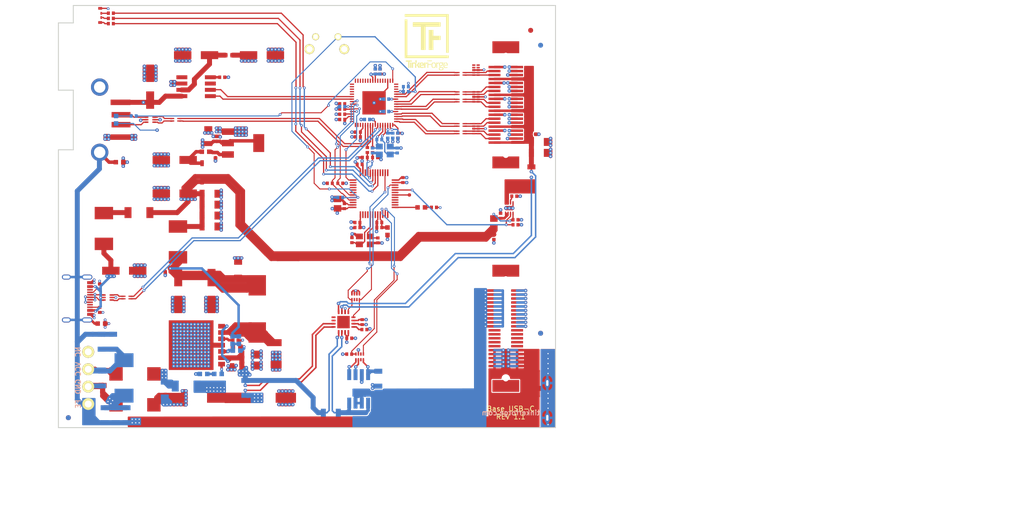
<source format=kicad_pcb>
(kicad_pcb (version 20221018) (generator pcbnew)
  (title_block (title "TNG BASE USB C") (date "2020-09-04") (rev "1.1") (company "Tinkerforge GmbH") (comment 1 "Licensed under CERN OHL v.1.1") (comment 2 "Copyright (©) 2020, B.Nordmeyer <bastian@tinkerforge.com>"))
  (layers (0 "F.Cu" power) (1 "In1.Cu" power "GND") (2 "In2.Cu" power "VCC") (31 "B.Cu" signal) (34 "B.Paste" user) (35 "F.Paste" user) (36 "B.SilkS" user "B.Silkscreen") (37 "F.SilkS" user "F.Silkscreen") (38 "B.Mask" user) (39 "F.Mask" user) (44 "Edge.Cuts" user))
  (net 0 "")
  (net 1 "Earth")
  (net 2 "+5V")
  (net 3 "Net-(C101-Pad1)")
  (net 4 "Net-(C102-Pad1)")
  (net 5 "Net-(C103-Pad1)")
  (net 6 "Net-(C105-Pad1)")
  (net 7 "Net-(C109-Pad1)")
  (net 8 "3V3")
  (net 9 "Net-(C204-Pad1)")
  (net 10 "Net-(C204-Pad2)")
  (net 11 "Net-(C208-Pad1)")
  (net 12 "Net-(C209-Pad1)")
  (net 13 "Net-(C210-Pad1)")
  (net 14 "Net-(C211-Pad1)")
  (net 15 "Net-(C214-Pad1)")
  (net 16 "Net-(C217-Pad2)")
  (net 17 "Net-(D101-Pad2)")
  (net 18 "Net-(D206-Pad2)")
  (net 19 "Net-(R101-Pad1)")
  (net 20 "Net-(R104-Pad1)")
  (net 21 "Net-(R105-Pad2)")
  (net 22 "Net-(R107-Pad1)")
  (net 23 "Net-(R108-Pad1)")
  (net 24 "Net-(R110-Pad2)")
  (net 25 "Net-(R212-Pad2)")
  (net 26 "Net-(C126-Pad2)")
  (net 27 "Net-(C132-Pad1)")
  (net 28 "Net-(LED101-Pad4)")
  (net 29 "Net-(LED101-Pad2)")
  (net 30 "Net-(LED101-Pad3)")
  (net 31 "Net-(R112-Pad1)")
  (net 32 "Net-(R113-Pad1)")
  (net 33 "CUR1+")
  (net 34 "Net-(R218-Pad1)")
  (net 35 "CUR3+")
  (net 36 "CUR2-")
  (net 37 "USB-PWR")
  (net 38 "Net-(U101-Pad38)")
  (net 39 "Net-(U101-Pad39)")
  (net 40 "Net-(R118-Pad2)")
  (net 41 "EXT_USB_D_F-")
  (net 42 "EXT_USB_D_F+")
  (net 43 "STACK_USB_D0_F+")
  (net 44 "STACK_USB_D0_F-")
  (net 45 "STACK_USB_D1_F+")
  (net 46 "STACK_USB_D1_F-")
  (net 47 "STACK_USB_D2_F+")
  (net 48 "STACK_USB_D2_F-")
  (net 49 "STACK_USB_D3_F+")
  (net 50 "STACK_USB_D3_F-")
  (net 51 "STACK_USB_D4_F+")
  (net 52 "STACK_USB_D4_F-")
  (net 53 "EXT_USB_D+")
  (net 54 "EXT_USB_D-")
  (net 55 "STACK_USB_D0-")
  (net 56 "STACK_USB_D0+")
  (net 57 "STACK_USB_D1+")
  (net 58 "STACK_USB_D1-")
  (net 59 "STACK_USB_D2+")
  (net 60 "STACK_USB_D2-")
  (net 61 "STACK_USB_D3-")
  (net 62 "STACK_USB_D3+")
  (net 63 "STACK_USB_D4+")
  (net 64 "STACK_USB_D4-")
  (net 65 "STACKPWR")
  (net 66 "Net-(P101-Pad1)")
  (net 67 "GND")
  (net 68 "USB_RESET")
  (net 69 "CTRL_USB_D-")
  (net 70 "CTRL_USB_D+")
  (net 71 "Net-(C124-Pad1)")
  (net 72 "Net-(C137-Pad2)")
  (net 73 "Net-(C138-Pad2)")
  (net 74 "CUR1-")
  (net 75 "Net-(C203-Pad1)")
  (net 76 "Net-(D102-Pad1)")
  (net 77 "Net-(D102-Pad2)")
  (net 78 "5V_STACK_UP")
  (net 79 "Net-(J102-Pad10)")
  (net 80 "UP_USB_D+")
  (net 81 "UP_USB_D-")
  (net 82 "USB_SMB_DATA")
  (net 83 "USB_SMB_CLK")
  (net 84 "LEDR")
  (net 85 "LEDG")
  (net 86 "LEDB")
  (net 87 "SW_24_CUR")
  (net 88 "PAC_SCL")
  (net 89 "PAC_SDA")
  (net 90 "Net-(RP102-Pad2)")
  (net 91 "Net-(RP102-Pad1)")
  (net 92 "Net-(L102-Pad2)")
  (net 93 "Net-(L102-Pad3)")
  (net 94 "Net-(J102-Pad5)")
  (net 95 "Net-(J102-Pad4)")
  (net 96 "Net-(J102-Pad2)")
  (net 97 "Net-(J102-Pad3)")
  (net 98 "Net-(J103-Pad22)")
  (net 99 "Net-(J103-Pad24)")
  (net 100 "Net-(J103-Pad26)")
  (net 101 "Net-(J103-Pad28)")
  (net 102 "Net-(J103-Pad30)")
  (net 103 "Net-(J103-Pad21)")
  (net 104 "Net-(J103-Pad23)")
  (net 105 "Net-(J103-Pad25)")
  (net 106 "Net-(J103-Pad27)")
  (net 107 "Net-(J103-Pad29)")
  (net 108 "Net-(L110-Pad2)")
  (net 109 "Net-(L110-Pad3)")
  (net 110 "Net-(P202-Pad1)")
  (net 111 "BOOT")
  (net 112 "SW_5_ENABLE")
  (net 113 "SW_24_ENABLE")
  (net 114 "Net-(RP102-Pad6)")
  (net 115 "Net-(RP102-Pad3)")
  (net 116 "Net-(RP201-Pad6)")
  (net 117 "Net-(RP201-Pad7)")
  (net 118 "Net-(U101-Pad14)")
  (net 119 "Net-(U101-Pad15)")
  (net 120 "Net-(U101-Pad16)")
  (net 121 "Net-(U101-Pad18)")
  (net 122 "Net-(U101-Pad20)")
  (net 123 "Net-(U101-Pad21)")
  (net 124 "Net-(U101-Pad22)")
  (net 125 "Net-(U101-Pad23)")
  (net 126 "Net-(U101-Pad26)")
  (net 127 "Net-(U101-Pad27)")
  (net 128 "Net-(U101-Pad28)")
  (net 129 "Net-(U101-Pad29)")
  (net 130 "Net-(U101-Pad30)")
  (net 131 "Net-(U101-Pad31)")
  (net 132 "Net-(U101-Pad32)")
  (net 133 "Net-(U101-Pad33)")
  (net 134 "Net-(U101-Pad34)")
  (net 135 "Net-(U101-Pad35)")
  (net 136 "Net-(U101-Pad36)")
  (net 137 "Net-(U101-Pad37)")
  (net 138 "Net-(U101-Pad47)")
  (net 139 "Net-(U101-Pad48)")
  (net 140 "Net-(U101-Pad49)")
  (net 141 "Net-(U101-Pad50)")
  (net 142 "Net-(U101-Pad51)")
  (net 143 "Net-(U102-Pad3)")
  (net 144 "Net-(U102-Pad5)")
  (net 145 "Net-(U104-Pad2)")
  (net 146 "Net-(U104-Pad3)")
  (net 147 "Net-(U104-Pad4)")
  (net 148 "Net-(U104-Pad7)")
  (net 149 "Net-(U104-Pad12)")
  (net 150 "Net-(U104-Pad14)")
  (net 151 "Net-(U104-Pad15)")
  (net 152 "Net-(U104-Pad16)")
  (net 153 "Net-(U104-Pad17)")
  (net 154 "Net-(U104-Pad19)")
  (net 155 "Net-(U104-Pad21)")
  (net 156 "Net-(U104-Pad25)")
  (net 157 "Net-(U104-Pad27)")
  (net 158 "Net-(U104-Pad28)")
  (net 159 "Net-(U104-Pad34)")
  (net 160 "Net-(U104-Pad38)")
  (net 161 "Net-(U104-Pad39)")
  (net 162 "Net-(U104-Pad40)")
  (net 163 "Net-(U104-Pad41)")
  (net 164 "Net-(U104-Pad42)")
  (net 165 "Net-(U104-Pad46)")
  (net 166 "Net-(U105-Pad10)")
  (net 167 "Net-(U105-Pad9)")
  (net 168 "Net-(U105-Pad2)")
  (net 169 "Net-(U105-Pad1)")
  (net 170 "Net-(U204-Pad9)")
  (net 171 "Net-(U204-Pad10)")
  (net 172 "VBUS")
  (net 173 "Net-(C141-Pad1)")
  (footprint "kicad-libraries:C1206" (layer "F.Cu") (at 95.85 123.4437)
    (fp_text reference "C202")
    (fp_text value "10uF")
  )
  (footprint "kicad-libraries:ELKO_103" (layer "F.Cu") (at 85.05 129.9437)
    (fp_text reference "C212")
    (fp_text value "UWT1H221MNL1GS")
  )
  (footprint "kicad-libraries:ELKO_103" (layer "F.Cu") (at 98.85 129.9437 180)
    (fp_text reference "C213")
    (fp_text value "UWT1H221MNL1GS")
  )
  (footprint "kicad-libraries:OQ_4P" (layer "F.Cu") (at 63.45 125.9437 -90)
    (fp_text reference "P202")
    (fp_text value "PWR IN")
  )
  (footprint "kicad-libraries:R1206" (layer "F.Cu") (at 66.35 125.9437 -90)
    (fp_text reference "R204")
    (fp_text value "VC1206K201R030")
  )
  (footprint "kicad-libraries:R0603F" (layer "F.Cu") (at 93.3 119.6437 180)
    (fp_text reference "R208")
    (fp_text value "27k")
  )
  (footprint "kicad-libraries:C0402F" (layer "F.Cu") (at 152.925 76.875 180)
    (fp_text reference "C134")
    (fp_text value "1uF")
  )
  (footprint "kicad-libraries:SOD-128" (layer "F.Cu") (at 101.25 121.0437 -90)
    (fp_text reference "D206")
    (fp_text value "PMEG6045")
  )
  (footprint "kicad-libraries:ELKO_63" (layer "F.Cu") (at 88.25 108.4437 90)
    (fp_text reference "C216")
    (fp_text value "100uF")
  )
  (footprint "kicad-libraries:ELKO_63" (layer "F.Cu") (at 81.55 108.4437 90)
    (fp_text reference "C220")
    (fp_text value "100uF")
  )
  (footprint "kicad-libraries:WE-LHMI" (layer "F.Cu") (at 97.45 112.0437 90)
    (fp_text reference "L202")
    (fp_text value "22uH 74437368220")
  )
  (footprint "kicad-libraries:BD906XX-C-HRP7" (layer "F.Cu") (at 84.15 119.3437 90)
    (fp_text reference "U203")
    (fp_text value "BD90640HFP")
  )
  (footprint "kicad-libraries:C1206" (layer "F.Cu") (at 95.85 121.2437)
    (fp_text reference "C201")
    (fp_text value "10uF")
  )
  (footprint "kicad-libraries:C0402F" (layer "F.Cu") (at 79.45 104.5437 180)
    (fp_text reference "C214")
    (fp_text value "100nF")
  )
  (footprint "kicad-libraries:Logo_TF_10x12" (layer "F.Cu") (at 131.55 58.2)
    (fp_text reference "G***" hide)
    (fp_text value "LOGO" hide)
  )
  (footprint "kicad-libraries:C1206" (layer "F.Cu") (at 154.1 78.425 180)
    (fp_text reference "C135")
    (fp_text value "10uF")
  )
  (footprint "kicad-libraries:C1206" (layer "F.Cu") (at 154.1 80.625 180)
    (fp_text reference "C136")
    (fp_text value "10uF")
  )
  (footprint "kicad-libraries:Fiducial_Mark" (layer "F.Cu") (at 152.45 55.95)
    (fp_text reference "Fiducial_Mark" hide)
    (fp_text value "VAL**" hide)
  )
  (footprint "kicad-libraries:Fiducial_Mark" (layer "F.Cu") (at 59.45 133.95)
    (fp_text reference "Fiducial_Mark" hide)
    (fp_text value "VAL**" hide)
  )
  (footprint "kicad-libraries:Fiducial_Mark" (layer "F.Cu") (at 154.45 116.95)
    (fp_text reference "Fiducial_Mark" hide)
    (fp_text value "VAL**" hide)
  )
  (footprint "kicad-libraries:C0402F" (layer "F.Cu") (at 114.55 71.8 180)
    (fp_text reference "C107")
    (fp_text value "100nF")
  )
  (footprint "kicad-libraries:ELKO_63" (layer "F.Cu") (at 98.4 60.95 180)
    (fp_text reference "C108")
    (fp_text value "100uF")
  )
  (footprint "kicad-libraries:ELKO_63" (layer "F.Cu") (at 85.15 60.95)
    (fp_text reference "C109")
    (fp_text value "100uF")
  )
  (footprint "kicad-libraries:C0402F" (layer "F.Cu") (at 117.7 76.45 180)
    (fp_text reference "C112")
    (fp_text value "100nF")
  )
  (footprint "kicad-libraries:C0402F" (layer "F.Cu") (at 117.7 77.4 180)
    (fp_text reference "C115")
    (fp_text value "1uF")
  )
  (footprint "kicad-libraries:C0402F" (layer "F.Cu") (at 114.55 73.9 180)
    (fp_text reference "C116")
    (fp_text value "100nF")
  )
  (footprint "kicad-libraries:ELKO_63" (layer "F.Cu") (at 75.9 67.3 -90)
    (fp_text reference "C117")
    (fp_text value "100uF")
  )
  (footprint "kicad-libraries:C0402F" (layer "F.Cu") (at 121.2 64.25 90)
    (fp_text reference "C118")
    (fp_text value "100nF")
  )
  (footprint "kicad-libraries:C0402F" (layer "F.Cu") (at 122.15 64.25 90)
    (fp_text reference "C119")
    (fp_text value "1uF")
  )
  (footprint "kicad-libraries:C0603F" (layer "F.Cu") (at 69.75 82.5)
    (fp_text reference "C120")
    (fp_text value "100nF")
  )
  (footprint "kicad-libraries:C0402F" (layer "F.Cu") (at 119.1 81.55 180)
    (fp_text reference "C121")
    (fp_text value "47pF")
  )
  (footprint "kicad-libraries:C0402F" (layer "F.Cu") (at 121.15 81.55)
    (fp_text reference "C122")
    (fp_text value "47pF")
  )
  (footprint "kicad-libraries:C0402F" (layer "F.Cu") (at 122 95.65 180)
    (fp_text reference "C124")
    (fp_text value "1uF")
  )
  (footprint "kicad-libraries:C0402F" (layer "F.Cu") (at 145.05 97.55 90)
    (fp_text reference "C125")
    (fp_text value "1uF")
  )
  (footprint "kicad-libraries:C0402F" (layer "F.Cu") (at 146.4 93.3 -90)
    (fp_text reference "C126")
    (fp_text value "1uF")
  )
  (footprint "kicad-libraries:C0402F" (layer "F.Cu") (at 126.75 86.1 -90)
    (fp_text reference "C127")
    (fp_text value "100nF")
  )
  (footprint "kicad-libraries:C0402F" (layer "F.Cu") (at 149.4 94.1)
    (fp_text reference "C128")
    (fp_text value "1uF")
  )
  (footprint "kicad-libraries:C0402F" (layer "F.Cu") (at 118.05 82.95)
    (fp_text reference "C129")
    (fp_text value "100nF")
  )
  (footprint "kicad-libraries:C0402F" (layer "F.Cu") (at 115 91.35 90)
    (fp_text reference "C130")
    (fp_text value "100nF")
  )
  (footprint "kicad-libraries:C0402F" (layer "F.Cu") (at 117.6 94.65 180)
    (fp_text reference "C131")
    (fp_text value "100nF")
  )
  (footprint "kicad-libraries:C0402F" (layer "F.Cu") (at 149.15 89.35)
    (fp_text reference "C132")
    (fp_text value "DNP")
  )
  (footprint "kicad-libraries:C0402F" (layer "F.Cu") (at 122 94.65 180)
    (fp_text reference "C133")
    (fp_text value "100nF")
  )
  (footprint "kicad-libraries:C0402F" (layer "F.Cu") (at 116.5 98.2 -90)
    (fp_text reference "C137")
    (fp_text value "33pF")
  )
  (footprint "kicad-libraries:C0402F" (layer "F.Cu") (at 121.7 98.25 90)
    (fp_text reference "C138")
    (fp_text value "33pF")
  )
  (footprint "kicad-libraries:C0402F" (layer "F.Cu") (at 89.05 81.1 -90)
    (fp_text reference "C209")
    (fp_text value "1uF")
  )
  (footprint "kicad-libraries:C1206" (layer "F.Cu") (at 93.6 104.15 90)
    (fp_text reference "C215")
    (fp_text value "10uF")
  )
  (footprint "kicad-libraries:C1206" (layer "F.Cu") (at 87.85 95.45)
    (fp_text reference "C218")
    (fp_text value "10uF")
  )
  (footprint "kicad-libraries:ELKO_63" (layer "F.Cu") (at 80.85 88.8)
    (fp_text reference "C219")
    (fp_text value "100uF")
  )
  (footprint "kicad-libraries:C0402F" (layer "F.Cu") (at 118.55 114.7 90)
    (fp_text reference "C221")
    (fp_text value "100nF")
  )
  (footprint "kicad-libraries:C0402F" (layer "F.Cu") (at 115.95 117.95)
    (fp_text reference "C222")
    (fp_text value "100nF")
  )
  (footprint "kicad-libraries:C1206" (layer "F.Cu") (at 87.85 88.85)
    (fp_text reference "C223")
    (fp_text value "10uF")
  )
  (footprint "kicad-libraries:C1206" (layer "F.Cu") (at 87.85 93.25)
    (fp_text reference "C224")
    (fp_text value "10uF")
  )
  (footprint "kicad-libraries:C1206" (layer "F.Cu") (at 87.85 91.05)
    (fp_text reference "C225")
    (fp_text value "10uF")
  )
  (footprint "kicad-libraries:C0402F" (layer "F.Cu") (at 89.3 77.8 90)
    (fp_text reference "C226")
    (fp_text value "1uF")
  )
  (footprint "kicad-libraries:D0603F" (layer "F.Cu") (at 130.45 91.6 180)
    (fp_text reference "D102")
    (fp_text value "LED")
  )
  (footprint "kicad-libraries:SOD-123" (layer "F.Cu") (at 86.35 84.55 90)
    (fp_text reference "D203")
    (fp_text value "B0520LW-7-F")
  )
  (footprint "kicad-libraries:R0603F" (layer "F.Cu") (at 91.75 60.95)
    (fp_text reference "L101")
    (fp_text value "INDUCTs")
  )
  (footprint "kicad-libraries:WE-CNSW-0603" (layer "F.Cu") (at 81.05 73.95 180)
    (fp_text reference "L102")
    (fp_text value "744230900")
  )
  (footprint "kicad-libraries:WE-CNSW-0603" (layer "F.Cu") (at 138.45 64.7)
    (fp_text reference "L103")
    (fp_text value "744230900")
  )
  (footprint "kicad-libraries:WE-CNSW-0603" (layer "F.Cu") (at 138.45 70.1)
    (fp_text reference "L105")
    (fp_text value "744230900")
  )
  (footprint "kicad-libraries:WE-CNSW-0603" (layer "F.Cu") (at 138.45 75)
    (fp_text reference "L106")
    (fp_text value "744230900")
  )
  (footprint "kicad-libraries:WE-CNSW-0603" (layer "F.Cu") (at 138.45 76.5)
    (fp_text reference "L107")
    (fp_text value "744230900")
  )
  (footprint "kicad-libraries:R0603F" (layer "F.Cu") (at 123.65 96.4 90)
    (fp_text reference "L108")
    (fp_text value "FB")
  )
  (footprint "kicad-libraries:WE-CNSW-0603" (layer "F.Cu") (at 71.25 109.75 180)
    (fp_text reference "L110")
    (fp_text value "744230900")
  )
  (footprint "kicad-libraries:R0603F" (layer "F.Cu") (at 87.05 80.4)
    (fp_text reference "L201")
    (fp_text value "INDUCTs")
  )
  (footprint "kicad-libraries:SRP7030" (layer "F.Cu") (at 81.5 98.55 90)
    (fp_text reference "L203")
    (fp_text value "10uH")
  )
  (footprint "kicad-libraries:DEBUG_PAD" (layer "F.Cu") (at 128.05 89.1)
    (fp_text reference "P101")
    (fp_text value "Debug")
  )
  (footprint "kicad-libraries:PE_Hook" (layer "F.Cu") (at 155.95 128.05)
    (fp_text reference "P102")
    (fp_text value "PE")
  )
  (footprint "kicad-libraries:R0402F" (layer "F.Cu") (at 114.55 72.85 180)
    (fp_text reference "R101")
    (fp_text value "10k")
  )
  (footprint "kicad-libraries:R0402F" (layer "F.Cu") (at 114.55 70.75 180)
    (fp_text reference "R102")
    (fp_text value "100k")
  )
  (footprint "kicad-libraries:R0402F" (layer "F.Cu") (at 90.4 65.4 180)
    (fp_text reference "R105")
    (fp_text value "10k")
  )
  (footprint "kicad-libraries:R0402F" (layer "F.Cu") (at 114.15 86.75)
    (fp_text reference "R106")
    (fp_text value "10k")
  )
  (footprint "kicad-libraries:R0402F" (layer "F.Cu") (at 120.65 80.05 -90)
    (fp_text reference "R112")
    (fp_text value "22")
  )
  (footprint "kicad-libraries:R0402F" (layer "F.Cu") (at 119.6 80.05 -90)
    (fp_text reference "R113")
    (fp_text value "22")
  )
  (footprint "kicad-libraries:R0402F" (layer "F.Cu") (at 68 54.6 180)
    (fp_text reference "R115")
    (fp_text value "0")
  )
  (footprint "kicad-libraries:R0402F" (layer "F.Cu") (at 115.95 121.15 180)
    (fp_text reference "R117")
    (fp_text value "10k")
  )
  (footprint "kicad-libraries:R0402F" (layer "F.Cu") (at 68 53.55 180)
    (fp_text reference "R119")
    (fp_text value "0")
  )
  (footprint "kicad-libraries:R0402F" (layer "F.Cu") (at 68 52.5 180)
    (fp_text reference "R120")
    (fp_text value "56")
  )
  (footprint "kicad-libraries:R0402F" (layer "F.Cu") (at 133 91.6)
    (fp_text reference "R121")
    (fp_text value "1k")
  )
  (footprint "kicad-libraries:R0402F" (layer "F.Cu") (at 119 116.2)
    (fp_text reference "R218")
    (fp_text value "10k")
  )
  (footprint "kicad-libraries:R1206" (layer "F.Cu") (at 152.6 84.95 90)
    (fp_text reference "R221")
    (fp_text value "0.02")
  )
  (footprint "kicad-libraries:4X0402" (layer "F.Cu") (at 118.05 121.7)
    (fp_text reference "RP102")
    (fp_text value "10k")
  )
  (footprint "kicad-libraries:4X0402" (layer "F.Cu") (at 117.25 109.6 180)
    (fp_text reference "RP201")
    (fp_text value "10k")
  )
  (footprint "kicad-libraries:SO-8" (layer "F.Cu") (at 85.15 67.3 90)
    (fp_text reference "U102")
    (fp_text value "MIC2026-1YM")
  )
  (footprint "kicad-libraries:SOT563-SPEC" (layer "F.Cu") (at 75.95 73.95 90)
    (fp_text reference "U103")
    (fp_text value "82400152")
  )
  (footprint "kicad-libraries:TPD4S010DQA" (layer "F.Cu") (at 141.45 63.95 -90)
    (fp_text reference "U105")
    (fp_text value "TPD4S010DQA")
  )
  (footprint "kicad-libraries:TPD4S010DQA" (layer "F.Cu") (at 141.45 69.35 90)
    (fp_text reference "U106")
    (fp_text value "TPD4S010DQA")
  )
  (footprint "kicad-libraries:TPD4S010DQA" (layer "F.Cu") (at 141.45 75.75 90)
    (fp_text reference "U107")
    (fp_text value "TPD4S010DQA")
  )
  (footprint "kicad-libraries:WSON8-2x2" (layer "F.Cu") (at 148.15 91.75 90)
    (fp_text reference "U110")
    (fp_text value "TPS22975")
  )
  (footprint "kicad-libraries:SOT-223" (layer "F.Cu") (at 94.65 78.65 -90)
    (fp_text reference "U201")
    (fp_text value "AZ1117EH")
  )
  (footprint "kicad-libraries:QFN-16" (layer "F.Cu") (at 114.8 114.7 90)
    (fp_text reference "U204")
    (fp_text value "PAC1933")
  )
  (footprint "kicad-libraries:CRYSTAL_3225" (layer "F.Cu") (at 119.1 98.25 180)
    (fp_text reference "X102")
    (fp_text value "8MHz")
  )
  (footprint "kicad-libraries:TACT-6MM-HOR" (layer "F.Cu") (at 111.45 57.25)
    (fp_text reference "SW101")
    (fp_text value "BOOT")
  )
  (footprint "kicad-libraries:TNG-40-TOP" (layer "F.Cu") (at 147.45 70.95 -90)
    (fp_text reference "J105")
    (fp_text value "TNG-Data-TOP")
  )
  (footprint "kicad-libraries:WE-CNSW-0603" (layer "F.Cu") (at 138.45 68.6)
    (fp_text reference "L104")
    (fp_text value "744230900")
  )
  (footprint "kicad-libraries:C0402F" (layer "F.Cu") (at 117.6 95.65 180)
    (fp_text reference "C123")
    (fp_text value "1uF")
  )
  (footprint "kicad-libraries:ELKO_63" (layer "F.Cu") (at 80.85 82.05)
    (fp_text reference "C203")
    (fp_text value "100uF")
  )
  (footprint "kicad-libraries:C0402F" (layer "F.Cu") (at 125.75 77.15 -90)
    (fp_text reference "C110")
    (fp_text value "100nF")
  )
  (footprint "kicad-libraries:QFN64-9x9mm-0.5mm_USB2517" (layer "F.Cu") (at 120.95 70.55 90)
    (fp_text reference "U101")
    (fp_text value "USB2517")
  )
  (footprint "kicad-libraries:LQFP48" (layer "F.Cu") (at 120.95 88.85)
    (fp_text reference "U104")
    (fp_text value "STM32F070CBT6")
  )
  (footprint "kicad-libraries:R0402F" (layer "F.Cu") (at 112.05 86.75 180)
    (fp_text reference "R111")
    (fp_text value "10k")
  )
  (footprint "kicad-libraries:R0402F" (layer "F.Cu") (at 149.4 95.1)
    (fp_text reference "R116")
    (fp_text value "10k")
  )
  (footprint "kicad-libraries:C1206" (layer "F.Cu") (at 87.6 77.25 90)
    (fp_text reference "C227")
    (fp_text value "10uF")
  )
  (footprint "kicad-libraries:TNG-40-TOP" (layer "F.Cu") (at 147.45 115.95 -90)
    (fp_text reference "J103")
    (fp_text value "TNG-Power-TOP")
  )
  (footprint "kicad-libraries:LED-RGB-LP" (layer "F.Cu") (at 65.85 52.95 90)
    (fp_text reference "LED101")
    (fp_text value "EASV3015RGBA0")
  )
  (footprint "kicad-libraries:C0603F" (layer "F.Cu") (at 66.1 115)
    (fp_text reference "C140")
    (fp_text value "100nF")
  )
  (footprint "kicad-libraries:WE-SL5" (layer "F.Cu") (at 72.85 128.2437)
    (fp_text reference "T201")
    (fp_text value "744272251")
  )
  (footprint "kicad-libraries:SOT563-SPEC" (layer "F.Cu") (at 67.35 109.75 90)
    (fp_text reference "U108")
    (fp_text value "82400152")
  )
  (footprint "kicad-libraries:USB-C-2" (layer "F.Cu") (at 56.45 109.95 -90)
    (fp_text reference "J102")
    (fp_text value "USB-C")
  )
  (footprint "kicad-libraries:R0402F" (layer "F.Cu") (at 65.75 112.25 90)
    (fp_text reference "R122")
    (fp_text value "5k1")
  )
  (footprint "kicad-libraries:R0402F" (layer "F.Cu") (at 65.75 107.55 -90)
    (fp_text reference "R123")
    (fp_text value "5k1")
  )
  (footprint "kicad-libraries:ELKO_63" (layer "F.Cu") (at 70.7 104.35 180)
    (fp_text reference "C141")
    (fp_text value "100uF")
  )
  (footprint "kicad-libraries:SOD-128" (layer "F.Cu") (at 73.65 92.65 180)
    (fp_text reference "D202")
    (fp_text value "PMEG6045")
  )
  (footprint "kicad-libraries:SRP7030" (layer "F.Cu") (at 66.6 95.85 -90)
    (fp_text reference "L111")
    (fp_text value "10uH")
  )
  (footprint "kicad-libraries:C0805E" (layer "F.Cu") (at 113.6 90.85 90)
    (fp_text reference "C139")
    (fp_text value "10uF")
  )
  (footprint "kicad-libraries:C0603F" (layer "F.Cu") (at 92.4 122.675 -90)
    (fp_text reference "C205")
    (fp_text value "100nF")
  )
  (footprint "kicad-libraries:C0402F" (layer "F.Cu") (at 93.075 118.375)
    (fp_text reference "C208")
    (fp_text value "100pF")
  )
  (footprint "kicad-libraries:R0805E" (layer "F.Cu") (at 145.05 94.8 90)
    (fp_text reference "L109")
    (fp_text value "742792040")
  )
  (footprint "kicad-libraries:USB-A-SMT-8231" (layer "F.Cu") (at 65.75 73.95 -90)
    (fp_text reference "J101")
    (fp_text value "USB-A")
  )
  (footprint "kicad-libraries:C1206" (layer "B.Cu") (at 68.95 133.4437 90)
    (fp_text reference "C207")
    (fp_text value "1nF 2kV")
  )
  (footprint "kicad-libraries:C0603F" (layer "B.Cu") (at 86.65 125.1437 180)
    (fp_text reference "C210")
    (fp_text value "4.7nF")
  )
  (footprint "kicad-libraries:C1206" (layer "B.Cu") (at 78.85 128.275 -90)
    (fp_text reference "C211")
    (fp_text value "10nF")
  )
  (footprint "kicad-libraries:C0603F" (layer "B.Cu") (at 92.475 118.325 -90)
    (fp_text reference "C217")
    (fp_text value "DNP")
  )
  (footprint "kicad-libraries:SMC" (layer "B.Cu") (at 70.65 125.9437 -90)
    (fp_text reference "D201")
    (fp_text value "3.0SMI30CATR")
  )
  (footprint "kicad-libraries:R1206" (layer "B.Cu") (at 66.75 133.4437 90)
    (fp_text reference "R207")
    (fp_text value "VC1206K201R030")
  )
  (footprint "kicad-libraries:R1206" (layer "B.Cu") (at 71.15 133.4437 90)
    (fp_text reference "R209")
    (fp_text value "1M")
  )
  (footprint "kicad-libraries:R0603F" (layer "B.Cu") (at 89.55 125.1437)
    (fp_text reference "R212")
    (fp_text value "20k")
  )
  (footprint "kicad-libraries:R0603F" (layer "B.Cu") (at 93.775 118.325 90)
    (fp_text reference "R214")
    (fp_text value "47k")
  )
  (footprint "kicad-libraries:R0603F" (layer "B.Cu") (at 93.3 120.45 180)
    (fp_text reference "R215")
    (fp_text value "8.2k")
  )
  (footprint "kicad-libraries:SOD-128" (layer "B.Cu") (at 83.15 127.575 180)
    (fp_text reference "D205")
    (fp_text value "PMEG6045")
  )
  (footprint "kicad-libraries:C1206" (layer "B.Cu") (at 66.25 126.0437 -90)
    (fp_text reference "C204")
    (fp_text value "10nF")
  )
  (footprint "kicad-libraries:R1206" (layer "B.Cu") (at 112.25 132.9437)
    (fp_text reference "R220")
    (fp_text value "0.02")
  )
  (footprint "kicad-libraries:SO-8" (layer "B.Cu") (at 117.85 128.1437)
    (fp_text reference "U112")
    (fp_text value "VN7140AS")
  )
  (footprint "kicad-libraries:Fiducial_Mark" (layer "B.Cu") (at 154.45 116.95)
    (fp_text reference "Fiducial_Mark" hide)
    (fp_text value "VAL**" hide)
  )
  (footprint "kicad-libraries:Fiducial_Mark" (layer "B.Cu") (at 59.45 133.95)
    (fp_text reference "Fiducial_Mark" hide)
    (fp_text value "VAL**" hide)
  )
  (footprint "kicad-libraries:Fiducial_Mark" (layer "B.Cu") (at 154.45 58.95)
    (fp_text reference "Fiducial_Mark" hide)
    (fp_text value "VAL**" hide)
  )
  (footprint "kicad-libraries:C1206" (layer "B.Cu") (at 66.15 118.65 90)
    (fp_text reference "C206")
    (fp_text value "1nF 2kV")
  )
  (footprint "kicad-libraries:R1206" (layer "B.Cu") (at 68.45 118.65 90)
    (fp_text reference "R206")
    (fp_text value "VC1206K201R030")
  )
  (footprint "kicad-libraries:C0402F" (layer "B.Cu") (at 125.6 80.15 90)
    (fp_text reference "C101")
    (fp_text value "33pF")
  )
  (footprint "kicad-libraries:C0402F" (layer "B.Cu") (at 120.65 80.15 -90)
    (fp_text reference "C102")
    (fp_text value "33pF")
  )
  (footprint "kicad-libraries:C0402F" (layer "B.Cu") (at 122.15 64.25 90)
    (fp_text reference "C103")
    (fp_text value "1uF")
  )
  (footprint "kicad-libraries:C0402F" (layer "B.Cu") (at 121.2 64.25 90)
    (fp_text reference "C104")
    (fp_text value "100nF")
  )
  (footprint "kicad-libraries:C0402F" (layer "B.Cu") (at 124.7 77.15 -90)
    (fp_text reference "C105")
    (fp_text value "1uF")
  )
  (footprint "kicad-libraries:C0402F" (layer "B.Cu") (at 123.7 77.15 -90)
    (fp_text reference "C106")
    (fp_text value "100nF")
  )
  (footprint "kicad-libraries:C0402F" (layer "B.Cu") (at 119.55 73.9 180)
    (fp_text reference "C111")
    (fp_text value "100nF")
  )
  (footprint "kicad-libraries:C0402F" (layer "B.Cu") (at 123.4 69.8 180)
    (fp_text reference "C113")
    (fp_text value "100nF")
  )
  (footprint "kicad-libraries:R0402F" (layer "B.Cu") (at 122 77.95)
    (fp_text reference "R103")
    (fp_text value "1M")
  )
  (footprint "kicad-libraries:R0402F" (layer "B.Cu") (at 72.6 73.2 180)
    (fp_text reference "R104")
    (fp_text value "1k")
  )
  (footprint "kicad-libraries:R0402F" (layer "B.Cu") (at 127.35 68.3)
    (fp_text reference "R108")
    (fp_text value "1k")
  )
  (footprint "kicad-libraries:R0402F" (layer "B.Cu") (at 127.35 67.3)
    (fp_text reference "R109")
    (fp_text value "10k")
  )
  (footprint "kicad-libraries:R0402F" (layer "B.Cu") (at 125.75 77.15 90)
    (fp_text reference "R110")
    (fp_text value "12k")
  )
  (footprint "kicad-libraries:R0402F" (layer "B.Cu") (at 114.15 89.6)
    (fp_text reference "R114")
    (fp_text value "1k")
  )
  (footprint "kicad-libraries:R1206" (layer "B.Cu") (at 95.05 127.95 90)
    (fp_text reference "R219")
    (fp_text value "0.02")
  )
  (footprint "kicad-libraries:CRYSTAL_3225" (layer "B.Cu") (at 123.1 80.15 180)
    (fp_text reference "X101")
    (fp_text value "24MHz")
  )
  (footprint "kicad-libraries:R0402F" (layer "B.Cu") (at 114.55 71.3 180)
    (fp_text reference "R107")
    (fp_text value "10k")
  )
  (footprint "kicad-libraries:C0402F" (layer "B.Cu") (at 123.4 72.3 180)
    (fp_text reference "C114")
    (fp_text value "100nF")
  )
  (footprint "kicad-libraries:R1206" (layer "B.Cu") (at 121.8 126.0937 90)
    (fp_text reference "R118")
    (fp_text value "1k")
  )
  (footprint "kicad-libraries:LED-LP" (layer "B.Cu") (at 69.05 73.95 90)
    (fp_text reference "D101")
    (fp_text value "LED green")
  )
  (gr_line (start 60.45 80) (end 60.45 68) (stroke (width 0.2)) (layer "Edge.Cuts"))
  (gr_line (start 57.45 80) (end 60.45 80) (stroke (width 0.2)) (layer "Edge.Cuts"))
  (gr_line (start 57.45 135.95) (end 157.45 135.95) (stroke (width 0.2)) (layer "Edge.Cuts"))
  (gr_line (start 157.45 135.95) (end 157.45 50.95) (stroke (width 0.2)) (layer "Edge.Cuts"))
  (gr_line (start 57.45 54.45) (end 57.45 68) (stroke (width 0.2)) (layer "Edge.Cuts"))
  (gr_line (start 57.45 68) (end 60.45 68) (stroke (width 0.2)) (layer "Edge.Cuts"))
  (gr_line (start 57.45 54.45) (end 60.45 54.45) (stroke (width 0.2)) (layer "Edge.Cuts"))
  (gr_line (start 60.45 50.95) (end 157.45 50.95) (stroke (width 0.2)) (layer "Edge.Cuts"))
  (gr_line (start 60.45 54.45) (end 60.45 50.95) (stroke (width 0.2)) (layer "Edge.Cuts"))
  (gr_line (start 57.45 80) (end 57.45 135.95) (stroke (width 0.2)) (layer "Edge.Cuts"))
  (gr_text "NC" (at 61.4 120.7 90) (layer "B.SilkS") (effects (font (size 1 1) (thickness 0.2)) (justify mirror)))
  (gr_text "FE" (at 61.425 131.2 90) (layer "B.SilkS") (effects (font (size 1 1) (thickness 0.2)) (justify mirror)))
  (gr_text "VCC" (at 61.425 124.175 90) (layer "B.SilkS") (effects (font (size 1 1) (thickness 0.2)) (justify mirror)))
  (gr_text "tinkerforge.com" (at 148.45 132.95) (layer "B.SilkS") (effects (font (size 1 1) (thickness 0.2)) (justify mirror)))
  (gr_text "GND" (at 61.425 127.7 90) (layer "B.SilkS") (effects (font (size 1 1) (thickness 0.2)) (justify mirror)))
  (gr_text "Base USB-C\nREV 1.1" (at 148.45 132.95) (layer "F.SilkS") (effects (font (size 1 1))))
  (segment (start 72.3 134.975) (end 148.6 134.975) (width 0.7) (layer "F.Cu") (net 1))
  (segment (start 148.6 134.975) (end 153.95 129.625) (width 0.7) (layer "F.Cu") (net 1))
  (segment (start 153.95 129.625) (end 153.95 124.525) (width 0.7) (layer "F.Cu") (net 1))
  (segment (start 153.95 124.525) (end 152.1687 122.7437) (width 0.7) (layer "F.Cu") (net 1))
  (segment (start 152.1687 122.7437) (end 149.725 122.7437) (width 0.7) (layer "F.Cu") (net 1))
  (segment (start 155.95 128.05) (end 155.95 121.05) (width 0.2) (layer "F.Cu") (net 1))
  (segment (start 155.95 131.05) (end 155.95 132.05) (width 0.2) (layer "F.Cu") (net 1))
  (segment (start 64.75 115) (end 64.05 114.3) (width 0.5) (layer "F.Cu") (net 1))
  (segment (start 155.95 128.05) (end 155.95 130.05) (width 0.2) (layer "F.Cu") (net 1))
  (segment (start 145.175 123.55) (end 146.95 123.55) (width 0.5) (layer "F.Cu") (net 1))
  (segment (start 72.3 134.975) (end 72.3 134.275) (width 1) (layer "F.Cu") (net 1))
  (segment (start 149.725 121.15) (end 147.95 121.15) (width 0.5) (layer "F.Cu") (net 1))
  (segment (start 67.65 82.5) (end 65.7 80.55) (width 0.7) (layer "F.Cu") (net 1))
  (segment (start 146.95 121.15) (end 145.2 121.15) (width 0.5) (layer "F.Cu") (net 1))
  (segment (start 145.175 121.95) (end 146.95 121.95) (width 0.5) (layer "F.Cu") (net 1))
  (segment (start 69 82.5) (end 67.65 82.5) (width 0.7) (layer "F.Cu") (net 1))
  (segment (start 72.3 134.275) (end 73 134.275) (width 1) (layer "F.Cu") (net 1))
  (segment (start 145.175 120.35) (end 146.95 120.35) (width 0.5) (layer "F.Cu") (net 1))
  (segment (start 155.95 124.05) (end 155.95 123.05) (width 0.2) (layer "F.Cu") (net 1))
  (segment (start 73 134.275) (end 73.7 134.275) (width 0.7) (layer "F.Cu") (net 1))
  (segment (start 72.3 134.975) (end 73 134.975) (width 0.7) (layer "F.Cu") (net 1))
  (segment (start 155.95 126.05) (end 155.95 125.05) (width 0.2) (layer "F.Cu") (net 1))
  (segment (start 64.05 114.3) (end 63.25 114.3) (width 0.5) (layer "F.Cu") (net 1))
  (segment (start 147.95 123.55) (end 149.7 123.55) (width 0.5) (layer "F.Cu") (net 1))
  (segment (start 65.35 115) (end 64.75 115) (width 0.5) (layer "F.Cu") (net 1))
  (segment (start 149.725 122.75) (end 147.95 122.75) (width 0.5) (layer "F.Cu") (net 1))
  (segment (start 155.95 128.05) (end 155.95 127.05) (width 0.2) (layer "F.Cu") (net 1))
  (segment (start 146.95 122.75) (end 145.2 122.75) (width 0.5) (layer "F.Cu") (net 1))
  (segment (start 147.95 121.95) (end 149.7 121.95) (width 0.5) (layer "F.Cu") (net 1))
  (segment (start 147.95 120.35) (end 149.7 120.35) (width 0.5) (layer "F.Cu") (net 1))
  (segment (start 73 134.975) (end 73.7 134.975) (width 0.7) (layer "F.Cu") (net 1))
  (segment (start 155.95 128.05) (end 155.95 134.05) (width 0.2) (layer "F.Cu") (net 1))
  (segment (start 155.95 128.05) (end 152.25 128.05) (width 1) (layer "F.Cu") (net 1))
  (via (at 146.95 121.15) (size 0.7) (drill 0.25) (layers "F.Cu" "B.Cu") (net 1))
  (via (at 146.95 123.55) (size 0.7) (drill 0.25) (layers "F.Cu" "B.Cu") (net 1))
  (via (at 73.7 134.975) (size 0.7) (drill 0.25) (layers "F.Cu" "B.Cu") (net 1))
  (via (at 155.95 129.05) (size 0.7) (drill 0.25) (layers "F.Cu" "B.Cu") (net 1))
  (via (at 155.95 131.05) (size 0.7) (drill 0.25) (layers "F.Cu" "B.Cu") (net 1))
  (via (at 146.95 122.75) (size 0.7) (drill 0.25) (layers "F.Cu" "B.Cu") (net 1))
  (via (at 73.7 134.275) (size 0.7) (drill 0.25) (layers "F.Cu" "B.Cu") (net 1))
  (via (at 147.95 121.95) (size 0.7) (drill 0.25) (layers "F.Cu" "B.Cu") (net 1))
  (via (at 73 134.275) (size 0.7) (drill 0.25) (layers "F.Cu" "B.Cu") (net 1))
  (via (at 155.95 130.05) (size 0.7) (drill 0.25) (layers "F.Cu" "B.Cu") (net 1))
  (via (at 147.95 120.35) (size 0.7) (drill 0.25) (layers "F.Cu" "B.Cu") (net 1))
  (via (at 147.95 121.15) (size 0.7) (drill 0.25) (layers "F.Cu" "B.Cu") (net 1))
  (via (at 73 134.975) (size 0.7) (drill 0.25) (layers "F.Cu" "B.Cu") (net 1))
  (via (at 155.95 124.05) (size 0.7) (drill 0.25) (layers "F.Cu" "B.Cu") (net 1))
  (via (at 72.3 134.975) (size 0.7) (drill 0.25) (layers "F.Cu" "B.Cu") (net 1))
  (via (at 146.95 121.95) (size 0.7) (drill 0.25) (layers "F.Cu" "B.Cu") (net 1))
  (via (at 155.95 121.05) (size 0.7) (drill 0.25) (layers "F.Cu" "B.Cu") (net 1))
  (via (at 155.95 135.349982) (size 0.7) (drill 0.25) (layers "F.Cu" "B.Cu") (net 1))
  (via (at 155.95 123.05) (size 0.7) (drill 0.25) (layers "F.Cu" "B.Cu") (net 1))
  (via (at 147.95 122.75) (size 0.7) (drill 0.25) (layers "F.Cu" "B.Cu") (net 1))
  (via (at 146.95 120.35) (size 0.7) (drill 0.25) (layers "F.Cu" "B.Cu") (net 1))
  (via (at 155.95 132.05) (size 0.7) (drill 0.25) (layers "F.Cu" "B.Cu") (net 1))
  (via (at 72.3 134.275) (size 0.7) (drill 0.25) (layers "F.Cu" "B.Cu") (net 1))
  (via (at 155.95 122.05) (size 0.7) (drill 0.25) (layers "F.Cu" "B.Cu") (net 1))
  (via (at 147.95 123.55) (size 0.7) (drill 0.25) (layers "F.Cu" "B.Cu") (net 1))
  (via (at 155.95 125.05) (size 0.7) (drill 0.25) (layers "F.Cu" "B.Cu") (net 1))
  (segment (start 61.25 118.65) (end 61.25 130.35) (width 1) (layer "B.Cu") (net 1))
  (segment (start 63.45 133.8437) (end 64.55114 134.94484) (width 0.7) (layer "B.Cu") (net 1))
  (segment (start 64.55114 134.94484) (end 66.75 134.94484) (width 0.7) (layer "B.Cu") (net 1))
  (segment (start 72.26984 134.94484) (end 72.3 134.975) (width 0.7) (layer "B.Cu") (net 1))
  (segment (start 61.25 118.65) (end 61.25 88.3) (width 1) (layer "B.Cu") (net 1))
  (segment (start 155.95 125.05) (end 155.95 125.15) (width 0.2) (layer "B.Cu") (net 1))
  (segment (start 155.95 128.05) (end 155.95 135.349982) (width 0.2) (layer "B.Cu") (net 1))
  (segment (start 61.25 130.3437) (end 62.10018 131.19388) (width 1) (layer "B.Cu") (net 1))
  (segment (start 61.27 114.27) (end 61.25 114.25) (width 0.5) (layer "B.Cu") (net 1))
  (segment (start 146.95 121.95) (end 145.2 121.95) (width 0.5) (layer "B.Cu") (net 1))
  (segment (start 155.95 128.05) (end 155.95 122.05) (width 0.2) (layer "B.Cu") (net 1))
  (segment (start 155.95 130.05) (end 155.95 131.05) (width 0.2) (layer "B.Cu") (net 1))
  (segment (start 61.25 88.3) (end 65.7 83.85) (width 1) (layer "B.Cu") (net 1))
  (segment (start 68.45 117.14886) (end 66.6499 117.14886) (width 1) (layer "B.Cu") (net 1))
  (segment (start 64.3499 117.14886) (end 64.34876 117.15) (width 1) (layer "B.Cu") (net 1))
  (segment (start 62.90744 117.14256) (end 61.35 118.7) (width 1) (layer "B.Cu") (net 1))
  (segment (start 63.45 131.19388) (end 63.45 133.8437) (width 0.7) (layer "B.Cu") (net 1))
  (segment (start 149.725 123.55) (end 147.95 123.55) (width 0.5) (layer "B.Cu") (net 1))
  (segment (start 147.95 121.15) (end 149.7 121.15) (width 0.5) (layer "B.Cu") (net 1))
  (segment (start 65.7 83.85) (end 65.7 80.5) (width 1) (layer "B.Cu") (net 1))
  (segment (start 155.95 127.05) (end 155.95 126.05) (width 0.2) (layer "B.Cu") (net 1))
  (segment (start 145.175 121.15) (end 146.95 121.15) (width 0.5) (layer "B.Cu") (net 1))
  (segment (start 155.95 128.05) (end 155.95 129.05) (width 0.2) (layer "B.Cu") (net 1))
  (segment (start 146.95 120.35) (end 145.15 120.35) (width 0.5) (layer "B.Cu") (net 1))
  (segment (start 62.10018 131.19388) (end 63.45 131.19388) (width 1) (layer "B.Cu") (net 1))
  (segment (start 59.05 105.63) (end 61.18 105.63) (width 0.5) (layer "B.Cu") (net 1))
  (segment (start 66.75 134.94484) (end 68.95 134.94484) (width 0.7) (layer "B.Cu") (net 1))
  (segment (start 61.25 114.25) (end 59.05 114.25) (width 0.5) (layer "B.Cu") (net 1))
  (segment (start 155.95 132.05) (end 155.95 133.05) (width 0.2) (layer "B.Cu") (net 1))
  (segment (start 155.95 125.15) (end 155.95 124.05) (width 0.2) (layer "B.Cu") (net 1))
  (segment (start 63.23 105.63) (end 61.22 105.63) (width 0.5) (layer "B.Cu") (net 1))
  (segment (start 66.15 117.14886) (end 64.3499 117.14886) (width 1) (layer "B.Cu") (net 1))
  (segment (start 66.64876 117.15) (end 66.15 117.15) (width 1) (layer "B.Cu") (net 1))
  (segment (start 63.23 114.27) (end 61.27 114.27) (width 0.5) (layer "B.Cu") (net 1))
  (segment (start 149.725 120.35) (end 147.95 120.35) (width 0.5) (layer "B.Cu") (net 1))
  (segment (start 61.18 105.63) (end 61.2 105.65) (width 0.5) (layer "B.Cu") (net 1))
  (segment (start 66.6499 117.14886) (end 66.64876 117.15) (width 1) (layer "B.Cu") (net 1))
  (segment (start 61.22 105.63) (end 61.2 105.65) (width 0.5) (layer "B.Cu") (net 1))
  (segment (start 71.15 134.94484) (end 72.26984 134.94484) (width 0.7) (layer "B.Cu") (net 1))
  (segment (start 64.34876 117.15) (end 62.9 117.15) (width 1) (layer "B.Cu") (net 1))
  (segment (start 149.725 121.95) (end 147.95 121.95) (width 0.5) (layer "B.Cu") (net 1))
  (segment (start 145.175 122.75) (end 146.95 122.75) (width 0.5) (layer "B.Cu") (net 1))
  (segment (start 147.95 122.75) (end 149.7 122.75) (width 0.5) (layer "B.Cu") (net 1))
  (segment (start 71.15 134.94484) (end 68.95 134.94484) (width 0.7) (layer "B.Cu") (net 1))
  (segment (start 146.95 123.55) (end 145.2 123.55) (width 0.5) (layer "B.Cu") (net 1))
  (segment (start 126.3 101.9) (end 130.2 98) (width 1) (layer "F.Cu") (net 2))
  (segment (start 86.3488 95.4512) (end 86.35 95.45) (width 1) (layer "F.Cu") (net 2))
  (segment (start 129.85 97.05) (end 145.05 97.05) (width 1) (layer "F.Cu") (net 2))
  (segment (start 81.5 95.4512) (end 86.3488 95.4512) (width 1) (layer "F.Cu") (net 2))
  (segment (start 86.35 89.24876) (end 86.35 88.85) (width 1) (layer "F.Cu") (net 2))
  (segment (start 145.15 96.35) (end 145.15 95.85) (width 1) (layer "F.Cu") (net 2))
  (segment (start 95.7 62.1) (end 95 62.1) (width 0.7) (layer "F.Cu") (net 2))
  (segment (start 86.34886 93.6499) (end 86.35 93.64876) (width 1) (layer "F.Cu") (net 2))
  (segment (start 86.34886 95.45) (end 86.34886 93.6499) (width 1) (layer "F.Cu") (net 2))
  (segment (start 86.35 86.4) (end 86.4 86.35) (width 1) (layer "F.Cu") (net 2))
  (segment (start 83.55 88.8) (end 83.55 89.95) (width 0.7) (layer "F.Cu") (net 2))
  (segment (start 125.95 100.95) (end 129.85 97.05) (width 1) (layer "F.Cu") (net 2))
  (segment (start 84.25 89.95) (end 84.95 89.95) (width 0.7) (layer "F.Cu") (net 2))
  (segment (start 91.6 85.4) (end 94.5 88.3) (width 1) (layer "F.Cu") (net 2))
  (segment (start 86.34886 91.05) (end 86.34886 89.2499) (width 1) (layer "F.Cu") (net 2))
  (segment (start 83.55 89.95) (end 84.25 89.95) (width 0.7) (layer "F.Cu") (net 2))
  (segment (start 82.7 87.65) (end 84.95 85.4) (width 1) (layer "F.Cu") (net 2))
  (segment (start 95.7 62.1) (end 96.4 62.1) (width 0.7) (layer "F.Cu") (net 2))
  (segment (start 105.75 101.9) (end 126.3 101.9) (width 1) (layer "F.Cu") (net 2))
  (segment (start 144.59924 95.80076) (end 143.45 96.95) (width 1) (layer "F.Cu") (net 2))
  (segment (start 83.6 88.85) (end 83.55 88.8) (width 1) (layer "F.Cu") (net 2))
  (segment (start 96.4 62.1) (end 97.1 62.1) (width 0.7) (layer "F.Cu") (net 2))
  (segment (start 83.55 88.8) (end 83.55 88.1) (width 1) (layer "F.Cu") (net 2))
  (segment (start 143.5 98) (end 145.15 96.35) (width 1) (layer "F.Cu") (net 2))
  (segment (start 84.95 85.4) (end 91.6 85.4) (width 1) (layer "F.Cu") (net 2))
  (segment (start 95.7 60.95) (end 92.5 60.95) (width 1) (layer "F.Cu") (net 2))
  (segment (start 83.55 88.8) (end 83.4 88.8) (width 1) (layer "F.Cu") (net 2))
  (segment (start 94.5 94.85) (end 101.55 101.9) (width 1) (layer "F.Cu") (net 2))
  (segment (start 95.7 60.95) (end 95.7 62.1) (width 0.7) (layer "F.Cu") (net 2))
  (segment (start 83.55 90.45) (end 83.55 88.85) (width 1) (layer "F.Cu") (net 2))
  (segment (start 83.4 88.8) (end 82.7 88.1) (width 1) (layer "F.Cu") (net 2))
  (segment (start 95 62.1) (end 94.3 62.1) (width 0.7) (layer "F.Cu") (net 2))
  (segment (start 82.85 89.95) (end 82.15 89.95) (width 0.7) (layer "F.Cu") (net 2))
  (segment (start 75.84964 92.65) (end 81.35 92.65) (width 1) (layer "F.Cu") (net 2))
  (segment (start 83.55 88.1) (end 85.25 86.4) (width 1) (layer "F.Cu") (net 2))
  (segment (start 86.34886 89.2499) (end 86.35 89.24876) (width 1) (layer "F.Cu") (net 2))
  (segment (start 86.4 86.35) (end 91.2 86.35) (width 1) (layer "F.Cu") (net 2))
  (segment (start 94.5 88.3) (end 94.5 94.85) (width 1) (layer "F.Cu") (net 2))
  (segment (start 100.25 101.9) (end 98.75 100.4) (width 1) (layer "F.Cu") (net 2))
  (segment (start 93.55 88.7) (end 93.55 95.2) (width 1) (layer "F.Cu") (net 2))
  (segment (start 91.2 86.35) (end 93.55 88.7) (width 1) (layer "F.Cu") (net 2))
  (segment (start 85.25 86.4) (end 86.35 86.4) (width 1) (layer "F.Cu") (net 2))
  (segment (start 86.35 93.64876) (end 86.35 93.25) (width 1) (layer "F.Cu") (net 2))
  (segment (start 99.3 100.95) (end 125.95 100.95) (width 1) (layer "F.Cu") (net 2))
  (segment (start 86.35 91.44876) (end 86.35 91.05) (width 1) (layer "F.Cu") (net 2))
  (segment (start 82.7 88.1) (end 82.7 87.65) (width 1) (layer "F.Cu") (net 2))
  (segment (start 86.34886 88.85) (end 83.6 88.85) (width 1) (layer "F.Cu") (net 2))
  (segment (start 145.05 95.80076) (end 144.59924 95.80076) (width 1) (layer "F.Cu") (net 2))
  (segment (start 81.35 92.65) (end 83.55 90.45) (width 1) (layer "F.Cu") (net 2))
  (segment (start 83.55 89.95) (end 82.85 89.95) (width 0.7) (layer "F.Cu") (net 2))
  (segment (start 86.34886 91.4499) (end 86.35 91.44876) (width 1) (layer "F.Cu") (net 2))
  (segment (start 130.2 98) (end 143.5 98) (width 1) (layer "F.Cu") (net 2))
  (segment (start 86.34886 93.25) (end 86.34886 91.4499) (width 1) (layer "F.Cu") (net 2))
  (segment (start 105.75 101.9) (end 100.25 101.9) (width 1) (layer "F.Cu") (net 2))
  (segment (start 93.55 95.2) (end 99.3 100.95) (width 1) (layer "F.Cu") (net 2))
  (segment (start 101.55 101.9) (end 105.75 101.9) (width 1) (layer "F.Cu") (net 2))
  (via (at 83.55 89.95) (size 0.7) (drill 0.25) (layers "F.Cu" "B.Cu") (net 2))
  (via (at 84.25 89.95) (size 0.7) (drill 0.25) (layers "F.Cu" "B.Cu") (net 2))
  (via (at 95.7 62.1) (size 0.7) (drill 0.25) (layers "F.Cu" "B.Cu") (net 2))
  (via (at 95 62.1) (size 0.7) (drill 0.25) (layers "F.Cu" "B.Cu") (net 2))
  (via (at 82.15 89.95) (size 0.7) (drill 0.25) (layers "F.Cu" "B.Cu") (net 2))
  (via (at 96.4 62.1) (size 0.7) (drill 0.25) (layers "F.Cu" "B.Cu") (net 2))
  (via (at 82.85 89.95) (size 0.7) (drill 0.25) (layers "F.Cu" "B.Cu") (net 2))
  (via (at 94.3 62.1) (size 0.7) (drill 0.25) (layers "F.Cu" "B.Cu") (net 2))
  (via (at 97.1 62.1) (size 0.7) (drill 0.25) (layers "F.Cu" "B.Cu") (net 2))
  (via (at 84.95 89.95) (size 0.7) (drill 0.25) (layers "F.Cu" "B.Cu") (net 2))
  (segment (start 123.2 75) (end 123.2 76.618109) (width 0.25) (layer "F.Cu") (net 3))
  (segment (start 123.2 76.618109) (end 122.609221 77.208888) (width 0.25) (layer "F.Cu") (net 3))
  (via (at 122.609221 77.208888) (size 0.55) (drill 0.25) (layers "F.Cu" "B.Cu") (net 3))
  (segment (start 122.5 77.95) (end 122.5 77.318109) (width 0.25) (layer "B.Cu") (net 3))
  (segment (start 124.19982 80.9501) (end 123.6501 80.9501) (width 0.25) (layer "B.Cu") (net 3))
  (segment (start 123.1 80.4) (end 123.1 78.6) (width 0.25) (layer "B.Cu") (net 3))
  (segment (start 124.5 80.65) (end 124.2 80.95) (width 0.25) (layer "B.Cu") (net 3))
  (segment (start 122.5 78) (end 122.5 77.95) (width 0.25) (layer "B.Cu") (net 3))
  (segment (start 123.6501 80.9501) (end 123.1 80.4) (width 0.25) (layer "B.Cu") (net 3))
  (segment (start 122.5 77.318109) (end 122.609221 77.208888) (width 0.25) (layer "B.Cu") (net 3))
  (segment (start 123.1 78.6) (end 122.5 78) (width 0.25) (layer "B.Cu") (net 3))
  (segment (start 125.6 80.65) (end 124.5 80.65) (width 0.25) (layer "B.Cu") (net 3))
  (segment (start 122.69752 76.342757) (end 121.650751 77.389526) (width 0.25) (layer "F.Cu") (net 4))
  (segment (start 122.69752 74.99754) (end 122.69752 76.342757) (width 0.25) (layer "F.Cu") (net 4))
  (via (at 121.650751 77.389526) (size 0.55) (drill 0.25) (layers "F.Cu" "B.Cu") (net 4))
  (segment (start 121.5 77.95) (end 121.5 78.55) (width 0.25) (layer "B.Cu") (net 4))
  (segment (start 120.65 79.65) (end 121.65 79.65) (width 0.25) (layer "B.Cu") (net 4))
  (segment (start 121.5 77.95) (end 121.5 77.540277) (width 0.25) (layer "B.Cu") (net 4))
  (segment (start 121.65 79.65) (end 121.95 79.35) (width 0.25) (layer "B.Cu") (net 4))
  (segment (start 121.5 77.540277) (end 121.650751 77.389526) (width 0.25) (layer "B.Cu") (net 4))
  (segment (start 122 79.05) (end 122 79.35) (width 0.25) (layer "B.Cu") (net 4))
  (segment (start 121.5 78.55) (end 122 79.05) (width 0.25) (layer "B.Cu") (net 4))
  (segment (start 120.349998 64.8) (end 120.349998 65.049998) (width 0.25) (layer "F.Cu") (net 5))
  (segment (start 120.349998 65.049998) (end 120.7 65.4) (width 0.25) (layer "F.Cu") (net 5))
  (segment (start 120.7 65.4) (end 120.7 66.1) (width 0.25) (layer "F.Cu") (net 5))
  (via (at 120.349998 64.8) (size 0.7) (drill 0.25) (layers "F.Cu" "B.Cu") (net 5))
  (segment (start 122.15 64.75) (end 121.2 64.75) (width 0.5) (layer "B.Cu") (net 5))
  (segment (start 121.2 64.75) (end 120.399998 64.75) (width 0.25) (layer "B.Cu") (net 5))
  (segment (start 120.399998 64.75) (end 120.349998 64.8) (width 0.25) (layer "B.Cu") (net 5))
  (segment (start 123.69828 75.890997) (end 123.75001 75.942727) (width 0.25) (layer "F.Cu") (net 6))
  (segment (start 123.69828 74.99754) (end 123.69828 75.890997) (width 0.25) (layer "F.Cu") (net 6))
  (via (at 123.75001 75.942727) (size 0.55) (drill 0.25) (layers "F.Cu" "B.Cu") (net 6))
  (segment (start 123.7 76.65) (end 123.7 75.992737) (width 0.25) (layer "B.Cu") (net 6))
  (segment (start 123.7 75.992737) (end 123.75001 75.942727) (width 0.25) (layer "B.Cu") (net 6))
  (segment (start 124.7 76.65) (end 123.7 76.65) (width 0.5) (layer "B.Cu") (net 6))
  (segment (start 91 60.95) (end 87.9 60.95) (width 1) (layer "F.Cu") (net 7))
  (segment (start 84.8 65.8) (end 84.8 66.8) (width 1) (layer "F.Cu") (net 7))
  (segment (start 83.65 67.95) (end 82.25 67.95) (width 1) (layer "F.Cu") (net 7))
  (segment (start 84.8 66.8) (end 83.65 67.95) (width 1) (layer "F.Cu") (net 7))
  (segment (start 87.85 60.95) (end 87.85 62.75) (width 1) (layer "F.Cu") (net 7))
  (segment (start 87.85 62.75) (end 84.8 65.8) (width 1) (layer "F.Cu") (net 7))
  (segment (start 124.5007 69.8007) (end 124.5 69.8) (width 0.25) (layer "F.Cu") (net 8))
  (segment (start 133.5 91.6) (end 134.2 91.6) (width 0.25) (layer "F.Cu") (net 8))
  (segment (start 118.2 77.4) (end 118.2 76.45) (width 0.25) (layer "F.Cu") (net 8))
  (segment (start 65.85 51.525) (end 67.375 51.525) (width 0.25) (layer "F.Cu") (net 8))
  (segment (start 117.3 108.35) (end 117.25 108.35) (width 0.3) (layer "F.Cu") (net 8))
  (segment (start 124.5 72.3) (end 125.4 72.3) (width 0.25) (layer "F.Cu") (net 8))
  (segment (start 117.55 82.95) (end 117.55 82.804634) (width 0.5) (layer "F.Cu") (net 8))
  (segment (start 118.1 94.65) (end 118.1 95.6) (width 0.25) (layer "F.Cu") (net 8))
  (segment (start 114.65 86.75) (end 115.35 86.75) (width 0.3) (layer "F.Cu") (net 8))
  (segment (start 118.1 95.6) (end 118.15 95.65) (width 0.5) (layer "F.Cu") (net 8))
  (segment (start 67.375 51.525) (end 67.45 51.6) (width 0.25) (layer "F.Cu") (net 8))
  (segment (start 115.35 73.77656) (end 115.17344 73.77656) (width 0.25) (layer "F.Cu") (net 8))
  (segment (start 123.65 97.15) (end 123.65 98.05) (width 0.5) (layer "F.Cu") (net 8))
  (segment (start 126.550002 76.65) (end 126.600002 76.7) (width 0.5) (layer "F.Cu") (net 8))
  (segment (start 121.19892 74.99754) (end 121.19892 74.34892) (width 0.25) (layer "F.Cu") (net 8))
  (segment (start 115.54989 91.85) (end 114.95 91.85) (width 0.25) (layer "F.Cu") (net 8))
  (segment (start 115.77282 117.37718) (end 115.45 117.7) (width 0.3) (layer "F.Cu") (net 8))
  (segment (start 112.55076 91.85076) (end 112.55 91.85) (width 0.5) (layer "F.Cu") (net 8))
  (segment (start 118.20172 93.99839) (end 118.15 94.05011) (width 0.25) (layer "F.Cu") (net 8))
  (segment (start 97.298799 78.199999) (end 92.000001 78.199999) (width 0.7) (layer "F.Cu") (net 8))
  (segment (start 115 91.85) (end 113.55 91.85) (width 0.5) (layer "F.Cu") (net 8))
  (segment (start 134.2 91.6) (end 134.25 91.65) (width 0.25) (layer "F.Cu") (net 8))
  (segment (start 115.4 117.45) (end 115.4 117.9) (width 0.3) (layer "F.Cu") (net 8))
  (segment (start 113.6 91.85076) (end 112.55076 91.85076) (width 0.5) (layer "F.Cu") (net 8))
  (segment (start 118.1 95.6) (end 118.05 95.65) (width 0.25) (layer "F.Cu") (net 8))
  (segment (start 117.80108 121.125) (end 117.80108 120.30108) (width 0.25) (layer "F.Cu") (net 8))
  (segment (start 115.17344 73.77656) (end 115.05 73.9) (width 0.25) (layer "F.Cu") (net 8))
  (segment (start 118.7021 75.67172) (end 118.32382 76.05) (width 0.25) (layer "F.Cu") (net 8))
  (segment (start 89.3 78.3) (end 88.65 78.3) (width 0.7) (layer "F.Cu") (net 8))
  (segment (start 118.55 115.2) (end 119.35 115.2) (width 0.3) (layer "F.Cu") (net 8))
  (segment (start 117.72258 115.02258) (end 117.9 115.2) (width 0.3) (layer "F.Cu") (net 8))
  (segment (start 125.89828 86.10172) (end 126.45 85.55) (width 0.3) (layer "F.Cu") (net 8))
  (segment (start 115.05 73.9) (end 115.05 74.7) (width 0.5) (layer "F.Cu") (net 8))
  (segment (start 121.19892 74.34892) (end 120.75 73.9) (width 0.25) (layer "F.Cu") (net 8))
  (segment (start 118.7021 74.99754) (end 118.7021 75.67172) (width 0.25) (layer "F.Cu") (net 8))
  (segment (start 121.19892 64.75108) (end 121.2 64.75) (width 0.25) (layer "F.Cu") (net 8))
  (segment (start 124.69904 74.99754) (end 125.0735 74.99754) (width 0.25) (layer "F.Cu") (net 8))
  (segment (start 115.82828 73.29828) (end 115.35 73.77656) (width 0.25) (layer "F.Cu") (net 8))
  (segment (start 113.433752 70.75) (end 113.343132 70.65938) (width 0.5) (layer "F.Cu") (net 8))
  (segment (start 121.2 64.75) (end 122.15 64.75) (width 0.5) (layer "F.Cu") (net 8))
  (segment (start 117.6 83.3) (end 117.6 83) (width 0.25) (layer "F.Cu") (net 8))
  (segment (start 117.44752 72.29752) (end 117.45 72.3) (width 0.25) (layer "F.Cu") (net 8))
  (segment (start 115.12258 111.982065) (end 115.153174 111.951471) (width 0.3) (layer "F.Cu") (net 8))
  (segment (start 149.9 95.1) (end 150.6 95.1) (width 0.5) (layer "F.Cu") (net 8))
  (segment (start 115.77282 116.69898) (end 115.77282 117.37718) (width 0.3) (layer "F.Cu") (net 8))
  (segment (start 117.49892 108.4) (end 117.44892 108.35) (width 0.3) (layer "F.Cu") (net 8))
  (segment (start 117.55 83.25) (end 117.55 82.9) (width 0.3) (layer "F.Cu") (net 8))
  (segment (start 125.39754 69.8007) (end 124.5007 69.8007) (width 0.25) (layer "F.Cu") (net 8))
  (segment (start 116.5007 108.5993) (end 116.75 108.35) (width 0.3) (layer "F.Cu") (net 8))
  (segment (start 86.45114 78.75114) (end 86.45 78.75) (width 0.7) (layer "F.Cu") (net 8))
  (segment (start 125.17402 86.10172) (end 125.89828 86.10172) (width 0.3) (layer "F.Cu") (net 8))
  (segment (start 115.45 117.7) (end 115.45 117.95) (width 0.3) (layer "F.Cu") (net 8))
  (segment (start 116.75 108.35) (end 117.75 108.35) (width 0.3) (layer "F.Cu") (net 8))
  (segment (start 116.5007 109.025) (end 116.5007 108.5993) (width 0.3) (layer "F.Cu") (net 8))
  (segment (start 114.05 72.85) (end 113.35 72.85) (width 0.5) (layer "F.Cu") (net 8))
  (segment (start 90.35 78.65) (end 90 78.3) (width 0.7) (layer "F.Cu") (net 8))
  (segment (start 118.20172 84.62598) (end 118.20172 83.90172) (width 0.25) (layer "F.Cu") (net 8))
  (segment (start 117.00108 108.4) (end 117.05108 108.35) (width 0.3) (layer "F.Cu") (net 8))
  (segment (start 125.75 76.65) (end 126.550002 76.65) (width 0.5) (layer "F.Cu") (net 8))
  (segment (start 118.2 77.4) (end 118.2 78.15) (width 0.5) (layer "F.Cu") (net 8))
  (segment (start 91.5512 78.65) (end 90.35 78.65) (width 0.7) (layer "F.Cu") (net 8))
  (segment (start 115.80161 91.59828) (end 115.54989 91.85) (width 0.25) (layer "F.Cu") (net 8))
  (segment (start 86.45 78.75) (end 86.45 78.05) (width 0.7) (layer "F.Cu") (net 8))
  (segment (start 117.44892 108.35) (end 117.3 108.35) (width 0.3) (layer "F.Cu") (net 8))
  (segment (start 88.65 78.3) (end 88.2 78.75) (width 0.7) (layer "F.Cu") (net 8))
  (segment (start 86.45 78.75) (end 86.45 79.45) (width 0.7) (layer "F.Cu") (net 8))
  (segment (start 88.2 78.75) (end 87.6 78.75) (width 0.7) (layer "F.Cu") (net 8))
  (segment (start 117.00108 109.025) (end 117.00108 108.4) (width 0.3) (layer "F.Cu") (net 8))
  (segment (start 117.75 108.35) (end 118 108.6) (width 0.3) (layer "F.Cu") (net 8))
  (segment (start 97.7488 78.65) (end 97.298799 78.199999) (width 0.7) (layer "F.Cu") (net 8))
  (segment (start 117.80108 120.30108) (end 117.8 120.3) (width 0.25) (layer "F.Cu") (net 8))
  (segment (start 118.20172 83.90172) (end 117.55 83.25) (width 0.3) (layer "F.Cu") (net 8))
  (segment (start 118 108.6) (end 118 109.05) (width 0.3) (layer "F.Cu") (net 8))
  (segment (start 115.12258 116.69898) (end 115.12258 117.17258) (width 0.3) (layer "F.Cu") (net 8))
  (segment (start 113.6 92.7) (end 113.55 92.75) (width 0.5) (layer "F.Cu") (net 8))
  (segment (start 90 78.3) (end 89.3 78.3) (width 0.7) (layer "F.Cu") (net 8))
  (segment (start 116.72598 91.59828) (end 115.80161 91.59828) (width 0.25) (layer "F.Cu") (net 8))
  (segment (start 117.49892 109.025) (end 117.49892 108.4) (width 0.3) (layer "F.Cu") (net 8))
  (segment (start 118.85 95.65) (end 118.15 95.65) (width 0.5) (layer "F.Cu") (net 8))
  (segment (start 117.05108 108.35) (end 117.2 108.35) (width 0.3) (layer "F.Cu") (net 8))
  (segment (start 121.19892 66.10246) (end 121.19892 64.75108) (width 0.25) (layer "F.Cu") (net 8))
  (segment (start 117.55 82.804634) (end 117.185804 82.440438) (width 0.5) (layer "F.Cu") (net 8))
  (segment (start 118.1 95.65) (end 118.1 94.7) (width 0.5) (layer "F.Cu") (net 8))
  (segment (start 116.79898 115.02258) (end 117.72258 115.02258) (width 0.3) (layer "F.Cu") (net 8))
  (segment (start 117.9 115.2) (end 118.55 115.2) (width 0.3) (layer "F.Cu") (net 8))
  (segment (start 92.000001 78.199999) (end 91.55 78.65) (width 0.7) (layer "F.Cu") (net 8))
  (segment (start 115.12258 112.70102) (end 115.12258 111.982065) (width 0.3) (layer "F.Cu") (net 8))
  (segment (start 118.1 94.7) (end 118.05 94.65) (width 0.5) (layer "F.Cu") (net 8))
  (segment (start 87.6 78.75114) (end 86.45114 78.75114) (width 0.7) (layer "F.Cu") (net 8))
  (segment (start 111.55 86.75) (end 110.85 86.75) (width 0.3) (layer "F.Cu") (net 8))
  (segment (start 115.45 117.95) (end 115.45 118.75) (width 0.3) (layer "F.Cu") (net 8))
  (segment (start 126.75 85.6) (end 127.5 85.6) (width 0.3) (layer "F.Cu") (net 8))
  (segment (start 115.45 121.15) (end 114.65 121.15) (width 0.25) (layer "F.Cu") (net 8))
  (segment (start 118.32382 76.32618) (end 118.2 76.45) (width 0.25) (layer "F.Cu") (net 8))
  (segment (start 118.32382 76.05) (end 118.32382 76.32618) (width 0.25) (layer "F.Cu") (net 8))
  (segment (start 117.6 83) (end 117.55 82.95) (width 0.25) (layer "F.Cu") (net 8))
  (segment (start 118.20172 93.07402) (end 118.20172 93.99839) (width 0.25) (layer "F.Cu") (net 8))
  (segment (start 118.1 95.65) (end 118.85 95.65) (width 0.25) (layer "F.Cu") (net 8))
  (segment (start 122.15 64.75) (end 123.000002 64.75) (width 0.5) (layer "F.Cu") (net 8))
  (segment (start 114.05 70.75) (end 113.433752 70.75) (width 0.5) (layer "F.Cu") (net 8))
  (segment (start 125.75 75.67404) (end 125.75 76.1) (width 0.25) (layer "F.Cu") (net 8))
  (segment (start 118.15 94.05011) (end 118.15 94.65) (width 0.25) (layer "F.Cu") (net 8))
  (segment (start 118.20172 83.90172) (end 117.6 83.3) (width 0.25) (layer "F.Cu") (net 8))
  (segment (start 115.12258 117.17258) (end 115.4 117.45) (width 0.3) (layer "F.Cu") (net 8))
  (segment (start 116.50246 73.29828) (end 115.82828 73.29828) (width 0.25) (layer "F.Cu") (net 8))
  (segment (start 126.45 85.55) (end 126.75 85.55) (width 0.3) (layer "F.Cu") (net 8))
  (segment (start 125.0735 74.99754) (end 125.75 75.67404) (width 0.25) (layer "F.Cu") (net 8))
  (segment (start 113.6 91.85076) (end 113.6 92.7) (width 0.5) (layer "F.Cu") (net 8))
  (segment (start 125.75 76.1) (end 125.75 76.65) (width 0.25) (layer "F.Cu") (net 8))
  (segment (start 116.50246 72.29752) (end 117.44752 72.29752) (width 0.25) (layer "F.Cu") (net 8))
  (via (at 120.75 73.9) (size 0.7) (drill 0.25) (layers "F.Cu" "B.Cu") (net 8))
  (via (at 114.65 121.15) (size 0.7) (drill 0.25) (layers "F.Cu" "B.Cu") (net 8))
  (via (at 150.6 95.1) (size 0.7) (drill 0.25) (layers "F.Cu" "B.Cu") (net 8))
  (via (at 127.5 85.6) (size 0.7) (drill 0.25) (layers "F.Cu" "B.Cu") (net 8))
  (via (at 77.3 76.05) (size 0.7) (drill 0.25) (layers "F.Cu" "B.Cu") (net 8))
  (via (at 117.25 108.35) (size 0.55) (drill 0.25) (layers "F.Cu" "B.Cu") (net 8))
  (via (at 126.600002 76.7) (size 0.7) (drill 0.25) (layers "F.Cu" "B.Cu") (net 8))
  (via (at 118.2 78.15) (size 0.7) (drill 0.25) (layers "F.Cu" "B.Cu") (net 8))
  (via (at 124.5 72.3) (size 0.55) (drill 0.25) (layers "F.Cu" "B.Cu") (net 8))
  (via (at 123.000002 64.75) (size 0.7) (drill 0.25) (layers "F.Cu" "B.Cu") (net 8))
  (via (at 86.45 79.45) (size 0.7) (drill 0.25) (layers "F.Cu" "B.Cu") (net 8))
  (via (at 115.35 86.75) (size 0.7) (drill 0.25) (layers "F.Cu" "B.Cu") (net 8))
  (via (at 115.05 74.7) (size 0.7) (drill 0.25) (layers "F.Cu" "B.Cu") (net 8))
  (via (at 118.85 95.65) (size 0.7) (drill 0.25) (layers "F.Cu" "B.Cu") (net 8))
  (via (at 123.65 98.05) (size 0.7) (drill 0.25) (layers "F.Cu" "B.Cu") (net 8))
  (via (at 113.55 92.75) (size 0.7) (drill 0.25) (layers "F.Cu" "B.Cu") (net 8))
  (via (at 119.35 115.2) (size 0.7) (drill 0.25) (layers "F.Cu" "B.Cu") (net 8))
  (via (at 115.45 118.75) (size 0.7) (drill 0.25) (layers "F.Cu" "B.Cu") (net 8))
  (via (at 117.8 120.3) (size 0.7) (drill 0.25) (layers "F.Cu" "B.Cu") (net 8))
  (via (at 117.45 72.3) (size 0.55) (drill 0.25) (layers "F.Cu" "B.Cu") (net 8))
  (via (at 112.55 91.85) (size 0.7) (drill 0.25) (layers "F.Cu" "B.Cu") (net 8))
  (via (at 113.343132 70.65938) (size 0.7) (drill 0.25) (layers "F.Cu" "B.Cu") (net 8))
  (via (at 86.45 78.05) (size 0.7) (drill 0.25) (layers "F.Cu" "B.Cu") (net 8))
  (via (at 117.185804 82.440438) (size 0.7) (drill 0.25) (layers "F.Cu" "B.Cu") (net 8))
  (via (at 67.45 51.6) (size 0.55) (drill 0.25) (layers "F.Cu" "B.Cu") (net 8))
  (via (at 110.85 86.75) (size 0.7) (drill 0.25) (layers "F.Cu" "B.Cu") (net 8))
  (via (at 86.45 78.75) (size 0.7) (drill 0.25) (layers "F.Cu" "B.Cu") (net 8))
  (via (at 113.35 72.85) (size 0.7) (drill 0.25) (layers "F.Cu" "B.Cu") (net 8))
  (via (at 134.25 91.65) (size 0.55) (drill 0.25) (layers "F.Cu" "B.Cu") (net 8))
  (via (at 115.153174 111.951471) (size 0.55) (drill 0.25) (layers "F.Cu" "B.Cu") (net 8))
  (via (at 124.5 69.8) (size 0.55) (drill 0.25) (layers "F.Cu" "B.Cu") (net 8))
  (segment (start 126.600002 76.7) (end 126.55 76.7) (width 0.5) (layer "B.Cu") (net 8))
  (segment (start 73.9 76.05) (end 77.3 76.05) (width 0.2) (layer "B.Cu") (net 8))
  (segment (start 123.9 72.3) (end 124.5 72.3) (width 0.25) (layer "B.Cu") (net 8))
  (segment (start 124.5 69.8) (end 123.9 69.8) (width 0.25) (layer "B.Cu") (net 8))
  (segment (start 72.55 74.7) (end 73.9 76.05) (width 0.2) (layer "B.Cu") (net 8))
  (segment (start 120.75 73.9) (end 120.1 73.9) (width 0.5) (layer "B.Cu") (net 8))
  (segment (start 69.05 74.7) (end 72.55 74.7) (width 0.2) (layer "B.Cu") (net 8))
  (segment (start 120.05 73.9) (end 120.75 73.9) (width 0.25) (layer "B.Cu") (net 8))
  (segment (start 123.000002 64.75) (end 122.95 64.75) (width 0.5) (layer "B.Cu") (net 8))
  (segment (start 113.343132 70.65938) (end 113.383752 70.7) (width 0.5) (layer "B.Cu") (net 8))
  (segment (start 64.79994 124.19364) (end 65.04886 124.44256) (width 1) (layer "F.Cu") (net 9))
  (segment (start 65.04886 124.44256) (end 66.35 124.44256) (width 1) (layer "F.Cu") (net 9))
  (segment (start 67.9087 125.1337) (end 67.21756 124.44256) (width 0.7) (layer "F.Cu") (net 9))
  (segment (start 67.21756 124.44256) (end 66.35 124.44256) (width 0.7) (layer "F.Cu") (net 9))
  (segment (start 64.79994 124.19364) (end 65.04886 124.44256) (width 1) (layer "F.Cu") (net 9))
  (segment (start 65.04886 124.44256) (end 66.35 124.44256) (width 1) (layer "F.Cu") (net 9))
  (segment (start 68.34886 124.44256) (end 69.04 125.1337) (width 1) (layer "F.Cu") (net 9))
  (segment (start 63.45 124.19364) (end 64.79994 124.19364) (width 1) (layer "F.Cu") (net 9))
  (segment (start 63.45 124.19364) (end 64.79994 124.19364) (width 1) (layer "F.Cu") (net 9))
  (segment (start 69.04 125.1337) (end 67.9087 125.1337) (width 0.7) (layer "F.Cu") (net 9))
  (segment (start 66.35 124.44256) (end 68.34886 124.44256) (width 1) (layer "F.Cu") (net 9))
  (segment (start 63.79892 124.54256) (end 63.45 124.19364) (width 1) (layer "B.Cu") (net 9))
  (segment (start 69.975 122.375) (end 67.80744 124.54256) (width 1) (layer "B.Cu") (net 9))
  (segment (start 67.80744 124.54256) (end 66.25 124.54256) (width 1) (layer "B.Cu") (net 9))
  (segment (start 69.14484 120.14484) (end 70.65 121.65) (width 1) (layer "B.Cu") (net 9))
  (segment (start 70.65 121.65) (end 70.65 122.375) (width 1) (layer "B.Cu") (net 9))
  (segment (start 66.25 124.54256) (end 63.79892 124.54256) (width 1) (layer "B.Cu") (net 9))
  (segment (start 70.65 122.375) (end 69.975 122.375) (width 1) (layer "B.Cu") (net 9))
  (segment (start 63.45 124.19364) (end 66.83136 124.19364) (width 0.7) (layer "B.Cu") (net 9))
  (segment (start 68.45 120.14484) (end 69.14484 120.14484) (width 1) (layer "B.Cu") (net 9))
  (segment (start 66.25 120.14484) (end 68.45 120.14484) (width 1) (layer "B.Cu") (net 9))
  (segment (start 66.10108 127.69376) (end 66.35 127.44484) (width 1) (layer "F.Cu") (net 10))
  (segment (start 66.35 129.575) (end 67.45 130.675) (width 1) (layer "F.Cu") (net 10))
  (segment (start 68.1287 131.3537) (end 69.04 131.3537) (width 0.7) (layer "F.Cu") (net 10))
  (segment (start 63.69892 127.44484) (end 63.45 127.69376) (width 1) (layer "F.Cu") (net 10))
  (segment (start 66.35 128.85) (end 68.8537 131.3537) (width 1) (layer "F.Cu") (net 10))
  (segment (start 68.8537 131.3537) (end 69.04 131.3537) (width 1) (layer "F.Cu") (net 10))
  (segment (start 67.775 130.1) (end 69.0287 131.3537) (width 1) (layer "F.Cu") (net 10))
  (segment (start 69.0287 131.3537) (end 69.04 131.3537) (width 1) (layer "F.Cu") (net 10))
  (segment (start 67.425 130.7) (end 67.45 130.675) (width 1) (layer "F.Cu") (net 10))
  (segment (start 67.45 130.675) (end 68.1287 131.3537) (width 0.7) (layer "F.Cu") (net 10))
  (segment (start 68.35 130.5) (end 69.04 131.19) (width 1) (layer "F.Cu") (net 10))
  (segment (start 69.04 131.19) (end 69.04 131.3537) (width 1) (layer "F.Cu") (net 10))
  (segment (start 68 131.1) (end 68.2537 131.3537) (width 1) (layer "F.Cu") (net 10))
  (segment (start 68.2537 131.3537) (end 69.04 131.3537) (width 1) (layer "F.Cu") (net 10))
  (segment (start 66.35 127.44484) (end 63.69892 127.44484) (width 1) (layer "F.Cu") (net 10))
  (segment (start 66.35 127.44484) (end 66.35 129.575) (width 1) (layer "F.Cu") (net 10))
  (segment (start 66.35 127.44484) (end 66.35 128.85) (width 1) (layer "F.Cu") (net 10))
  (segment (start 63.45 127.69376) (end 66.10108 127.69376) (width 1) (layer "F.Cu") (net 10))
  (via (at 67.425 130.7) (size 0.7) (drill 0.25) (layers "F.Cu" "B.Cu") (net 10))
  (via (at 67.775 130.1) (size 0.7) (drill 0.25) (layers "F.Cu" "B.Cu") (net 10))
  (via (at 68.35 130.5) (size 0.7) (drill 0.25) (layers "F.Cu" "B.Cu") (net 10))
  (via (at 68 131.1) (size 0.7) (drill 0.25) (layers "F.Cu" "B.Cu") (net 10))
  (segment (start 63.59892 127.54484) (end 63.45 127.69376) (width 1) (layer "B.Cu") (net 10))
  (segment (start 68.95 131.2124) (end 70.65 129.5124) (width 1) (layer "B.Cu") (net 10))
  (segment (start 68.3626 129.5124) (end 67.775 130.1) (width 1) (layer "B.Cu") (net 10))
  (segment (start 67.775 130.35) (end 67.425 130.7) (width 1) (layer "B.Cu") (net 10))
  (segment (start 67.95 130.1) (end 68.35 130.5) (width 1) (layer "B.Cu") (net 10))
  (segment (start 68.35 130.75) (end 68 131.1) (width 1) (layer "B.Cu") (net 10))
  (segment (start 69.3376 129.5124) (end 68.35 130.5) (width 1) (layer "B.Cu") (net 10))
  (segment (start 68.86756 131.94256) (end 68.0125 131.0875) (width 1) (layer "B.Cu") (net 10))
  (segment (start 68.0125 131.0875) (end 68.35 131.0875) (width 1) (layer "B.Cu") (net 10))
  (segment (start 68.35 131.0875) (end 68.35 130.75) (width 1) (layer "B.Cu") (net 10))
  (segment (start 67.775 130.1) (end 67.95 130.1) (width 1) (layer "B.Cu") (net 10))
  (segment (start 67.775 130.1) (end 67.775 130.35) (width 1) (layer "B.Cu") (net 10))
  (segment (start 70.65 129.5124) (end 69.3376 129.5124) (width 1) (layer "B.Cu") (net 10))
  (segment (start 66.25 127.54484) (end 63.59892 127.54484) (width 1) (layer "B.Cu") (net 10))
  (segment (start 70.65 129.5124) (end 68.3626 129.5124) (width 1) (layer "B.Cu") (net 10))
  (segment (start 66.75 131.94256) (end 68.95 131.94256) (width 1) (layer "B.Cu") (net 10))
  (segment (start 68.35 130.5) (end 68.35 131.0875) (width 1) (layer "B.Cu") (net 10))
  (segment (start 68.95 131.94256) (end 68.86756 131.94256) (width 1) (layer "B.Cu") (net 10))
  (segment (start 68.95 131.94256) (end 71.15 131.94256) (width 1) (layer "B.Cu") (net 10))
  (segment (start 68.95 131.94256) (end 68.95 131.2124) (width 1) (layer "B.Cu") (net 10))
  (segment (start 91.43 118.0737) (end 91.7 118.3437) (width 0.5) (layer "F.Cu") (net 11))
  (segment (start 91.7 118.3437) (end 92.55 118.3437) (width 0.5) (layer "F.Cu") (net 11))
  (segment (start 90.275 118.0737) (end 91.43 118.0737) (width 0.5) (layer "F.Cu") (net 11))
  (segment (start 92.55 118.3437) (end 92.55 119.6437) (width 0.5) (layer "F.Cu") (net 11))
  (segment (start 89.85124 80.95124) (end 89.45 80.55) (width 0.7) (layer "F.Cu") (net 12))
  (segment (start 89.45 80.55) (end 88.45 80.55) (width 0.7) (layer "F.Cu") (net 12))
  (segment (start 91.5512 80.95124) (end 89.85124 80.95124) (width 0.7) (layer "F.Cu") (net 12))
  (segment (start 88.45 80.55) (end 88.3 80.4) (width 0.7) (layer "F.Cu") (net 12))
  (segment (start 88.3 80.4) (end 87.8 80.4) (width 0.7) (layer "F.Cu") (net 12))
  (segment (start 88.8 125.1437) (end 87.4 125.1437) (width 0.5) (layer "B.Cu") (net 13))
  (segment (start 77.5837 125.1337) (end 78.35 125.9) (width 0.7) (layer "F.Cu") (net 14))
  (segment (start 76.7263 125.2) (end 76.66 125.1337) (width 0.7) (layer "F.Cu") (net 14))
  (segment (start 79.05 124.475) (end 77.3187 124.475) (width 0.7) (layer "F.Cu") (net 14))
  (segment (start 77.3187 124.475) (end 76.66 125.1337) (width 0.7) (layer "F.Cu") (net 14))
  (segment (start 79.05 125.2) (end 79.05 124.475) (width 0.7) (layer "F.Cu") (net 14))
  (segment (start 79.05 125.9) (end 79.05 125.2) (width 0.7) (layer "F.Cu") (net 14))
  (segment (start 78.35 125.9) (end 78.35 124.475) (width 0.7) (layer "F.Cu") (net 14))
  (segment (start 78.35 125.9) (end 79.05 125.9) (width 0.7) (layer "F.Cu") (net 14))
  (segment (start 78.35 125.2) (end 76.7263 125.2) (width 0.7) (layer "F.Cu") (net 14))
  (segment (start 79.05 125.2) (end 78.35 125.2) (width 0.7) (layer "F.Cu") (net 14))
  (segment (start 76.66 125.1337) (end 77.5837 125.1337) (width 0.7) (layer "F.Cu") (net 14))
  (via (at 78.35 125.9) (size 0.7) (drill 0.25) (layers "F.Cu" "B.Cu") (net 14))
  (via (at 78.35 124.475) (size 0.7) (drill 0.25) (layers "F.Cu" "B.Cu") (net 14))
  (via (at 79.05 124.475) (size 0.7) (drill 0.25) (layers "F.Cu" "B.Cu") (net 14))
  (via (at 79.05 125.2) (size 0.7) (drill 0.25) (layers "F.Cu" "B.Cu") (net 14))
  (via (at 78.35 125.2) (size 0.7) (drill 0.25) (layers "F.Cu" "B.Cu") (net 14))
  (via (at 79.05 125.9) (size 0.7) (drill 0.25) (layers "F.Cu" "B.Cu") (net 14))
  (segment (start 78.35 126.27386) (end 78.85 126.77386) (width 0.7) (layer "B.Cu") (net 14))
  (segment (start 79.05 126.57386) (end 78.85 126.77386) (width 0.7) (layer "B.Cu") (net 14))
  (segment (start 79.64886 126.77386) (end 80.45 127.575) (width 0.7) (layer "B.Cu") (net 14))
  (segment (start 80.45 127.575) (end 80.95036 127.575) (width 0.7) (layer "B.Cu") (net 14))
  (segment (start 80.95 127.575) (end 80.14886 126.77386) (width 1) (layer "B.Cu") (net 14))
  (segment (start 80.14886 126.77386) (end 78.85 126.77386) (width 1) (layer "B.Cu") (net 14))
  (segment (start 79.65114 127.575) (end 78.85 126.77386) (width 1) (layer "B.Cu") (net 14))
  (segment (start 78.35 125.2) (end 78.35 126.27386) (width 0.7) (layer "B.Cu") (net 14))
  (segment (start 79.05 124.475) (end 79.05 125.9) (width 0.7) (layer "B.Cu") (net 14))
  (segment (start 78.35 124.475) (end 79.05 124.475) (width 0.7) (layer "B.Cu") (net 14))
  (segment (start 80.95036 127.575) (end 80.95 127.575) (width 1) (layer "B.Cu") (net 14))
  (segment (start 80.95036 127.575) (end 79.65114 127.575) (width 1) (layer "B.Cu") (net 14))
  (segment (start 79.05 125.2) (end 79.05 126.57386) (width 0.7) (layer "B.Cu") (net 14))
  (segment (start 78.35 125.2) (end 78.35 124.475) (width 0.7) (layer "B.Cu") (net 14))
  (segment (start 78.35 125.2) (end 79.05 125.2) (width 0.7) (layer "B.Cu") (net 14))
  (segment (start 78.85 126.77386) (end 79.64886 126.77386) (width 0.7) (layer "B.Cu") (net 14))
  (segment (start 89.8 107.2937) (end 88.25 105.7437) (width 1) (layer "F.Cu") (net 15))
  (segment (start 81.15 105.7437) (end 79.95 104.5437) (width 0.7) (layer "F.Cu") (net 15))
  (segment (start 79.95 103.8437) (end 81.15 102.6437) (width 0.7) (layer "F.Cu") (net 15))
  (segment (start 79.95 103.8937) (end 79.95 103.8437) (width 0.7) (layer "F.Cu") (net 15))
  (segment (start 81.55 105.5) (end 79.95 103.9) (width 1) (layer "F.Cu") (net 15))
  (segment (start 79.95 103.9) (end 79.95 103.8437) (width 1) (layer "F.Cu") (net 15))
  (segment (start 81.85114 102.74886) (end 80.875 103.725) (width 1) (layer "F.Cu") (net 15))
  (segment (start 80.875 103.725) (end 80.825 103.725) (width 1) (layer "F.Cu") (net 15))
  (segment (start 88.1687 105.7437) (end 87.275 104.85) (width 1) (layer "F.Cu") (net 15))
  (segment (start 87.275 104.85) (end 85.65 104.85) (width 1) (layer "F.Cu") (net 15))
  (segment (start 96.4437 107.2937) (end 95.5 106.35) (width 1) (layer "F.Cu") (net 15))
  (segment (start 95.5 106.35) (end 90.15 106.35) (width 1) (layer "F.Cu") (net 15))
  (segment (start 90.15 106.35) (end 89.075 105.275) (width 1) (layer "F.Cu") (net 15))
  (segment (start 97.1187 107.2937) (end 95.575 105.75) (width 1) (layer "F.Cu") (net 15))
  (segment (start 95.575 105.75) (end 90.75 105.75) (width 1) (layer "F.Cu") (net 15))
  (segment (start 90.75 105.75) (end 89.85 104.85) (width 1) (layer "F.Cu") (net 15))
  (segment (start 89.85 104.85) (end 85.65 104.85) (width 1) (layer "F.Cu") (net 15))
  (segment (start 85.65 104.85) (end 82.375 104.85) (width 1) (layer "F.Cu") (net 15))
  (segment (start 96.3813 107.2937) (end 95.4 108.275) (width 1) (layer "F.Cu") (net 15))
  (segment (start 95.4 108.275) (end 90.5 108.275) (width 1) (layer "F.Cu") (net 15))
  (segment (start 90.5 108.275) (end 88.25 106.025) (width 1) (layer "F.Cu") (net 15))
  (segment (start 88.25 106.025) (end 88.25 105.7437) (width 1) (layer "F.Cu") (net 15))
  (segment (start 97.45 107.2937) (end 89.8 107.2937) (width 1) (layer "F.Cu") (net 15))
  (segment (start 81.55 105.7437) (end 81.15 105.7437) (width 0.7) (layer "F.Cu") (net 15))
  (segment (start 81.55 105.7437) (end 81.55 105.5) (width 1) (layer "F.Cu") (net 15))
  (segment (start 97.45 107.2937) (end 96.4437 107.2937) (width 1) (layer "F.Cu") (net 15))
  (segment (start 88.25 105.7437) (end 88.1687 105.7437) (width 1) (layer "F.Cu") (net 15))
  (segment (start 79.95 104.5437) (end 79.95 103.8937) (width 0.7) (layer "F.Cu") (net 15))
  (segment (start 97.45 107.2937) (end 96.3813 107.2937) (width 1) (layer "F.Cu") (net 15))
  (segment (start 88.25 105.7437) (end 81.55 105.7437) (width 1) (layer "F.Cu") (net 15))
  (via (at 79.95 103.8937) (size 0.55) (drill 0.25) (layers "F.Cu" "B.Cu") (net 15))
  (segment (start 93.7 111.2937) (end 86.3 103.8937) (width 0.5) (layer "B.Cu") (net 15))
  (segment (start 86.3 103.8937) (end 79.95 103.8937) (width 0.5) (layer "B.Cu") (net 15))
  (segment (start 93.7 115.65) (end 92.475 116.875) (width 0.5) (layer "B.Cu") (net 15))
  (segment (start 92.475 116.875) (end 92.475 117.575) (width 0.5) (layer "B.Cu") (net 15))
  (segment (start 92.475 117.575) (end 93.775 117.575) (width 0.7) (layer "B.Cu") (net 15))
  (segment (start 93.7 111.2937) (end 93.7 115.65) (width 0.5) (layer "B.Cu") (net 15))
  (segment (start 91.5613 120.6137) (end 91.575 120.6) (width 0.7) (layer "F.Cu") (net 16))
  (segment (start 90.275 120.6137) (end 91.5613 120.6137) (width 0.7) (layer "F.Cu") (net 16))
  (via (at 91.575 120.6) (size 0.7) (drill 0.25) (layers "F.Cu" "B.Cu") (net 16))
  (segment (start 91.575 120.6) (end 91.725 120.45) (width 0.7) (layer "B.Cu") (net 16))
  (segment (start 91.725 120.45) (end 92.55 120.45) (width 0.7) (layer "B.Cu") (net 16))
  (segment (start 92.55 119.15) (end 92.475 119.075) (width 0.7) (layer "B.Cu") (net 16))
  (segment (start 92.625 119.075) (end 92.55 119.15) (width 0.5) (layer "B.Cu") (net 16))
  (segment (start 92.55 119.15) (end 92.475 119.075) (width 0.5) (layer "B.Cu") (net 16))
  (segment (start 92.55 120.45) (end 92.55 119.15) (width 0.7) (layer "B.Cu") (net 16))
  (segment (start 93.775 119.075) (end 92.625 119.075) (width 0.5) (layer "B.Cu") (net 16))
  (segment (start 72.1 73.2) (end 69.05 73.2) (width 0.2) (layer "B.Cu") (net 17))
  (segment (start 90.285 116.7937) (end 90.275 116.8037) (width 0.7) (layer "F.Cu") (net 18))
  (segment (start 100.06906 118.84406) (end 98.0187 116.7937) (width 0.7) (layer "F.Cu") (net 18))
  (segment (start 98.0187 116.7937) (end 97.45 116.7937) (width 0.7) (layer "F.Cu") (net 18))
  (segment (start 90.5963 116.8037) (end 90.725 116.675) (width 0.7) (layer "F.Cu") (net 18))
  (segment (start 90.725 116.675) (end 91.425 116.675) (width 0.7) (layer "F.Cu") (net 18))
  (segment (start 91.425 116.675) (end 92.225 115.875) (width 0.7) (layer "F.Cu") (net 18))
  (segment (start 93 115.1) (end 96.175 115.1) (width 0.7) (layer "F.Cu") (net 18))
  (segment (start 96.175 115.1) (end 97.45 116.7937) (width 0.7) (layer "F.Cu") (net 18))
  (segment (start 90.5537 116.8037) (end 90.675 116.925) (width 0.7) (layer "F.Cu") (net 18))
  (segment (start 90.675 116.925) (end 91.875 116.925) (width 0.7) (layer "F.Cu") (net 18))
  (segment (start 91.875 116.925) (end 92.225 117.275) (width 0.7) (layer "F.Cu") (net 18))
  (segment (start 92.225 117.275) (end 94.925 117.275) (width 0.7) (layer "F.Cu") (net 18))
  (segment (start 94.925 117.275) (end 95.425 117.775) (width 0.7) (layer "F.Cu") (net 18))
  (segment (start 96.05 118.4) (end 97.45 116.7937) (width 0.7) (layer "F.Cu") (net 18))
  (segment (start 96.0563 116.7937) (end 95.425 117.425) (width 0.7) (layer "F.Cu") (net 18))
  (segment (start 95.425 117.425) (end 95.425 117.775) (width 0.7) (layer "F.Cu") (net 18))
  (segment (start 95.425 117.775) (end 96.05 118.4) (width 0.7) (layer "F.Cu") (net 18))
  (segment (start 96.4937 116.7937) (end 95.925 116.225) (width 0.7) (layer "F.Cu") (net 18))
  (segment (start 95.925 116.225) (end 92.225 116.225) (width 0.7) (layer "F.Cu") (net 18))
  (segment (start 92.225 116.225) (end 92.225 115.875) (width 0.7) (layer "F.Cu") (net 18))
  (segment (start 92.225 115.875) (end 92.775 115.325) (width 0.7) (layer "F.Cu") (net 18))
  (segment (start 97.1687 116.7937) (end 96.05 115.675) (width 0.7) (layer "F.Cu") (net 18))
  (segment (start 96.05 115.675) (end 92.775 115.675) (width 0.7) (layer "F.Cu") (net 18))
  (segment (start 92.775 115.675) (end 92.775 115.325) (width 0.7) (layer "F.Cu") (net 18))
  (segment (start 92.775 115.325) (end 93 115.1) (width 0.7) (layer "F.Cu") (net 18))
  (segment (start 101.25 118.875) (end 100.925 119.2) (width 0.7) (layer "F.Cu") (net 18))
  (segment (start 100.925 119.2) (end 99.65 119.2) (width 0.7) (layer "F.Cu") (net 18))
  (segment (start 99.65 119.2) (end 98.9 118.45) (width 0.7) (layer "F.Cu") (net 18))
  (segment (start 98.9 118.45) (end 97.45 116.7937) (width 0.7) (layer "F.Cu") (net 18))
  (segment (start 100.36906 118.84406) (end 99.25 117.725) (width 0.7) (layer "F.Cu") (net 18))
  (segment (start 99.25 117.725) (end 99.25 116.85) (width 0.7) (layer "F.Cu") (net 18))
  (segment (start 99.25 116.85) (end 98.525 116.125) (width 0.7) (layer "F.Cu") (net 18))
  (segment (start 98.525 116.125) (end 97.45 116.7937) (width 0.7) (layer "F.Cu") (net 18))
  (segment (start 101.19406 118.84406) (end 99.2 116.85) (width 0.7) (layer "F.Cu") (net 18))
  (segment (start 99.2 116.85) (end 97.45 116.7937) (width 0.7) (layer "F.Cu") (net 18))
  (segment (start 90.275 116.8037) (end 90.5963 116.8037) (width 0.7) (layer "F.Cu") (net 18))
  (segment (start 101.25 118.84406) (end 100.36906 118.84406) (width 0.7) (layer "F.Cu") (net 18))
  (segment (start 97.45 116.7937) (end 96.4937 116.7937) (width 0.7) (layer "F.Cu") (net 18))
  (segment (start 101.25 118.84406) (end 101.25 118.875) (width 0.7) (layer "F.Cu") (net 18))
  (segment (start 101.25 118.84406) (end 100.06906 118.84406) (width 0.7) (layer "F.Cu") (net 18))
  (segment (start 101.25 118.84406) (end 101.19406 118.84406) (width 0.7) (layer "F.Cu") (net 18))
  (segment (start 90.275 116.8037) (end 90.5537 116.8037) (width 0.7) (layer "F.Cu") (net 18))
  (segment (start 97.45 116.7937) (end 96.0563 116.7937) (width 0.7) (layer "F.Cu") (net 18))
  (segment (start 97.45 116.7937) (end 97.1687 116.7937) (width 0.7) (layer "F.Cu") (net 18))
  (segment (start 97.45 116.7937) (end 90.285 116.7937) (width 0.7) (layer "F.Cu") (net 18))
  (segment (start 116.50246 72.7979) (end 115.1021 72.7979) (width 0.25) (layer "F.Cu") (net 19))
  (segment (start 115.1021 72.7979) (end 115.05 72.85) (width 0.25) (layer "F.Cu") (net 19))
  (segment (start 110.3 72.55) (end 111.8 71.05) (width 0.2) (layer "F.Cu") (net 20))
  (segment (start 124.7 63.7) (end 124.7 66.1) (width 0.2) (layer "F.Cu") (net 20))
  (segment (start 102.4 72.55) (end 110.3 72.55) (width 0.2) (layer "F.Cu") (net 20))
  (segment (start 102.05 72.9) (end 102.4 72.55) (width 0.2) (layer "F.Cu") (net 20))
  (via (at 124.7 63.7) (size 0.55) (drill 0.25) (layers "F.Cu" "B.Cu") (net 20))
  (via (at 102.05 72.9) (size 0.55) (drill 0.25) (layers "F.Cu" "B.Cu") (net 20))
  (via (at 111.8 71.05) (size 0.55) (drill 0.25) (layers "F.Cu" "B.Cu") (net 20))
  (segment (start 102.05 72.9) (end 101.75 73.2) (width 0.2) (layer "B.Cu") (net 20))
  (segment (start 123.3 62.3) (end 124.7 63.7) (width 0.2) (layer "B.Cu") (net 20))
  (segment (start 120.15 62.311092) (end 120.15 62.3) (width 0.2) (layer "B.Cu") (net 20))
  (segment (start 101.75 73.2) (end 73.1 73.2) (width 0.2) (layer "B.Cu") (net 20))
  (segment (start 111.8 71.05) (end 111.8 70.661092) (width 0.2) (layer "B.Cu") (net 20))
  (segment (start 111.8 70.661092) (end 120.15 62.311092) (width 0.2) (layer "B.Cu") (net 20))
  (segment (start 120.161092 62.3) (end 123.3 62.3) (width 0.2) (layer "B.Cu") (net 20))
  (segment (start 88.01766 65.39754) (end 89.89754 65.39754) (width 0.5) (layer "F.Cu") (net 21))
  (segment (start 89.89754 65.39754) (end 89.9 65.4) (width 0.5) (layer "F.Cu") (net 21))
  (segment (start 116.50246 71.2993) (end 115.755791 71.2993) (width 0.25) (layer "F.Cu") (net 22))
  (segment (start 115.755791 71.2993) (end 115.745657 71.289166) (width 0.25) (layer "F.Cu") (net 22))
  (via (at 115.745657 71.289166) (size 0.55) (drill 0.25) (layers "F.Cu" "B.Cu") (net 22))
  (segment (start 115.734823 71.3) (end 115.745657 71.289166) (width 0.25) (layer "B.Cu") (net 22))
  (segment (start 115.05 71.3) (end 115.734823 71.3) (width 0.25) (layer "B.Cu") (net 22))
  (segment (start 125.39754 68.3021) (end 126.148787 68.3021) (width 0.25) (layer "F.Cu") (net 23))
  (segment (start 126.148787 68.3021) (end 126.211338 68.239549) (width 0.25) (layer "F.Cu") (net 23))
  (via (at 126.211338 68.239549) (size 0.55) (drill 0.25) (layers "F.Cu" "B.Cu") (net 23))
  (segment (start 126.211338 68.239549) (end 126.789549 68.239549) (width 0.25) (layer "B.Cu") (net 23))
  (segment (start 126.85 67.3) (end 126.85 68.3) (width 0.25) (layer "B.Cu") (net 23))
  (segment (start 126.789549 68.239549) (end 126.85 68.3) (width 0.25) (layer "B.Cu") (net 23))
  (segment (start 124.19866 74.99754) (end 124.19866 75.573646) (width 0.25) (layer "F.Cu") (net 24))
  (segment (start 124.19866 75.573646) (end 124.275001 75.649987) (width 0.25) (layer "F.Cu") (net 24))
  (segment (start 124.275001 75.649987) (end 124.55 75.924986) (width 0.25) (layer "F.Cu") (net 24))
  (via (at 124.55 75.924986) (size 0.55) (drill 0.25) (layers "F.Cu" "B.Cu") (net 24))
  (segment (start 125.75 76.1) (end 125.55 75.9) (width 0.25) (layer "B.Cu") (net 24))
  (segment (start 125.75 76.65) (end 125.75 76.1) (width 0.25) (layer "B.Cu") (net 24))
  (segment (start 125.55 75.9) (end 124.6 75.9) (width 0.25) (layer "B.Cu") (net 24))
  (segment (start 124.6 75.9) (end 124.55 75.95) (width 0.25) (layer "B.Cu") (net 24))
  (segment (start 90.275 124.1687) (end 90.3 124.1937) (width 0.5) (layer "F.Cu") (net 25))
  (segment (start 90.275 123.1537) (end 90.275 124.1687) (width 0.5) (layer "F.Cu") (net 25))
  (via (at 90.3 124.1937) (size 0.55) (drill 0.25) (layers "F.Cu" "B.Cu") (net 25))
  (segment (start 90.3 124.1937) (end 90.3 125.1437) (width 0.5) (layer "B.Cu") (net 25))
  (segment (start 147.6 92.975) (end 147.775 92.975) (width 0.25) (layer "F.Cu") (net 26))
  (segment (start 147.475 92.85) (end 147.6 92.975) (width 0.25) (layer "F.Cu") (net 26))
  (segment (start 146.85 93.8) (end 147.15 93.8) (width 0.5) (layer "F.Cu") (net 26))
  (segment (start 145.05 93.79924) (end 146.39924 93.79924) (width 0.5) (layer "F.Cu") (net 26))
  (segment (start 145.05 93) (end 145.05 93.775) (width 0.25) (layer "F.Cu") (net 26))
  (segment (start 147.9 92.8) (end 147.9 93.225) (width 0.25) (layer "F.Cu") (net 26))
  (segment (start 148.5 94.1) (end 148.275 94.325) (width 0.25) (layer "F.Cu") (net 26))
  (segment (start 147.4 92.8) (end 147.4 93.5) (width 0.25) (layer "F.Cu") (net 26))
  (segment (start 147.9 92.8) (end 147.525 92.8) (width 0.25) (layer "F.Cu") (net 26))
  (segment (start 145.025 92.975) (end 145.05 93) (width 0.25) (layer "F.Cu") (net 26))
  (segment (start 148.9 94.1) (end 148.5 94.1) (width 0.25) (layer "F.Cu") (net 26))
  (segment (start 147.525 92.8) (end 147.475 92.85) (width 0.25) (layer "F.Cu") (net 26))
  (segment (start 147.65 93.3) (end 147.65 93.15) (width 0.5) (layer "F.Cu") (net 26))
  (segment (start 147.15 93.8) (end 147.65 93.3) (width 0.5) (layer "F.Cu") (net 26))
  (segment (start 147.9 93.225) (end 147.65 93.475) (width 0.25) (layer "F.Cu") (net 26))
  (segment (start 148.9 92.8) (end 148.9 94.1) (width 0.25) (layer "F.Cu") (net 26))
  (segment (start 146.4 93.8) (end 146.85 93.8) (width 0.5) (layer "F.Cu") (net 26))
  (segment (start 146.39924 93.79924) (end 146.4 93.8) (width 0.5) (layer "F.Cu") (net 26))
  (via (at 148.275 94.325) (size 0.55) (drill 0.25) (layers "F.Cu" "B.Cu") (net 26))
  (via (at 145.025 92.975) (size 0.55) (drill 0.25) (layers "F.Cu" "B.Cu") (net 26))
  (segment (start 146.375 94.325) (end 145.025 92.975) (width 0.25) (layer "B.Cu") (net 26))
  (segment (start 148.275 94.325) (end 146.375 94.325) (width 0.25) (layer "B.Cu") (net 26))
  (segment (start 148.6 89.4) (end 148.65 89.35) (width 0.25) (layer "F.Cu") (net 27))
  (segment (start 148.6 89.9) (end 148.6 89.4) (width 0.25) (layer "F.Cu") (net 27))
  (segment (start 148.4 90.1) (end 148.6 89.9) (width 0.25) (layer "F.Cu") (net 27))
  (segment (start 148.4 90.7) (end 148.4 90.1) (width 0.25) (layer "F.Cu") (net 27))
  (segment (start 65.85 54.375) (end 66.575 54.375) (width 0.25) (layer "F.Cu") (net 28))
  (segment (start 66.575 54.375) (end 66.8 54.6) (width 0.25) (layer "F.Cu") (net 28))
  (segment (start 66.8 54.6) (end 67.5 54.6) (width 0.25) (layer "F.Cu") (net 28))
  (segment (start 67.475 52.525) (end 67.5 52.5) (width 0.25) (layer "F.Cu") (net 29))
  (segment (start 66.07 52.525) (end 67.475 52.525) (width 0.25) (layer "F.Cu") (net 29))
  (segment (start 66.07 53.375) (end 66.49 53.375) (width 0.25) (layer "F.Cu") (net 30))
  (segment (start 66.665 53.55) (end 67.45 53.55) (width 0.25) (layer "F.Cu") (net 30))
  (segment (start 66.49 53.375) (end 66.665 53.55) (width 0.25) (layer "F.Cu") (net 30))
  (segment (start 120.70108 74.99754) (end 120.65 75.04862) (width 0.25) (layer "F.Cu") (net 31))
  (segment (start 120.65 75.04862) (end 120.65 79.55) (width 0.25) (layer "F.Cu") (net 31))
  (segment (start 120.2007 74.99754) (end 120.2 74.99824) (width 0.25) (layer "F.Cu") (net 32))
  (segment (start 120.225 75.55) (end 120.225 78.375) (width 0.25) (layer "F.Cu") (net 32))
  (segment (start 120.2 74.99824) (end 120.2 75.525) (width 0.25) (layer "F.Cu") (net 32))
  (segment (start 119.6 79) (end 119.6 79.55) (width 0.25) (layer "F.Cu") (net 32))
  (segment (start 120.225 78.375) (end 119.6 79) (width 0.25) (layer "F.Cu") (net 32))
  (segment (start 120.2 75.525) (end 120.225 75.55) (width 0.25) (layer "F.Cu") (net 32))
  (segment (start 96.9 129.95) (end 96.8937 129.9437) (width 1) (layer "F.Cu") (net 33))
  (segment (start 96.8937 129.9437) (end 94.49898 129.9437) (width 1) (layer "F.Cu") (net 33))
  (segment (start 89.40102 128.60102) (end 89.4 128.6) (width 0.7) (layer "F.Cu") (net 33))
  (segment (start 94.3937 129.9437) (end 94.2 129.75) (width 0.7) (layer "F.Cu") (net 33))
  (segment (start 87.3 128.59999) (end 87.3 127.9) (width 0.7) (layer "F.Cu") (net 33))
  (segment (start 97.6 129.25) (end 98.3 129.25) (width 0.7) (layer "F.Cu") (net 33))
  (segment (start 96.9 129.95) (end 96.9 130.65) (width 0.7) (layer "F.Cu") (net 33))
  (segment (start 98.3 129.25) (end 98.3 129.95) (width 0.7) (layer "F.Cu") (net 33))
  (segment (start 89.4 128.6) (end 90.1 128.6) (width 0.7) (layer "F.Cu") (net 33))
  (segment (start 90.1 128.6) (end 90.8 128.6) (width 0.7) (layer "F.Cu") (net 33))
  (segment (start 90.8 127.9) (end 90.8 128.6) (width 0.7) (layer "F.Cu") (net 33))
  (segment (start 94.09898 129.9437) (end 89.40102 129.9437) (width 1) (layer "F.Cu") (net 33))
  (segment (start 112.75 115.7) (end 112.8 115.65) (width 0.3) (layer "F.Cu") (net 33))
  (segment (start 94.49898 129.9437) (end 94.3937 129.9437) (width 0.7) (layer "F.Cu") (net 33))
  (segment (start 97.6 130.65) (end 98.3 130.65) (width 0.7) (layer "F.Cu") (net 33))
  (segment (start 97.6 129.25) (end 97.6 129.95) (width 0.7) (layer "F.Cu") (net 33))
  (segment (start 109.25 117.35) (end 110.9 115.7) (width 0.3) (layer "F.Cu") (net 33))
  (segment (start 95.05 128.45) (end 98.05 128.45) (width 0.3) (layer "F.Cu") (net 33))
  (segment (start 106.35 126.75) (end 109.25 123.85) (width 0.3) (layer "F.Cu") (net 33))
  (segment (start 87.30001 128.6) (end 87.3 128.59999) (width 0.7) (layer "F.Cu") (net 33))
  (segment (start 89.40102 129.9437) (end 89.40102 128.60102) (width 0.7) (layer "F.Cu") (net 33))
  (segment (start 90.8 128.6) (end 90.1 128.6) (width 0.7) (layer "F.Cu") (net 33))
  (segment (start 96.9 129.25) (end 97.6 129.25) (width 0.7) (layer "F.Cu") (net 33))
  (segment (start 96.9 130.65) (end 97.6 130.65) (width 0.7) (layer "F.Cu") (net 33))
  (segment (start 110.9 115.7) (end 112.75 115.7) (width 0.3) (layer "F.Cu") (net 33))
  (segment (start 96.9 129.95) (end 96.9 129.25) (width 0.7) (layer "F.Cu") (net 33))
  (segment (start 88.7 128.6) (end 88 128.6) (width 0.7) (layer "F.Cu") (net 33))
  (segment (start 109.25 123.85) (end 109.25 117.35) (width 0.3) (layer "F.Cu") (net 33))
  (segment (start 87.3 127.9) (end 90.8 127.9) (width 0.7) (layer "F.Cu") (net 33))
  (segment (start 89.4 128.6) (end 88.7 128.6) (width 0.7) (layer "F.Cu") (net 33))
  (segment (start 88 128.6) (end 87.30001 128.6) (width 0.7) (layer "F.Cu") (net 33))
  (segment (start 99.75 126.75) (end 106.35 126.75) (width 0.3) (layer "F.Cu") (net 33))
  (segment (start 98.05 128.45) (end 99.75 126.75) (width 0.3) (layer "F.Cu") (net 33))
  (via (at 96.9 130.65) (size 0.7) (drill 0.25) (layers "F.Cu" "B.Cu") (net 33))
  (via (at 98.3 129.25) (size 0.7) (drill 0.25) (layers "F.Cu" "B.Cu") (net 33))
  (via (at 89.4 128.6) (size 0.7) (drill 0.25) (layers "F.Cu" "B.Cu") (net 33))
  (via (at 88.7 127.9) (size 0.7) (drill 0.25) (layers "F.Cu" "B.Cu") (net 33))
  (via (at 89.4 127.9) (size 0.7) (drill 0.25) (layers "F.Cu" "B.Cu") (net 33))
  (via (at 97.6 130.65) (size 0.7) (drill 0.25) (layers "F.Cu" "B.Cu") (net 33))
  (via (at 95.05 128.45) (size 0.7) (drill 0.25) (layers "F.Cu" "B.Cu") (net 33))
  (via (at 87.3 127.9) (size 0.7) (drill 0.25) (layers "F.Cu" "B.Cu") (net 33))
  (via (at 97.6 129.95) (size 0.7) (drill 0.25) (layers "F.Cu" "B.Cu") (net 33))
  (via (at 88.7 128.6) (size 0.7) (drill 0.25) (layers "F.Cu" "B.Cu") (net 33))
  (via (at 90.1 127.9) (size 0.7) (drill 0.25) (layers "F.Cu" "B.Cu") (net 33))
  (via (at 88 127.9) (size 0.7) (drill 0.25) (layers "F.Cu" "B.Cu") (net 33))
  (via (at 98.3 130.65) (size 0.7) (drill 0.25) (layers "F.Cu" "B.Cu") (net 33))
  (via (at 90.8 127.9) (size 0.7) (drill 0.25) (layers "F.Cu" "B.Cu") (net 33))
  (via (at 90.1 128.6) (size 0.7) (drill 0.25) (layers "F.Cu" "B.Cu") (net 33))
  (via (at 98.3 129.95) (size 0.7) (drill 0.25) (layers "F.Cu" "B.Cu") (net 33))
  (via (at 90.8 128.6) (size 0.7) (drill 0.25) (layers "F.Cu" "B.Cu") (net 33))
  (via (at 87.3 128.59999) (size 0.7) (drill 0.25) (layers "F.Cu" "B.Cu") (net 33))
  (via (at 96.9 129.95) (size 0.7) (drill 0.25) (layers "F.Cu" "B.Cu") (net 33))
  (via (at 96.9 129.25) (size 0.7) (drill 0.25) (layers "F.Cu" "B.Cu") (net 33))
  (via (at 97.6 129.25) (size 0.7) (drill 0.25) (layers "F.Cu" "B.Cu") (net 33))
  (via (at 88 128.6) (size 0.7) (drill 0.25) (layers "F.Cu" "B.Cu") (net 33))
  (segment (start 98 129.95) (end 96.9 129.95) (width 1) (layer "B.Cu") (net 33))
  (segment (start 97.6 129.95) (end 98 129.95) (width 0.7) (layer "B.Cu") (net 33))
  (segment (start 98.3 129.95) (end 98.15 130.1) (width 0.7) (layer "B.Cu") (net 33))
  (segment (start 98.15 130.1) (end 98 129.95) (width 1) (layer "B.Cu") (net 33))
  (segment (start 98.3 130.65) (end 98.3 130.25) (width 0.7) (layer "B.Cu") (net 33))
  (segment (start 88.375 127.575) (end 89.4 128.6) (width 0.7) (layer "B.Cu") (net 33))
  (segment (start 95.30114 129.45114) (end 95.45 129.6) (width 0.7) (layer "B.Cu") (net 33))
  (segment (start 95.05 129.45114) (end 95.05 128.45) (width 0.3) (layer "B.Cu") (net 33))
  (segment (start 85.34964 127.575) (end 88.375 127.575) (width 0.7) (layer "B.Cu") (net 33))
  (segment (start 87.30001 128.6) (end 87.3 128.59999) (width 0.7) (layer "B.Cu") (net 33))
  (segment (start 95.75 129.3) (end 96.65 129.3) (width 0.7) (layer "B.Cu") (net 33))
  (segment (start 95.59886 129.45114) (end 95.75 129.3) (width 0.7) (layer "B.Cu") (net 33))
  (segment (start 95.05 129.45114) (end 95.30114 129.45114) (width 0.7) (layer "B.Cu") (net 33))
  (segment (start 88 128.6) (end 87.30001 128.6) (width 0.7) (layer "B.Cu") (net 33))
  (segment (start 95.45 129.6) (end 96.5 129.6) (width 0.7) (layer "B.Cu") (net 33))
  (segment (start 95.05 129.45114) (end 95.59886 129.45114) (width 0.7) (layer "B.Cu") (net 33))
  (segment (start 117.9 116.2) (end 118.5 116.2) (width 0.3) (layer "F.Cu") (net 34))
  (segment (start 117.37282 115.67282) (end 117.9 116.2) (width 0.3) (layer "F.Cu") (net 34))
  (segment (start 116.79898 115.67282) (end 117.37282 115.67282) (width 0.3) (layer "F.Cu") (net 34))
  (segment (start 152.6 87) (end 151.75 87.85) (width 1) (layer "F.Cu") (net 35))
  (segment (start 147.9 90.7) (end 147.9 88.75) (width 0.3) (layer "F.Cu") (net 35))
  (segment (start 147.4 88.35) (end 147.9 87.85) (width 0.3) (layer "F.Cu") (net 35))
  (segment (start 152.6 86.45114) (end 152.6 87) (width 1) (layer "F.Cu") (net 35))
  (segment (start 151.75 87.85) (end 149.15 87.85) (width 1) (layer "F.Cu") (net 35))
  (segment (start 147.9 88.75) (end 148.8 87.85) (width 0.3) (layer "F.Cu") (net 35))
  (segment (start 147.9 87.85) (end 148.95 87.85) (width 0.3) (layer "F.Cu") (net 35))
  (segment (start 147.4 90.7) (end 147.4 88.35) (width 0.3) (layer "F.Cu") (net 35))
  (segment (start 113.8 110.95) (end 113.8 112.15) (width 0.3) (layer "F.Cu") (net 35))
  (segment (start 148.8 87.85) (end 149.15 87.85) (width 0.3) (layer "F.Cu") (net 35))
  (segment (start 152.6 86.45114) (end 152.6 85.55) (width 0.3) (layer "F.Cu") (net 35))
  (segment (start 113.8 112.15) (end 113.8 112.7) (width 0.3) (layer "F.Cu") (net 35))
  (via (at 152.6 85.55) (size 0.7) (drill 0.25) (layers "F.Cu" "B.Cu") (net 35))
  (via (at 113.8 110.95) (size 0.7) (drill 0.25) (layers "F.Cu" "B.Cu") (net 35))
  (segment (start 114.149999 110.600001) (end 113.8 110.95) (width 0.3) (layer "B.Cu") (net 35))
  (segment (start 127.25 110.95) (end 115.787413 110.95) (width 0.3) (layer "B.Cu") (net 35))
  (segment (start 152.6 97.25) (end 148.95 100.9) (width 0.3) (layer "B.Cu") (net 35))
  (segment (start 152.6 85.55) (end 152.6 97.25) (width 0.3) (layer "B.Cu") (net 35))
  (segment (start 137.3 100.9) (end 127.25 110.95) (width 0.3) (layer "B.Cu") (net 35))
  (segment (start 115.437414 110.600001) (end 114.149999 110.600001) (width 0.3) (layer "B.Cu") (net 35))
  (segment (start 148.95 100.9) (end 137.3 100.9) (width 0.3) (layer "B.Cu") (net 35))
  (segment (start 115.787413 110.95) (end 115.437414 110.600001) (width 0.3) (layer "B.Cu") (net 35))
  (segment (start 114.45 116.7) (end 114.5 116.65) (width 0.3) (layer "F.Cu") (net 36))
  (segment (start 114.45 117.8) (end 114.45 116.7) (width 0.3) (layer "F.Cu") (net 36))
  (via (at 114.45 117.8) (size 0.7) (drill 0.25) (layers "F.Cu" "B.Cu") (net 36))
  (segment (start 119.75246 132.49124) (end 119.3 132.9437) (width 0.7) (layer "B.Cu") (net 36))
  (segment (start 119.3 132.9437) (end 115.4 132.9437) (width 1) (layer "B.Cu") (net 36))
  (segment (start 115.94754 132.39616) (end 115.4 132.9437) (width 0.7) (layer "B.Cu") (net 36))
  (segment (start 115.4 132.9437) (end 113.75114 132.9437) (width 1) (layer "B.Cu") (net 36))
  (segment (start 112.95076 132.9437) (end 112.55 132.54294) (width 0.3) (layer "B.Cu") (net 36))
  (segment (start 112.55 132.54294) (end 112.55 121.55) (width 0.3) (layer "B.Cu") (net 36))
  (segment (start 115.94754 131.01136) (end 115.94754 132.39616) (width 0.7) (layer "B.Cu") (net 36))
  (segment (start 114.45 119.65) (end 114.45 117.8) (width 0.3) (layer "B.Cu") (net 36))
  (segment (start 119.75246 131.01136) (end 119.75246 132.49124) (width 0.7) (layer "B.Cu") (net 36))
  (segment (start 113.75114 132.9437) (end 112.95076 132.9437) (width 0.3) (layer "B.Cu") (net 36))
  (segment (start 112.55 121.55) (end 114.45 119.65) (width 0.3) (layer "B.Cu") (net 36))
  (segment (start 75.45 70.45) (end 75.9 70) (width 1) (layer "F.Cu") (net 37))
  (segment (start 75.2 73.95) (end 74.12501 73.95) (width 0.3) (layer "F.Cu") (net 37))
  (segment (start 76.35 70.45) (end 75.9 70) (width 1) (layer "F.Cu") (net 37))
  (segment (start 69.9 70.45) (end 75.45 70.45) (width 1) (layer "F.Cu") (net 37))
  (segment (start 78.99754 69.20246) (end 77.75 70.45) (width 1) (layer "F.Cu") (net 37))
  (segment (start 74.12501 73.95) (end 74 74.07501) (width 0.3) (layer "F.Cu") (net 37))
  (segment (start 77.75 70.45) (end 76.35 70.45) (width 1) (layer "F.Cu") (net 37))
  (segment (start 82.28234 69.20246) (end 78.99754 69.20246) (width 1) (layer "F.Cu") (net 37))
  (via (at 74.55 70.45) (size 0.7) (drill 0.25) (layers "F.Cu" "B.Cu") (net 37))
  (via (at 74 74.07501) (size 0.7) (drill 0.25) (layers "F.Cu" "B.Cu") (net 37))
  (segment (start 91.50032 69.30032) (end 90.1 67.9) (width 0.25) (layer "F.Cu") (net 38))
  (segment (start 116.50246 69.30032) (end 91.50032 69.30032) (width 0.25) (layer "F.Cu") (net 38))
  (segment (start 90.1 67.9) (end 88 67.9) (width 0.25) (layer "F.Cu") (net 38))
  (segment (start 88 67.9) (end 88 67.95) (width 0.25) (layer "F.Cu") (net 38))
  (segment (start 89.95 69.2) (end 88.05 69.2) (width 0.25) (layer "F.Cu") (net 39))
  (segment (start 116.50246 69.8007) (end 90.5507 69.8007) (width 0.25) (layer "F.Cu") (net 39))
  (segment (start 90.5507 69.8007) (end 89.95 69.2) (width 0.25) (layer "F.Cu") (net 39))
  (segment (start 118.7993 122.7993) (end 119.7 123.7) (width 0.3) (layer "F.Cu") (net 40))
  (segment (start 118.7993 122.275) (end 118.7993 122.7993) (width 0.3) (layer "F.Cu") (net 40))
  (via (at 119.7 123.7) (size 0.7) (drill 0.25) (layers "F.Cu" "B.Cu") (net 40))
  (segment (start 119.75 125.14246) (end 119.75 125.3) (width 0.7) (layer "B.Cu") (net 40))
  (segment (start 121.8 124.59256) (end 120.2999 124.59256) (width 0.7) (layer "B.Cu") (net 40))
  (segment (start 120.2999 124.59256) (end 119.75 125.14246) (width 0.7) (layer "B.Cu") (net 40))
  (segment (start 119.7 123.7) (end 119.7 125.2) (width 0.3) (layer "B.Cu") (net 40))
  (segment (start 119.7 125.2) (end 119.75 125.25) (width 0.3) (layer "B.Cu") (net 40))
  (segment (start 69.9 72.95) (end 72.15 72.95) (width 0.25) (layer "F.Cu") (net 41))
  (segment (start 72.15 72.95) (end 72.65 73.45) (width 0.25) (layer "F.Cu") (net 41))
  (segment (start 72.65 73.45) (end 75.2 73.45) (width 0.25) (layer "F.Cu") (net 41))
  (segment (start 74.6 74.44784) (end 74.09784 74.95) (width 0.25) (layer "F.Cu") (net 42))
  (segment (start 75.2 74.44784) (end 74.6 74.44784) (width 0.25) (layer "F.Cu") (net 42))
  (segment (start 74.09784 74.95) (end 72.15 74.95) (width 0.25) (layer "F.Cu") (net 42))
  (segment (start 72.15 74.95) (end 69.9 74.95) (width 0.25) (layer "F.Cu") (net 42))
  (segment (start 143.725 64.15) (end 143.425 64.45) (width 0.25) (layer "F.Cu") (net 43))
  (segment (start 141.015 64.45) (end 139.2 64.45) (width 0.25) (layer "F.Cu") (net 43))
  (segment (start 141.885 64.45) (end 141 64.45) (width 0.25) (layer "F.Cu") (net 43))
  (segment (start 143.425 64.45) (end 141.9 64.45) (width 0.25) (layer "F.Cu") (net 43))
  (segment (start 145.175 64.15) (end 143.725 64.15) (width 0.25) (layer "F.Cu") (net 43))
  (segment (start 141.015 64.95) (end 139.2 64.95) (width 0.25) (layer "F.Cu") (net 44))
  (segment (start 143.725 64.95) (end 141.9 64.95) (width 0.25) (layer "F.Cu") (net 44))
  (segment (start 141.885 64.95) (end 141 64.95) (width 0.25) (layer "F.Cu") (net 44))
  (segment (start 145.175 64.95) (end 143.725 64.95) (width 0.25) (layer "F.Cu") (net 44))
  (segment (start 142.525 68.35) (end 141.9 68.35) (width 0.25) (layer "F.Cu") (net 45))
  (segment (start 141.885 68.35) (end 141 68.35) (width 0.25) (layer "F.Cu") (net 45))
  (segment (start 141.015 68.35) (end 139.2 68.35) (width 0.25) (layer "F.Cu") (net 45))
  (segment (start 145.175 67.35) (end 143.525 67.35) (width 0.25) (layer "F.Cu") (net 45))
  (segment (start 143.525 67.35) (end 142.525 68.35) (width 0.25) (layer "F.Cu") (net 45))
  (segment (start 143.725 68.15) (end 143.025 68.85) (width 0.25) (layer "F.Cu") (net 46))
  (segment (start 141.885 68.85) (end 141 68.85) (width 0.25) (layer "F.Cu") (net 46))
  (segment (start 143.025 68.85) (end 141.9 68.85) (width 0.25) (layer "F.Cu") (net 46))
  (segment (start 145.175 68.15) (end 143.725 68.15) (width 0.25) (layer "F.Cu") (net 46))
  (segment (start 141.015 68.85) (end 139.25 68.85) (width 0.25) (layer "F.Cu") (net 46))
  (segment (start 145.175 70.55) (end 143.725 70.55) (width 0.25) (layer "F.Cu") (net 47))
  (segment (start 141.885 69.85) (end 141 69.85) (width 0.25) (layer "F.Cu") (net 47))
  (segment (start 143.025 69.85) (end 141.9 69.85) (width 0.25) (layer "F.Cu") (net 47))
  (segment (start 141.015 69.85) (end 139.2 69.85) (width 0.25) (layer "F.Cu") (net 47))
  (segment (start 143.725 70.55) (end 143.025 69.85) (width 0.25) (layer "F.Cu") (net 47))
  (segment (start 143.475 71.35) (end 142.475 70.35) (width 0.25) (layer "F.Cu") (net 48))
  (segment (start 141.015 70.35) (end 139.15 70.35) (width 0.25) (layer "F.Cu") (net 48))
  (segment (start 145.175 71.35) (end 143.475 71.35) (width 0.25) (layer "F.Cu") (net 48))
  (segment (start 142.475 70.35) (end 141.9 70.35) (width 0.25) (layer "F.Cu") (net 48))
  (segment (start 141.885 70.35) (end 141 70.35) (width 0.25) (layer "F.Cu") (net 48))
  (segment (start 142.475 74.75) (end 141.9 74.75) (width 0.25) (layer "F.Cu") (net 49))
  (segment (start 141.015 74.75) (end 140.44 74.75) (width 0.25) (layer "F.Cu") (net 49))
  (segment (start 141.31 74.75) (end 141 74.75) (width 0.25) (layer "F.Cu") (net 49))
  (segment (start 145.175 73.75) (end 143.475 73.75) (width 0.25) (layer "F.Cu") (net 49))
  (segment (start 140.44 74.75) (end 139.2 74.75) (width 0.25) (layer "F.Cu") (net 49))
  (segment (start 143.475 73.75) (end 142.475 74.75) (width 0.25) (layer "F.Cu") (net 49))
  (segment (start 141.885 74.75) (end 141.31 74.75) (width 0.25) (layer "F.Cu") (net 49))
  (segment (start 145.175 74.55) (end 143.7 74.55) (width 0.25) (layer "F.Cu") (net 50))
  (segment (start 141.015 75.25) (end 139.15 75.25) (width 0.25) (layer "F.Cu") (net 50))
  (segment (start 143 75.25) (end 141.9 75.25) (width 0.25) (layer "F.Cu") (net 50))
  (segment (start 141.885 75.25) (end 141 75.25) (width 0.25) (layer "F.Cu") (net 50))
  (segment (start 143.7 74.55) (end 143 75.25) (width 0.25) (layer "F.Cu") (net 50))
  (segment (start 143.025 76.25) (end 141.9 76.25) (width 0.25) (layer "F.Cu") (net 51))
  (segment (start 141.885 76.25) (end 141 76.25) (width 0.25) (layer "F.Cu") (net 51))
  (segment (start 143.725 76.95) (end 143.025 76.25) (width 0.25) (layer "F.Cu") (net 51))
  (segment (start 145.175 76.95) (end 143.725 76.95) (width 0.25) (layer "F.Cu") (net 51))
  (segment (start 141.015 76.25) (end 139.15 76.25) (width 0.25) (layer "F.Cu") (net 51))
  (segment (start 141.31 76.75) (end 141 76.75) (width 0.25) (layer "F.Cu") (net 52))
  (segment (start 141.05 76.75) (end 139.2 76.75) (width 0.25) (layer "F.Cu") (net 52))
  (segment (start 143.4 77.75) (end 142.4 76.75) (width 0.25) (layer "F.Cu") (net 52))
  (segment (start 141.885 76.75) (end 141.31 76.75) (width 0.25) (layer "F.Cu") (net 52))
  (segment (start 142.4 76.75) (end 141.9 76.75) (width 0.25) (layer "F.Cu") (net 52))
  (segment (start 141 76.75) (end 141.05 76.75) (width 0.25) (layer "F.Cu") (net 52))
  (segment (start 145.175 77.75) (end 143.4 77.75) (width 0.25) (layer "F.Cu") (net 52))
  (segment (start 109.657349 74.25) (end 82.525 74.25) (width 0.25) (layer "F.Cu") (net 53))
  (segment (start 118.625 79.325) (end 114.732349 79.325) (width 0.25) (layer "F.Cu") (net 53))
  (segment (start 119.70032 74.99754) (end 119.70032 78.24968) (width 0.25) (layer "F.Cu") (net 53))
  (segment (start 82.525 74.25) (end 82.475 74.2) (width 0.25) (layer "F.Cu") (net 53))
  (segment (start 114.732349 79.325) (end 109.657349 74.25) (width 0.25) (layer "F.Cu") (net 53))
  (segment (start 119.70032 78.24968) (end 118.625 79.325) (width 0.25) (layer "F.Cu") (net 53))
  (segment (start 82.475 74.2) (end 81.75 74.2) (width 0.25) (layer "F.Cu") (net 53))
  (segment (start 115.025002 78.775002) (end 109.95 73.7) (width 0.25) (layer "F.Cu") (net 54))
  (segment (start 118.500002 78.775002) (end 115.025002 78.775002) (width 0.25) (layer "F.Cu") (net 54))
  (segment (start 109.95 73.7) (end 81.75 73.7) (width 0.25) (layer "F.Cu") (net 54))
  (segment (start 119.20248 74.99754) (end 119.20248 78.072524) (width 0.25) (layer "F.Cu") (net 54))
  (segment (start 119.20248 78.072524) (end 118.500002 78.775002) (width 0.25) (layer "F.Cu") (net 54))
  (segment (start 137.125 64.975) (end 131.760998 64.975) (width 0.25) (layer "F.Cu") (net 55))
  (segment (start 137.15 64.95) (end 137.125 64.975) (width 0.25) (layer "F.Cu") (net 55))
  (segment (start 137.725 64.95) (end 137.15 64.95) (width 0.25) (layer "F.Cu") (net 55))
  (segment (start 131.760998 64.975) (end 127.435998 69.3) (width 0.25) (layer "F.Cu") (net 55))
  (segment (start 127.435998 69.3) (end 125.4 69.3) (width 0.25) (layer "F.Cu") (net 55))
  (segment (start 127.2 68.8) (end 125.4 68.8) (width 0.25) (layer "F.Cu") (net 56))
  (segment (start 137.125 64.425) (end 131.575 64.425) (width 0.25) (layer "F.Cu") (net 56))
  (segment (start 137.15 64.45) (end 137.125 64.425) (width 0.25) (layer "F.Cu") (net 56))
  (segment (start 131.575 64.425) (end 127.2 68.8) (width 0.25) (layer "F.Cu") (net 56))
  (segment (start 137.725 64.45) (end 137.125 64.45) (width 0.25) (layer "F.Cu") (net 56))
  (segment (start 128.05 70.3) (end 125.4 70.3) (width 0.25) (layer "F.Cu") (net 57))
  (segment (start 137.725 68.35) (end 137.25 68.35) (width 0.25) (layer "F.Cu") (net 57))
  (segment (start 137.25 68.35) (end 137.2 68.3) (width 0.25) (layer "F.Cu") (net 57))
  (segment (start 130.05 68.3) (end 128.05 70.3) (width 0.25) (layer "F.Cu") (net 57))
  (segment (start 137.2 68.3) (end 130.05 68.3) (width 0.25) (layer "F.Cu") (net 57))
  (segment (start 130.375 68.875) (end 128.45 70.8) (width 0.25) (layer "F.Cu") (net 58))
  (segment (start 137.175 68.85) (end 137.15 68.875) (width 0.25) (layer "F.Cu") (net 58))
  (segment (start 137.15 68.875) (end 130.375 68.875) (width 0.25) (layer "F.Cu") (net 58))
  (segment (start 128.45 70.8) (end 125.4 70.8) (width 0.25) (layer "F.Cu") (net 58))
  (segment (start 137.725 68.85) (end 137.175 68.85) (width 0.25) (layer "F.Cu") (net 58))
  (segment (start 131.375 71.275) (end 126.45 71.275) (width 0.25) (layer "F.Cu") (net 59))
  (segment (start 137.725 69.85) (end 137.175 69.85) (width 0.25) (layer "F.Cu") (net 59))
  (segment (start 132.825 69.825) (end 131.375 71.275) (width 0.25) (layer "F.Cu") (net 59))
  (segment (start 126.425 71.3) (end 125.4 71.3) (width 0.25) (layer "F.Cu") (net 59))
  (segment (start 137.15 69.825) (end 132.825 69.825) (width 0.25) (layer "F.Cu") (net 59))
  (segment (start 126.45 71.275) (end 126.425 71.3) (width 0.25) (layer "F.Cu") (net 59))
  (segment (start 137.175 69.85) (end 137.15 69.825) (width 0.25) (layer "F.Cu") (net 59))
  (segment (start 126.489004 71.825) (end 126.464004 71.8) (width 0.25) (layer "F.Cu") (net 60))
  (segment (start 126.464004 71.8) (end 125.4 71.8) (width 0.25) (layer "F.Cu") (net 60))
  (segment (start 137.725 70.35) (end 137.175 70.35) (width 0.25) (layer "F.Cu") (net 60))
  (segment (start 133.075 70.375) (end 131.625 71.825) (width 0.25) (layer "F.Cu") (net 60))
  (segment (start 137.175 70.35) (end 137.15 70.375) (width 0.25) (layer "F.Cu") (net 60))
  (segment (start 137.15 70.375) (end 133.075 70.375) (width 0.25) (layer "F.Cu") (net 60))
  (segment (start 131.625 71.825) (end 126.489004 71.825) (width 0.25) (layer "F.Cu") (net 60))
  (segment (start 137.125 75.25) (end 137.1 75.275) (width 0.25) (layer "F.Cu") (net 61))
  (segment (start 137.1 75.275) (end 134.325 75.275) (width 0.25) (layer "F.Cu") (net 61))
  (segment (start 126.529704 73.3) (end 125.4 73.3) (width 0.25) (layer "F.Cu") (net 61))
  (segment (start 126.629704 73.2) (end 126.529704 73.3) (width 0.25) (layer "F.Cu") (net 61))
  (segment (start 134.325 75.275) (end 132.25 73.2) (width 0.25) (layer "F.Cu") (net 61))
  (segment (start 132.25 73.2) (end 126.629704 73.2) (width 0.25) (layer "F.Cu") (net 61))
  (segment (start 137.725 75.25) (end 137.125 75.25) (width 0.25) (layer "F.Cu") (net 61))
  (segment (start 137.725 74.75) (end 137.15 74.75) (width 0.25) (layer "F.Cu") (net 62))
  (segment (start 132.6 72.65) (end 126.614004 72.65) (width 0.25) (layer "F.Cu") (net 62))
  (segment (start 134.675 74.725) (end 132.6 72.65) (width 0.25) (layer "F.Cu") (net 62))
  (segment (start 126.464004 72.8) (end 125.4 72.8) (width 0.25) (layer "F.Cu") (net 62))
  (segment (start 137.125 74.725) (end 134.675 74.725) (width 0.25) (layer "F.Cu") (net 62))
  (segment (start 137.15 74.75) (end 137.125 74.725) (width 0.25) (layer "F.Cu") (net 62))
  (segment (start 126.614004 72.65) (end 126.464004 72.8) (width 0.25) (layer "F.Cu") (net 62))
  (segment (start 126.7 73.8) (end 125.4 73.8) (width 0.25) (layer "F.Cu") (net 63))
  (segment (start 137.075 76.225) (end 131.625 76.225) (width 0.25) (layer "F.Cu") (net 63))
  (segment (start 137.1 76.25) (end 137.075 76.225) (width 0.25) (layer "F.Cu") (net 63))
  (segment (start 129.3 73.9) (end 126.8 73.9) (width 0.25) (layer "F.Cu") (net 63))
  (segment (start 131.625 76.225) (end 129.3 73.9) (width 0.25) (layer "F.Cu") (net 63))
  (segment (start 126.8 73.9) (end 126.7 73.8) (width 0.25) (layer "F.Cu") (net 63))
  (segment (start 137.725 76.25) (end 137.1 76.25) (width 0.25) (layer "F.Cu") (net 63))
  (segment (start 131.35 76.775) (end 129.025 74.45) (width 0.25) (layer "F.Cu") (net 64))
  (segment (start 126.125 74.45) (end 125.975 74.3) (width 0.25) (layer "F.Cu") (net 64))
  (segment (start 125.975 74.3) (end 125.4 74.3) (width 0.25) (layer "F.Cu") (net 64))
  (segment (start 129.025 74.45) (end 126.125 74.45) (width 0.25) (layer "F.Cu") (net 64))
  (segment (start 137.1 76.75) (end 137.075 76.775) (width 0.25) (layer "F.Cu") (net 64))
  (segment (start 137.725 76.75) (end 137.1 76.75) (width 0.25) (layer "F.Cu") (net 64))
  (segment (start 137.075 76.775) (end 131.35 76.775) (width 0.25) (layer "F.Cu") (net 64))
  (segment (start 145.175 114.75) (end 143.35 114.75) (width 0.5) (layer "F.Cu") (net 65))
  (segment (start 145.175 115.55) (end 143.35 115.55) (width 0.5) (layer "F.Cu") (net 65))
  (segment (start 145.175 112.35) (end 143.35 112.35) (width 0.5) (layer "F.Cu") (net 65))
  (segment (start 145.175 109.95) (end 143.35 109.95) (width 0.5) (layer "F.Cu") (net 65))
  (segment (start 145.175 110.75) (end 143.4 110.75) (width 0.5) (layer "F.Cu") (net 65))
  (segment (start 145.175 113.15) (end 143.35 113.15) (width 0.5) (layer "F.Cu") (net 65))
  (segment (start 145.175 111.55) (end 143.35 111.55) (width 0.5) (layer "F.Cu") (net 65))
  (segment (start 145.175 109.15) (end 143.35 109.15) (width 0.5) (layer "F.Cu") (net 65))
  (segment (start 145.175 108.35) (end 143.35 108.35) (width 0.5) (layer "F.Cu") (net 65))
  (segment (start 143.4 110.75) (end 143.35 110.8) (width 0.5) (layer "F.Cu") (net 65))
  (segment (start 145.175 113.95) (end 143.35 113.95) (width 0.5) (layer "F.Cu") (net 65))
  (via (at 143.35 110.75) (size 0.7) (drill 0.25) (layers "F.Cu" "B.Cu") (net 65))
  (via (at 143.35 113.95) (size 0.7) (drill 0.25) (layers "F.Cu" "B.Cu") (net 65))
  (via (at 143.35 112.35) (size 0.7) (drill 0.25) (layers "F.Cu" "B.Cu") (net 65))
  (via (at 143.35 113.15) (size 0.7) (drill 0.25) (layers "F.Cu" "B.Cu") (net 65))
  (via (at 143.35 114.75) (size 0.7) (drill 0.25) (layers "F.Cu" "B.Cu") (net 65))
  (via (at 143.35 109.15) (size 0.7) (drill 0.25) (layers "F.Cu" "B.Cu") (net 65))
  (via (at 143.35 111.55) (size 0.7) (drill 0.25) (layers "F.Cu" "B.Cu") (net 65))
  (via (at 143.35 108.35) (size 0.7) (drill 0.25) (layers "F.Cu" "B.Cu") (net 65))
  (via (at 143.35 115.55) (size 0.7) (drill 0.25) (layers "F.Cu" "B.Cu") (net 65))
  (via (at 143.35 109.95) (size 0.7) (drill 0.25) (layers "F.Cu" "B.Cu") (net 65))
  (segment (start 117.21754 129.37616) (end 117.7 128.8937) (width 0.7) (layer "B.Cu") (net 65))
  (segment (start 117.7 128.8937) (end 119 128.8937) (width 0.7) (layer "B.Cu") (net 65))
  (segment (start 118.48246 129.41124) (end 119 128.8937) (width 0.7) (layer "B.Cu") (net 65))
  (segment (start 118.15 129.125) (end 117.775 129.5) (width 1) (layer "B.Cu") (net 65))
  (segment (start 140.05 131.85) (end 126.5 131.85) (width 0.7) (layer "B.Cu") (net 65))
  (segment (start 123.55 128.9) (end 119 128.9) (width 0.7) (layer "B.Cu") (net 65))
  (segment (start 142.15 116.4) (end 142.15 129.75) (width 0.7) (layer "B.Cu") (net 65))
  (segment (start 117.21754 131.01136) (end 117.21754 129.37616) (width 0.7) (layer "B.Cu") (net 65))
  (segment (start 142.15 129.75) (end 140.05 131.85) (width 0.7) (layer "B.Cu") (net 65))
  (segment (start 126.5 131.85) (end 123.55 128.9) (width 0.7) (layer "B.Cu") (net 65))
  (segment (start 143.35 115.55) (end 143 115.55) (width 0.7) (layer "B.Cu") (net 65))
  (segment (start 143 115.55) (end 142.15 116.4) (width 0.7) (layer "B.Cu") (net 65))
  (segment (start 118.48246 131.01136) (end 118.48246 129.41124) (width 0.7) (layer "B.Cu") (net 65))
  (segment (start 143.35 115.55) (end 143.35 108.35) (width 0.7) (layer "B.Cu") (net 65))
  (segment (start 128.00108 89.09892) (end 128.05 89.05) (width 0.25) (layer "F.Cu") (net 66))
  (segment (start 125.17402 89.09892) (end 128.00108 89.09892) (width 0.25) (layer "F.Cu") (net 66))
  (segment (start 82.6687 111.1437) (end 82.675 111.15) (width 0.7) (layer "F.Cu") (net 67))
  (segment (start 80.4313 111.1437) (end 80.425 111.15) (width 0.7) (layer "F.Cu") (net 67))
  (segment (start 87.1313 111.1437) (end 87.125 111.15) (width 0.7) (layer "F.Cu") (net 67))
  (segment (start 89.3687 111.1437) (end 89.375 111.15) (width 0.7) (layer "F.Cu") (net 67))
  (segment (start 151.4187 108.3437) (end 151.425 108.35) (width 0.5) (layer "F.Cu") (net 67))
  (segment (start 151.4187 109.1437) (end 151.425 109.15) (width 0.5) (layer "F.Cu") (net 67))
  (segment (start 151.4187 109.9437) (end 151.425 109.95) (width 0.5) (layer "F.Cu") (net 67))
  (segment (start 151.4187 110.7437) (end 151.425 110.75) (width 0.5) (layer "F.Cu") (net 67))
  (segment (start 151.4187 111.5437) (end 151.425 111.55) (width 0.5) (layer "F.Cu") (net 67))
  (segment (start 151.4187 112.3437) (end 151.425 112.35) (width 0.5) (layer "F.Cu") (net 67))
  (segment (start 151.4063 113.1437) (end 151.425 113.125) (width 0.5) (layer "F.Cu") (net 67))
  (segment (start 151.4187 113.9437) (end 151.425 113.95) (width 0.5) (layer "F.Cu") (net 67))
  (segment (start 151.4187 114.7437) (end 151.425 114.75) (width 0.5) (layer "F.Cu") (net 67))
  (segment (start 151.4187 115.5437) (end 151.425 115.55) (width 0.5) (layer "F.Cu") (net 67))
  (segment (start 98.1937 121.2437) (end 98.2 121.25) (width 0.7) (layer "F.Cu") (net 67))
  (segment (start 98.1937 123.4437) (end 98.2 123.45) (width 0.7) (layer "F.Cu") (net 67))
  (segment (start 96.5063 121.2437) (end 96.5 121.25) (width 0.7) (layer "F.Cu") (net 67))
  (segment (start 96.5063 123.4437) (end 96.5 123.45) (width 0.7) (layer "F.Cu") (net 67))
  (segment (start 103.20102 128.60102) (end 103.2 128.6) (width 0.7) (layer "F.Cu") (net 67))
  (segment (start 103.20102 131.29898) (end 103.2 131.3) (width 0.7) (layer "F.Cu") (net 67))
  (segment (start 77.1463 131.3537) (end 78.5563 129.9437) (width 1) (layer "F.Cu") (net 67))
  (segment (start 78.5563 129.9437) (end 80.69898 129.9437) (width 1) (layer "F.Cu") (net 67))
  (segment (start 80.69898 131.29898) (end 80.7 131.3) (width 0.7) (layer "F.Cu") (net 67))
  (segment (start 83.0937 129.9437) (end 83.1 129.95) (width 0.7) (layer "F.Cu") (net 67))
  (segment (start 84.8437 119.3437) (end 84.85 119.35) (width 0.5) (layer "F.Cu") (net 67))
  (segment (start 85.5437 119.3437) (end 85.55 119.35) (width 0.5) (layer "F.Cu") (net 67))
  (segment (start 86.2437 119.3437) (end 86.25 119.35) (width 0.5) (layer "F.Cu") (net 67))
  (segment (start 86.9437 119.3437) (end 86.95 119.35) (width 0.5) (layer "F.Cu") (net 67))
  (segment (start 87.6437 119.3437) (end 87.65 119.35) (width 0.5) (layer "F.Cu") (net 67))
  (segment (start 83.4563 119.3437) (end 83.45 119.35) (width 0.5) (layer "F.Cu") (net 67))
  (segment (start 82.7563 119.3437) (end 82.75 119.35) (width 0.5) (layer "F.Cu") (net 67))
  (segment (start 82.0563 119.3437) (end 82.05 119.35) (width 0.5) (layer "F.Cu") (net 67))
  (segment (start 81.3563 119.3437) (end 81.35 119.35) (width 0.5) (layer "F.Cu") (net 67))
  (segment (start 80.6563 119.3437) (end 80.65 119.35) (width 0.5) (layer "F.Cu") (net 67))
  (segment (start 81.3437 119.3437) (end 80.65 118.65) (width 0.7) (layer "F.Cu") (net 67))
  (segment (start 82.0437 119.3437) (end 80.65 117.95) (width 0.7) (layer "F.Cu") (net 67))
  (segment (start 82.7437 119.3437) (end 80.65 117.25) (width 0.7) (layer "F.Cu") (net 67))
  (segment (start 83.4437 119.3437) (end 80.65 116.55) (width 0.7) (layer "F.Cu") (net 67))
  (segment (start 84.1437 119.3437) (end 80.65 115.85) (width 0.7) (layer "F.Cu") (net 67))
  (segment (start 84.15 118.65) (end 80.65 115.15) (width 0.7) (layer "F.Cu") (net 67))
  (segment (start 81.3563 119.3437) (end 80.65 120.05) (width 0.7) (layer "F.Cu") (net 67))
  (segment (start 82.0563 119.3437) (end 80.65 120.75) (width 0.7) (layer "F.Cu") (net 67))
  (segment (start 82.7563 119.3437) (end 80.65 121.45) (width 0.7) (layer "F.Cu") (net 67))
  (segment (start 83.4563 119.3437) (end 80.65 122.15) (width 0.7) (layer "F.Cu") (net 67))
  (segment (start 84.15 119.35) (end 80.65 122.85) (width 0.7) (layer "F.Cu") (net 67))
  (segment (start 84.15 120.05) (end 80.65 123.55) (width 0.7) (layer "F.Cu") (net 67))
  (segment (start 86.9437 119.3437) (end 87.65 120.05) (width 0.7) (layer "F.Cu") (net 67))
  (segment (start 86.2437 119.3437) (end 87.65 120.75) (width 0.7) (layer "F.Cu") (net 67))
  (segment (start 85.5437 119.3437) (end 87.65 121.45) (width 0.7) (layer "F.Cu") (net 67))
  (segment (start 84.8437 119.3437) (end 87.65 122.15) (width 0.7) (layer "F.Cu") (net 67))
  (segment (start 84.15 119.35) (end 87.65 122.85) (width 0.7) (layer "F.Cu") (net 67))
  (segment (start 84.15 120.05) (end 87.65 123.55) (width 0.7) (layer "F.Cu") (net 67))
  (segment (start 86.9563 119.3437) (end 87.65 118.65) (width 0.7) (layer "F.Cu") (net 67))
  (segment (start 86.2563 119.3437) (end 87.65 117.95) (width 0.7) (layer "F.Cu") (net 67))
  (segment (start 85.5563 119.3437) (end 87.65 117.25) (width 0.7) (layer "F.Cu") (net 67))
  (segment (start 84.8563 119.3437) (end 87.65 116.55) (width 0.7) (layer "F.Cu") (net 67))
  (segment (start 84.1563 119.3437) (end 87.65 115.85) (width 0.7) (layer "F.Cu") (net 67))
  (segment (start 84.15 118.65) (end 87.65 115.15) (width 0.7) (layer "F.Cu") (net 67))
  (segment (start 84.15 120.75) (end 86.95 123.55) (width 0.7) (layer "F.Cu") (net 67))
  (segment (start 84.15 120.75) (end 81.35 123.55) (width 0.7) (layer "F.Cu") (net 67))
  (segment (start 84.15 121.45) (end 86.25 123.55) (width 0.7) (layer "F.Cu") (net 67))
  (segment (start 84.15 122.15) (end 85.55 123.55) (width 0.7) (layer "F.Cu") (net 67))
  (segment (start 84.15 122.85) (end 84.85 123.55) (width 0.7) (layer "F.Cu") (net 67))
  (segment (start 84.15 122.85) (end 83.45 123.55) (width 0.7) (layer "F.Cu") (net 67))
  (segment (start 84.15 122.15) (end 82.75 123.55) (width 0.7) (layer "F.Cu") (net 67))
  (segment (start 84.15 121.45) (end 82.05 123.55) (width 0.7) (layer "F.Cu") (net 67))
  (segment (start 84.15 117.95) (end 86.95 115.15) (width 0.7) (layer "F.Cu") (net 67))
  (segment (start 84.15 117.25) (end 86.25 115.15) (width 0.7) (layer "F.Cu") (net 67))
  (segment (start 84.15 116.55) (end 85.55 115.15) (width 0.7) (layer "F.Cu") (net 67))
  (segment (start 84.15 115.85) (end 84.85 115.15) (width 0.7) (layer "F.Cu") (net 67))
  (segment (start 84.15 115.85) (end 83.45 115.15) (width 0.7) (layer "F.Cu") (net 67))
  (segment (start 84.15 116.55) (end 82.75 115.15) (width 0.7) (layer "F.Cu") (net 67))
  (segment (start 84.15 117.25) (end 82.05 115.15) (width 0.7) (layer "F.Cu") (net 67))
  (segment (start 84.15 117.95) (end 81.35 115.15) (width 0.7) (layer "F.Cu") (net 67))
  (segment (start 87.6563 119.3437) (end 87.65 119.35) (width 1) (layer "F.Cu") (net 67))
  (segment (start 87.65 119.35) (end 84.15 119.3437) (width 1) (layer "F.Cu") (net 67))
  (segment (start 84.85 120.0437) (end 84.85 122.85) (width 0.7) (layer "F.Cu") (net 67))
  (segment (start 85.55 120.7437) (end 85.55 122.85) (width 0.7) (layer "F.Cu") (net 67))
  (segment (start 86.25 121.4437) (end 86.25 122.85) (width 0.7) (layer "F.Cu") (net 67))
  (segment (start 86.95 122.1437) (end 86.95 122.85) (width 0.7) (layer "F.Cu") (net 67))
  (segment (start 85.55 120.7437) (end 85.55 122.15) (width 0.7) (layer "F.Cu") (net 67))
  (segment (start 84.85 120.0437) (end 84.85 122.15) (width 0.7) (layer "F.Cu") (net 67))
  (segment (start 86.25 121.4437) (end 86.25 122.15) (width 0.7) (layer "F.Cu") (net 67))
  (segment (start 86.2563 121.45) (end 86.95 121.45) (width 0.7) (layer "F.Cu") (net 67))
  (segment (start 85.55 120.7437) (end 85.55 121.45) (width 0.7) (layer "F.Cu") (net 67))
  (segment (start 84.85 120.0437) (end 84.85 121.45) (width 0.7) (layer "F.Cu") (net 67))
  (segment (start 84.85 120.0437) (end 84.85 120.75) (width 0.7) (layer "F.Cu") (net 67))
  (segment (start 85.5563 120.75) (end 86.95 120.75) (width 0.7) (layer "F.Cu") (net 67))
  (segment (start 85.5563 120.75) (end 86.25 120.75) (width 0.7) (layer "F.Cu") (net 67))
  (segment (start 84.8563 120.05) (end 86.95 120.05) (width 0.7) (layer "F.Cu") (net 67))
  (segment (start 84.8563 120.05) (end 86.25 120.05) (width 0.7) (layer "F.Cu") (net 67))
  (segment (start 84.8563 120.05) (end 85.55 120.05) (width 0.7) (layer "F.Cu") (net 67))
  (segment (start 83.45 120.0437) (end 83.45 120.05) (width 0.7) (layer "F.Cu") (net 67))
  (segment (start 83.4437 120.05) (end 82.75 120.05) (width 0.7) (layer "F.Cu") (net 67))
  (segment (start 83.4437 120.05) (end 82.05 120.05) (width 0.7) (layer "F.Cu") (net 67))
  (segment (start 83.4437 120.05) (end 81.35 120.05) (width 0.7) (layer "F.Cu") (net 67))
  (segment (start 82.7437 120.75) (end 81.35 120.75) (width 0.7) (layer "F.Cu") (net 67))
  (segment (start 82.7437 120.75) (end 82.05 120.75) (width 0.7) (layer "F.Cu") (net 67))
  (segment (start 82.75 120.7437) (end 82.75 120.75) (width 0.7) (layer "F.Cu") (net 67))
  (segment (start 83.45 120.0437) (end 83.45 120.75) (width 0.7) (layer "F.Cu") (net 67))
  (segment (start 83.45 120.0437) (end 83.45 121.45) (width 0.7) (layer "F.Cu") (net 67))
  (segment (start 82.75 120.7437) (end 82.75 121.45) (width 0.7) (layer "F.Cu") (net 67))
  (segment (start 82.05 121.4437) (end 82.05 121.45) (width 0.7) (layer "F.Cu") (net 67))
  (segment (start 82.0437 121.45) (end 81.35 121.45) (width 0.7) (layer "F.Cu") (net 67))
  (segment (start 81.35 122.1437) (end 81.35 122.15) (width 0.7) (layer "F.Cu") (net 67))
  (segment (start 82.05 121.4437) (end 82.05 122.15) (width 0.7) (layer "F.Cu") (net 67))
  (segment (start 82.75 120.7437) (end 82.75 122.15) (width 0.7) (layer "F.Cu") (net 67))
  (segment (start 83.45 120.0437) (end 83.45 122.15) (width 0.7) (layer "F.Cu") (net 67))
  (segment (start 83.45 120.0437) (end 83.45 122.85) (width 0.7) (layer "F.Cu") (net 67))
  (segment (start 82.75 120.7437) (end 82.75 122.85) (width 0.7) (layer "F.Cu") (net 67))
  (segment (start 82.05 121.4437) (end 82.05 122.85) (width 0.7) (layer "F.Cu") (net 67))
  (segment (start 81.35 122.1437) (end 81.35 122.85) (width 0.7) (layer "F.Cu") (net 67))
  (segment (start 83.4563 118.65) (end 81.35 118.65) (width 0.7) (layer "F.Cu") (net 67))
  (segment (start 82.7563 117.95) (end 81.35 117.95) (width 0.7) (layer "F.Cu") (net 67))
  (segment (start 82.0563 117.25) (end 81.35 117.25) (width 0.7) (layer "F.Cu") (net 67))
  (segment (start 81.3563 116.55) (end 81.35 116.55) (width 0.7) (layer "F.Cu") (net 67))
  (segment (start 81.35 116.5437) (end 81.35 115.85) (width 0.7) (layer "F.Cu") (net 67))
  (segment (start 82.05 117.2437) (end 82.05 115.85) (width 0.7) (layer "F.Cu") (net 67))
  (segment (start 82.75 117.9437) (end 82.75 115.85) (width 0.7) (layer "F.Cu") (net 67))
  (segment (start 83.45 118.6437) (end 83.45 115.85) (width 0.7) (layer "F.Cu") (net 67))
  (segment (start 84.85 118.6437) (end 84.85 115.85) (width 0.7) (layer "F.Cu") (net 67))
  (segment (start 85.55 117.9437) (end 85.55 115.85) (width 0.7) (layer "F.Cu") (net 67))
  (segment (start 86.25 117.2437) (end 86.25 115.85) (width 0.7) (layer "F.Cu") (net 67))
  (segment (start 86.95 116.5437) (end 86.95 115.85) (width 0.7) (layer "F.Cu") (net 67))
  (segment (start 86.9437 116.55) (end 86.95 116.55) (width 0.7) (layer "F.Cu") (net 67))
  (segment (start 86.2437 117.25) (end 86.95 117.25) (width 0.7) (layer "F.Cu") (net 67))
  (segment (start 85.5437 117.95) (end 86.95 117.95) (width 0.7) (layer "F.Cu") (net 67))
  (segment (start 84.8437 118.65) (end 86.95 118.65) (width 0.7) (layer "F.Cu") (net 67))
  (segment (start 84.8437 118.65) (end 86.25 118.65) (width 0.7) (layer "F.Cu") (net 67))
  (segment (start 84.8437 118.65) (end 85.55 118.65) (width 0.7) (layer "F.Cu") (net 67))
  (segment (start 84.8437 118.65) (end 84.85 118.65) (width 0.7) (layer "F.Cu") (net 67))
  (segment (start 83.4563 118.65) (end 83.45 118.65) (width 0.7) (layer "F.Cu") (net 67))
  (segment (start 83.4563 118.65) (end 82.75 118.65) (width 0.7) (layer "F.Cu") (net 67))
  (segment (start 83.4563 118.65) (end 82.05 118.65) (width 0.7) (layer "F.Cu") (net 67))
  (segment (start 82.7563 117.95) (end 82.05 117.95) (width 0.7) (layer "F.Cu") (net 67))
  (segment (start 82.0563 117.25) (end 82.05 117.25) (width 0.7) (layer "F.Cu") (net 67))
  (segment (start 82.05 117.2437) (end 82.05 116.55) (width 0.7) (layer "F.Cu") (net 67))
  (segment (start 82.75 117.9437) (end 82.75 116.55) (width 0.7) (layer "F.Cu") (net 67))
  (segment (start 83.45 118.6437) (end 83.45 116.55) (width 0.7) (layer "F.Cu") (net 67))
  (segment (start 84.85 118.6437) (end 84.85 116.55) (width 0.7) (layer "F.Cu") (net 67))
  (segment (start 85.55 117.9437) (end 85.55 116.55) (width 0.7) (layer "F.Cu") (net 67))
  (segment (start 86.25 117.2437) (end 86.25 116.55) (width 0.7) (layer "F.Cu") (net 67))
  (segment (start 86.2437 117.25) (end 86.25 117.25) (width 0.7) (layer "F.Cu") (net 67))
  (segment (start 85.5437 117.95) (end 86.25 117.95) (width 0.7) (layer "F.Cu") (net 67))
  (segment (start 85.5437 117.95) (end 85.55 117.95) (width 0.7) (layer "F.Cu") (net 67))
  (segment (start 84.85 118.6437) (end 84.85 117.95) (width 0.7) (layer "F.Cu") (net 67))
  (segment (start 83.45 118.6437) (end 83.45 117.95) (width 0.7) (layer "F.Cu") (net 67))
  (segment (start 82.7563 117.95) (end 82.75 117.95) (width 0.7) (layer "F.Cu") (net 67))
  (segment (start 82.75 117.9437) (end 82.75 117.25) (width 0.7) (layer "F.Cu") (net 67))
  (segment (start 83.45 118.6437) (end 83.45 117.25) (width 0.7) (layer "F.Cu") (net 67))
  (segment (start 84.85 118.6437) (end 84.85 117.25) (width 0.7) (layer "F.Cu") (net 67))
  (segment (start 85.55 117.9437) (end 85.55 117.25) (width 0.7) (layer "F.Cu") (net 67))
  (segment (start 77.225 130.7887) (end 77.225 130.4) (width 1) (layer "F.Cu") (net 67))
  (segment (start 77.225 130.4) (end 77.225 129.9) (width 1) (layer "F.Cu") (net 67))
  (segment (start 77.225 129.9) (end 77.675 129.45) (width 1) (layer "F.Cu") (net 67))
  (segment (start 77.675 129.45) (end 79.075 129.45) (width 1) (layer "F.Cu") (net 67))
  (segment (start 79.075 129.45) (end 80.69898 129.9437) (width 1) (layer "F.Cu") (net 67))
  (segment (start 100.55 120.8) (end 100.55 120.8) (width 0.7) (layer "F.Cu") (net 67))
  (segment (start 82.475 128.55) (end 82.4 128.55) (width 0.7) (layer "F.Cu") (net 67))
  (segment (start 82.475 129.15) (end 82.4 129.225) (width 0.7) (layer "F.Cu") (net 67))
  (segment (start 82.4 129.225) (end 80.69898 129.9437) (width 0.7) (layer "F.Cu") (net 67))
  (segment (start 83.1 131.325) (end 83.1 131.35) (width 0.7) (layer "F.Cu") (net 67))
  (segment (start 82.85 131.325) (end 82.825 131.3) (width 0.7) (layer "F.Cu") (net 67))
  (segment (start 82.825 131.3) (end 82 131.3) (width 0.7) (layer "F.Cu") (net 67))
  (segment (start 82 131.3) (end 82.1 131.3) (width 0.7) (layer "F.Cu") (net 67))
  (segment (start 155.75 80.625) (end 156.45 81.325) (width 0.7) (layer "F.Cu") (net 67))
  (segment (start 147.2437 72.9437) (end 147.25 72.95) (width 0.5) (layer "F.Cu") (net 67))
  (segment (start 147.2437 69.7437) (end 147.25 69.75) (width 0.5) (layer "F.Cu") (net 67))
  (segment (start 147.2437 63.3437) (end 147.25 63.35) (width 0.5) (layer "F.Cu") (net 67))
  (segment (start 147.2313 76.1437) (end 147.25 76.125) (width 0.5) (layer "F.Cu") (net 67))
  (segment (start 89.95124 76.34876) (end 89.95 76.35) (width 0.7) (layer "F.Cu") (net 67))
  (segment (start 148.9 90.7) (end 148.9 91.7) (width 0.25) (layer "F.Cu") (net 67))
  (segment (start 67.55 77.15) (end 66.85 77.15) (width 0.7) (layer "F.Cu") (net 67))
  (segment (start 69.9 77.45) (end 71.95 77.45) (width 0.7) (layer "F.Cu") (net 67))
  (segment (start 84.15 119.3437) (end 84.15 117.95) (width 0.7) (layer "F.Cu") (net 67))
  (segment (start 118.7021 83.0521) (end 118.6 82.95) (width 0.3) (layer "F.Cu") (net 67))
  (segment (start 141.885 63.95) (end 141 63.95) (width 0.3) (layer "F.Cu") (net 67))
  (segment (start 80.8 67) (end 80.1 67) (width 0.7) (layer "F.Cu") (net 67))
  (segment (start 98.2 123.45) (end 98.2 122.75) (width 0.7) (layer "F.Cu") (net 67))
  (segment (start 80.425 110.45) (end 80.425 109.75) (width 0.7) (layer "F.Cu") (net 67))
  (segment (start 84.15 119.3437) (end 83.45 120.0437) (width 0.7) (layer "F.Cu") (net 67))
  (segment (start 94.5 77.05) (end 95.2 77.05) (width 0.7) (layer "F.Cu") (net 67))
  (segment (start 100.4 62.1) (end 99.7 62.1) (width 0.7) (layer "F.Cu") (net 67))
  (segment (start 121.5 95.65) (end 121.5 96.4) (width 0.5) (layer "F.Cu") (net 67))
  (segment (start 84.15 119.3437) (end 81.35 116.5437) (width 0.7) (layer "F.Cu") (net 67))
  (segment (start 120.100728 116.199272) (end 120.100728 116.050728) (width 0.3) (layer "F.Cu") (net 67))
  (segment (start 84.15 119.3437) (end 84.15 119.35) (width 0.7) (layer "F.Cu") (net 67))
  (segment (start 84.15 119.3437) (end 82.7563 117.95) (width 0.7) (layer "F.Cu") (net 67))
  (segment (start 101.25 121.5) (end 101.95 121.5) (width 0.7) (layer "F.Cu") (net 67))
  (segment (start 120.745185 98.775) (end 120.470085 99.0501) (width 0.5) (layer "F.Cu") (net 67))
  (segment (start 97.35114 121.2437) (end 98.1937 121.2437) (width 0.7) (layer "F.Cu") (net 67))
  (segment (start 90.2 93.25) (end 90.2 93.95) (width 0.7) (layer "F.Cu") (net 67))
  (segment (start 83.1 130.65) (end 83.1 131.325) (width 0.7) (layer "F.Cu") (net 67))
  (segment (start 71.85 77.45) (end 72.25 77.85) (width 0.7) (layer "F.Cu") (net 67))
  (segment (start 74.75 63.9) (end 74.75 63.2) (width 0.7) (layer "F.Cu") (net 67))
  (segment (start 78.15 87.65) (end 78.85 87.65) (width 0.7) (layer "F.Cu") (net 67))
  (segment (start 89.9 77.3) (end 90 77.4) (width 0.7) (layer "F.Cu") (net 67))
  (segment (start 78.15 87.65) (end 77.45 87.65) (width 0.7) (layer "F.Cu") (net 67))
  (segment (start 69.9 77.45) (end 67.95 77.45) (width 0.7) (layer "F.Cu") (net 67))
  (segment (start 69.9 77.45) (end 71.85 77.45) (width 0.7) (layer "F.Cu") (net 67))
  (segment (start 80 131.3) (end 79.3 131.3) (width 0.7) (layer "F.Cu") (net 67))
  (segment (start 93.1 77.05) (end 94.5 77.05) (width 0.7) (layer "F.Cu") (net 67))
  (segment (start 84.15 119.3437) (end 84.15 118.65) (width 0.7) (layer "F.Cu") (net 67))
  (segment (start 126.7479 86.6021) (end 126.75 86.6) (width 0.3) (layer "F.Cu") (net 67))
  (segment (start 101.95 120.8) (end 101.95 124.3) (width 0.7) (layer "F.Cu") (net 67))
  (segment (start 118.6 81.55) (end 117.666498 81.55) (width 0.5) (layer "F.Cu") (net 67))
  (segment (start 84.15 119.3437) (end 82.0563 117.25) (width 0.7) (layer "F.Cu") (net 67))
  (segment (start 84.15 119.3437) (end 84.8563 119.3437) (width 0.7) (layer "F.Cu") (net 67))
  (segment (start 117 95.75) (end 116.84497 95.75) (width 0.5) (layer "F.Cu") (net 67))
  (segment (start 87.125 111.15) (end 87.125 110.45) (width 0.7) (layer "F.Cu") (net 67))
  (segment (start 101.25 122.2) (end 100.55 122.2) (width 0.7) (layer "F.Cu") (net 67))
  (segment (start 81.75 59.8) (end 81.05 59.8) (width 0.7) (layer "F.Cu") (net 67))
  (segment (start 75.9 64.6) (end 77.05 64.6) (width 0.7) (layer "F.Cu") (net 67))
  (segment (start 145.175 72.9437) (end 147.2437 72.9437) (width 0.5) (layer "F.Cu") (net 67))
  (segment (start 149.725 114.7437) (end 151.4187 114.7437) (width 0.5) (layer "F.Cu") (net 67))
  (segment (start 84.15 119.3437) (end 84.15 119.35) (width 0.7) (layer "F.Cu") (net 67))
  (segment (start 84.15 119.3437) (end 81.3563 116.55) (width 0.7) (layer "F.Cu") (net 67))
  (segment (start 90.275 119.3437) (end 87.6563 119.3437) (width 1) (layer "F.Cu") (net 67))
  (segment (start 112.500002 90.225) (end 112.500002 89.525002) (width 0.5) (layer "F.Cu") (net 67))
  (segment (start 117.5499 97.4499) (end 117.05 96.95) (width 0.5) (layer "F.Cu") (net 67))
  (segment (start 78.15 83.2) (end 77.45 83.2) (width 0.7) (layer "F.Cu") (net 67))
  (segment (start 84.15 119.3437) (end 83.4437 120.05) (width 0.7) (layer "F.Cu") (net 67))
  (segment (start 84.15 119.3437) (end 84.15 120.75) (width 0.7) (layer "F.Cu") (net 67))
  (segment (start 84.15 119.3437) (end 83.45 120.0437) (width 0.7) (layer "F.Cu") (net 67))
  (segment (start 101.8 62.1) (end 102.5 62.1) (width 0.7) (layer "F.Cu") (net 67))
  (segment (start 97.35114 123.4437) (end 96.5063 123.4437) (width 0.7) (layer "F.Cu") (net 67))
  (segment (start 112.8 89.525) (end 112.475 89.525) (width 0.5) (layer "F.Cu") (net 67))
  (segment (start 84.15 119.3437) (end 82.75 117.9437) (width 0.7) (layer "F.Cu") (net 67))
  (segment (start 148.9 91.7) (end 148.85 91.75) (width 0.25) (layer "F.Cu") (net 67))
  (segment (start 84.15 119.3437) (end 83.4563 119.3437) (width 0.5) (layer "F.Cu") (net 67))
  (segment (start 149.725 74.5437) (end 148.15 74.5437) (width 0.5) (layer "F.Cu") (net 67))
  (segment (start 80.425 111.15) (end 80.425 110.45) (width 0.7) (layer "F.Cu") (net 67))
  (segment (start 84.15 119.3437) (end 82.75 120.7437) (width 0.7) (layer "F.Cu") (net 67))
  (segment (start 73.4 105.4) (end 73.45 105.45) (width 0.7) (layer "F.Cu") (net 67))
  (segment (start 93.1 76.35) (end 93.1 75.65) (width 0.7) (layer "F.Cu") (net 67))
  (segment (start 90.2 95.45) (end 90.2 96.15) (width 0.7) (layer "F.Cu") (net 67))
  (segment (start 84.15 119.3437) (end 85.55 120.7437) (width 0.7) (layer "F.Cu") (net 67))
  (segment (start 87.125 111.85) (end 87.125 112.55) (width 0.7) (layer "F.Cu") (net 67))
  (segment (start 101.25 124.3) (end 100.55 124.3) (width 0.7) (layer "F.Cu") (net 67))
  (segment (start 78.15 88.8) (end 78.15 89.95) (width 0.7) (layer "F.Cu") (net 67))
  (segment (start 80.1 66.3) (end 80.594974 66.3) (width 0.7) (layer "F.Cu") (net 67))
  (segment (start 103.20102 129.9437) (end 103.20102 128.60102) (width 0.7) (layer "F.Cu") (net 67))
  (segment (start 77.05 64.6) (end 77.05 65.3) (width 0.7) (layer "F.Cu") (net 67))
  (segment (start 115 90.6) (end 114.25 89.85) (width 0.5) (layer "F.Cu") (net 67))
  (segment (start 84.15 119.3437) (end 84.15 122.85) (width 0.7) (layer "F.Cu") (net 67))
  (segment (start 84.15 119.3437) (end 84.15 122.85) (width 0.7) (layer "F.Cu") (net 67))
  (segment (start 84.15 119.3437) (end 84.15 121.45) (width 0.7) (layer "F.Cu") (net 67))
  (segment (start 68.1 109.75) (end 68.99999 109.75) (width 0.3) (layer "F.Cu") (net 67))
  (segment (start 101.1 60.95) (end 101.1 59.8) (width 0.7) (layer "F.Cu") (net 67))
  (segment (start 72.25 77.15) (end 72.95 77.15) (width 0.7) (layer "F.Cu") (net 67))
  (segment (start 83.1 128.55) (end 82.475 128.55) (width 0.7) (layer "F.Cu") (net 67))
  (segment (start 149.725 63.3437) (end 148.15 63.3437) (width 0.5) (layer "F.Cu") (net 67))
  (segment (start 122.55 98.775) (end 120.745185 98.775) (width 0.5) (layer "F.Cu") (net 67))
  (segment (start 70.5 82.5) (end 70.5 83.3) (width 0.7) (layer "F.Cu") (net 67))
  (segment (start 84.15 119.3437) (end 86.95 122.1437) (width 0.7) (layer "F.Cu") (net 67))
  (segment (start 101.8 59.8) (end 102.5 59.8) (width 0.7) (layer "F.Cu") (net 67))
  (segment (start 101.25 121.5) (end 100.55 121.5) (width 0.7) (layer "F.Cu") (net 67))
  (segment (start 121.5 95.6) (end 121.45 95.65) (width 0.5) (layer "F.Cu") (net 67))
  (segment (start 96.5 121.25) (end 96.5 120.55) (width 0.7) (layer "F.Cu") (net 67))
  (segment (start 87.125 111.15) (end 87.125 111.85) (width 0.7) (layer "F.Cu") (net 67))
  (segment (start 101.25 120.8) (end 101.95 120.8) (width 0.7) (layer "F.Cu") (net 67))
  (segment (start 84.15 119.3437) (end 83.4437 120.05) (width 0.7) (layer "F.Cu") (net 67))
  (segment (start 84.15 119.3437) (end 85.55 117.9437) (width 0.7) (layer "F.Cu") (net 67))
  (segment (start 84.15 119.3437) (end 82.7563 117.95) (width 0.7) (layer "F.Cu") (net 67))
  (segment (start 84.15 119.3437) (end 86.2437 119.3437) (width 0.7) (layer "F.Cu") (net 67))
  (segment (start 78.15 83.2) (end 78.85 83.2) (width 0.7) (layer "F.Cu") (net 67))
  (segment (start 92.399998 124.250002) (end 92.25 124.250002) (width 0.7) (layer "F.Cu") (net 67))
  (segment (start 84.15 119.3437) (end 86.25 121.4437) (width 0.7) (layer "F.Cu") (net 67))
  (segment (start 121.65 81.55) (end 121.95 81.55) (width 0.5) (layer "F.Cu") (net 67))
  (segment (start 90.2 91.05) (end 90.2 91.75) (width 0.7) (layer "F.Cu") (net 67))
  (segment (start 113.175 89.9) (end 112.85 90.225) (width 0.5) (layer "F.Cu") (net 67))
  (segment (start 84.15 119.3437) (end 82.0437 121.45) (width 0.7) (layer "F.Cu") (net 67))
  (segment (start 84.15 119.3437) (end 84.15 118.65) (width 0.7) (layer "F.Cu") (net 67))
  (segment (start 84.15 119.3437) (end 83.4437 119.3437) (width 0.7) (layer "F.Cu") (net 67))
  (segment (start 84.15 119.3437) (end 84.8437 118.65) (width 0.7) (layer "F.Cu") (net 67))
  (segment (start 123.69828 67.55172) (end 120.95 70.3) (width 0.25) (layer "F.Cu") (net 67))
  (segment (start 84.15 119.3437) (end 85.5437 117.95) (width 0.7) (layer "F.Cu") (net 67))
  (segment (start 84.15 119.3437) (end 84.15 117.25) (width 0.7) (layer "F.Cu") (net 67))
  (segment (start 149.725 68.1437) (end 148.15 68.1437) (width 0.5) (layer "F.Cu") (net 67))
  (segment (start 84.15 119.3437) (end 81.35 122.1437) (width 0.7) (layer "F.Cu") (net 67))
  (segment (start 93.1 76.35) (end 93.1 77.05) (width 0.7) (layer "F.Cu") (net 67))
  (segment (start 98.2 123.45) (end 98.2 124.15) (width 0.7) (layer "F.Cu") (net 67))
  (segment (start 141.885 69.35) (end 141 69.35) (width 0.3) (layer "F.Cu") (net 67))
  (segment (start 141.885 63.95) (end 143 63.95) (width 0.3) (layer "F.Cu") (net 67))
  (segment (start 80.85 66.3) (end 81.25 66.7) (width 0.7) (layer "F.Cu") (net 67))
  (segment (start 96.5 123.45) (end 96.5 124.15) (width 0.7) (layer "F.Cu") (net 67))
  (segment (start 84.15 119.3437) (end 84.15 121.425) (width 0.7) (layer "F.Cu") (net 67))
  (segment (start 82.45 62.1) (end 81.75 62.1) (width 0.7) (layer "F.Cu") (net 67))
  (segment (start 84.15 119.3437) (end 82.75 120.7437) (width 0.7) (layer "F.Cu") (net 67))
  (segment (start 84.15 119.3437) (end 84.15 115.85) (width 0.7) (layer "F.Cu") (net 67))
  (segment (start 121.95 81.55) (end 122.35 81.95) (width 0.5) (layer "F.Cu") (net 67))
  (segment (start 84.15 119.3437) (end 83.4563 118.65) (width 0.7) (layer "F.Cu") (net 67))
  (segment (start 117.1 95.65) (end 117 95.75) (width 0.5) (layer "F.Cu") (net 67))
  (segment (start 103.9 128.6) (end 104.6 128.6) (width 0.7) (layer "F.Cu") (net 67))
  (segment (start 103.2 128.6) (end 103.9 128.6) (width 0.7) (layer "F.Cu") (net 67))
  (segment (start 149.725 109.1437) (end 151.4187 109.1437) (width 0.5) (layer "F.Cu") (net 67))
  (segment (start 84.15 119.3437) (end 87.6437 119.3437) (width 0.5) (layer "F.Cu") (net 67))
  (segment (start 77.05 64.6) (end 77.05 63.9) (width 0.7) (layer "F.Cu") (net 67))
  (segment (start 65.75 107.05) (end 65.75 106.45) (width 0.5) (layer "F.Cu") (net 67))
  (segment (start 91.5512 76.34876) (end 89.95124 76.34876) (width 0.7) (layer "F.Cu") (net 67))
  (segment (start 82.45 59.8) (end 81.75 59.8) (width 0.7) (layer "F.Cu") (net 67))
  (segment (start 73.45 103.25) (end 72.75 103.25) (width 0.7) (layer "F.Cu") (net 67))
  (segment (start 95.2 77.05) (end 95.2 76.35) (width 0.7) (layer "F.Cu") (net 67))
  (segment (start 122.55 98.775) (end 122.525 98.75) (width 0.5) (layer "F.Cu") (net 67))
  (segment (start 84.15 119.3437) (end 84.8437 119.3437) (width 0.5) (layer "F.Cu") (net 67))
  (segment (start 66.85 77.85) (end 67.55 77.85) (width 0.7) (layer "F.Cu") (net 67))
  (segment (start 82.675 110.45) (end 82.675 109.75) (width 0.7) (layer "F.Cu") (net 67))
  (segment (start 91.5512 76.34876) (end 93.09876 76.34876) (width 0.7) (layer "F.Cu") (net 67))
  (segment (start 149.725 113.9437) (end 151.4187 113.9437) (width 0.5) (layer "F.Cu") (net 67))
  (segment (start 121.5 94.65) (end 121.5 95.6) (width 0.5) (layer "F.Cu") (net 67))
  (segment (start 78.95 104.5437) (end 78.95 105.275) (width 0.7) (layer "F.Cu") (net 67))
  (segment (start 76.66 131.3537) (end 77.225 130.7887) (width 1) (layer "F.Cu") (net 67))
  (segment (start 101.25 121.5) (end 101.25 120.8) (width 0.7) (layer "F.Cu") (net 67))
  (segment (start 77.45 89.95) (end 76.75 89.95) (width 0.7) (layer "F.Cu") (net 67))
  (segment (start 80.425 111.15) (end 80.425 111.85) (width 0.7) (layer "F.Cu") (net 67))
  (segment (start 156.45 78.425) (end 156.45 77.725) (width 0.7) (layer "F.Cu") (net 67))
  (segment (start 92.4 123.425) (end 92.4 124.1) (width 0.5) (layer "F.Cu") (net 67))
  (segment (start 101.25 120.8) (end 100.55 120.8) (width 0.7) (layer "F.Cu") (net 67))
  (segment (start 84.15 119.3437) (end 82.7563 119.3437) (width 0.7) (layer "F.Cu") (net 67))
  (segment (start 90.2 88.85) (end 90.2 89.55) (width 0.7) (layer "F.Cu") (net 67))
  (segment (start 84.15 119.3437) (end 85.5563 120.75) (width 0.7) (layer "F.Cu") (net 67))
  (segment (start 87.6 76.6) (end 86.9 76.6) (width 0.7) (layer "F.Cu") (net 67))
  (segment (start 89.95 76.35) (end 89.95 75.65) (width 0.7) (layer "F.Cu") (net 67))
  (segment (start 84.15 119.3437) (end 86.25 121.4437) (width 0.7) (layer "F.Cu") (net 67))
  (segment (start 80.7 131.3) (end 80 131.3) (width 0.7) (layer "F.Cu") (net 67))
  (segment (start 80.594974 66.3) (end 80.85 66.3) (width 0.7) (layer "F.Cu") (net 67))
  (segment (start 82.45 59.8) (end 83.15 59.8) (width 0.7) (layer "F.Cu") (net 67))
  (segment (start 93.09876 76.34876) (end 93.1 76.35) (width 0.7) (layer "F.Cu") (net 67))
  (segment (start 84.15 119.3437) (end 81.35 122.1437) (width 0.7) (layer "F.Cu") (net 67))
  (segment (start 89.05 81.6) (end 89.05 82.25) (width 0.7) (layer "F.Cu") (net 67))
  (segment (start 73.4 104.35) (end 73.4 105.4) (width 0.7) (layer "F.Cu") (net 67))
  (segment (start 120.470085 99.0501) (end 120.19982 99.0501) (width 0.5) (layer "F.Cu") (net 67))
  (segment (start 148.15 91.75) (end 147.45 91.75) (width 0.5) (layer "F.Cu") (net 67))
  (segment (start 84.15 119.3437) (end 84.15 120.05) (width 0.7) (layer "F.Cu") (net 67))
  (segment (start 63.805 113.15) (end 64.5 113.15) (width 0.5) (layer "F.Cu") (net 67))
  (segment (start 73.4 104.35) (end 73.4 103.3) (width 0.7) (layer "F.Cu") (net 67))
  (segment (start 117.2 77.4) (end 116.5 77.4) (width 0.5) (layer "F.Cu") (net 67))
  (segment (start 113.175 89.9) (end 112.8 89.525) (width 0.5) (layer "F.Cu") (net 67))
  (segment (start 119.5 116.2) (end 120.1 116.2) (width 0.3) (layer "F.Cu") (net 67))
  (segment (start 84.15 119.3437) (end 84.85 120.0437) (width 0.7) (layer "F.Cu") (net 67))
  (segment (start 112.5 90.225) (end 112.525 90.225) (width 0.5) (layer "F.Cu") (net 67))
  (segment (start 84.15 119.3437) (end 84.15 117.25) (width 0.7) (layer "F.Cu") (net 67))
  (segment (start 77.05 63.9) (end 77.05 63.2) (width 0.7) (layer "F.Cu") (net 67))
  (segment (start 143 63.95) (end 143.05 63.9) (width 0.3) (layer "F.Cu") (net 67))
  (segment (start 118.55 114.2) (end 119.35 114.2) (width 0.3) (layer "F.Cu") (net 67))
  (segment (start 84.15 119.3437) (end 86.25 121.4437) (width 0.7) (layer "F.Cu") (net 67))
  (segment (start 149.65 89.35) (end 150.35 89.35) (width 0.5) (layer "F.Cu") (net 67))
  (segment (start 83.1 129.95) (end 83.1 130.65) (width 0.7) (layer "F.Cu") (net 67))
  (segment (start 88.25 111.1437) (end 87.1313 111.1437) (width 0.7) (layer "F.Cu") (net 67))
  (segment (start 65.75 112.75) (end 66.4 112.75) (width 0.5) (layer "F.Cu") (net 67))
  (segment (start 84.15 119.3437) (end 84.15 120.05) (width 0.7) (layer "F.Cu") (net 67))
  (segment (start 63.805 106.75) (end 64.1 106.75) (width 0.5) (layer "F.Cu") (net 67))
  (segment (start 94.476056 118.375) (end 94.526059 118.324997) (width 0.5) (layer "F.Cu") (net 67))
  (segment (start 73.45 105.45) (end 72.75 105.45) (width 0.7) (layer "F.Cu") (net 67))
  (segment (start 77.45 80.9) (end 76.75 80.9) (width 0.7) (layer "F.Cu") (net 67))
  (segment (start 149.725 70.5437) (end 148.15 70.5437) (width 0.5) (layer "F.Cu") (net 67))
  (segment (start 84.15 119.3437) (end 82.75 117.9437) (width 0.7) (layer "F.Cu") (net 67))
  (segment (start 89.375 111.85) (end 89.375 112.55) (width 0.7) (layer "F.Cu") (net 67))
  (segment (start 101.1 62.1) (end 100.4 62.1) (width 0.7) (layer "F.Cu") (net 67))
  (segment (start 84.15 119.3437) (end 84.15 123.55) (width 0.7) (layer "F.Cu") (net 67))
  (segment (start 149.725 64.1437) (end 148.15 64.1437) (width 0.5) (layer "F.Cu") (net 67))
  (segment (start 84.15 119.3437) (end 84.85 120.0437) (width 0.7) (layer "F.Cu") (net 67))
  (segment (start 84.15 119.3437) (end 81.3563 119.3437) (width 0.5) (layer "F.Cu") (net 67))
  (segment (start 121.6993 94.049545) (end 121.45 94.298845) (width 0.25) (layer "F.Cu") (net 67))
  (segment (start 145.175 63.3437) (end 147.2437 63.3437) (width 0.5) (layer "F.Cu") (net 67))
  (segment (start 84.15 119.3437) (end 85.5563 120.75) (width 0.7) (layer "F.Cu") (net 67))
  (segment (start 117.9 114.2) (end 118.55 114.2) (width 0.3) (layer "F.Cu") (net 67))
  (segment (start 155.60114 80.625) (end 156.45 80.625) (width 0.7) (layer "F.Cu") (net 67))
  (segment (start 116.45 117.95) (end 117.2 117.95) (width 0.3) (layer "F.Cu") (net 67))
  (segment (start 84.15 119.3437) (end 84.15 117.95) (width 0.7) (layer "F.Cu") (net 67))
  (segment (start 84.15 119.3437) (end 82.7437 120.75) (width 0.7) (layer "F.Cu") (net 67))
  (segment (start 146.4 92.8) (end 146.4 92.1) (width 0.5) (layer "F.Cu") (net 67))
  (segment (start 84.15 119.3437) (end 86.95 122.1437) (width 0.7) (layer "F.Cu") (net 67))
  (segment (start 156.45 78.425) (end 156.45 79.125) (width 0.7) (layer "F.Cu") (net 67))
  (segment (start 101.25 123.24334) (end 101.25 122.2) (width 0.7) (layer "F.Cu") (net 67))
  (segment (start 84.15 119.3437) (end 84.85 120.0437) (width 0.7) (layer "F.Cu") (net 67))
  (segment (start 95.2 76.35) (end 95.2 75.65) (width 0.7) (layer "F.Cu") (net 67))
  (segment (start 149.725 66.5437) (end 147.85 66.5437) (width 0.5) (layer "F.Cu") (net 67))
  (segment (start 73.45 105.45) (end 74.15 105.45) (width 0.7) (layer "F.Cu") (net 67))
  (segment (start 103.2 131.3) (end 102.5 131.3) (width 0.7) (layer "F.Cu") (net 67))
  (segment (start 84.15 119.3437) (end 84.15 117.95) (width 0.7) (layer "F.Cu") (net 67))
  (segment (start 93.6 102.64886) (end 93.6 101.8) (width 0.7) (layer "F.Cu") (net 67))
  (segment (start 78.85 87.65) (end 79.55 87.65) (width 0.7) (layer "F.Cu") (net 67))
  (segment (start 155.60114 78.425) (end 156.45 78.425) (width 0.7) (layer "F.Cu") (net 67))
  (segment (start 121.6993 93.07402) (end 121.6993 94.049545) (width 0.25) (layer "F.Cu") (net 67))
  (segment (start 66.85 115) (end 67.6 115) (width 0.5) (layer "F.Cu") (net 67))
  (segment (start 122.525 98.75) (end 121.7 98.75) (width 0.5) (layer "F.Cu") (net 67))
  (segment (start 84.15 119.3437) (end 81.3437 119.3437) (width 0.7) (layer "F.Cu") (net 67))
  (segment (start 82.45 62.1) (end 83.15 62.1) (width 0.7) (layer "F.Cu") (net 67))
  (segment (start 84.15 119.3437) (end 84.8563 120.05) (width 0.7) (layer "F.Cu") (net 67))
  (segment (start 84.15 119.3437) (end 85.55 120.7437) (width 0.7) (layer "F.Cu") (net 67))
  (segment (start 88.25 111.1437) (end 89.3687 111.1437) (width 0.7) (layer "F.Cu") (net 67))
  (segment (start 91.55 124.275) (end 92.925 124.275) (width 0.7) (layer "F.Cu") (net 67))
  (segment (start 102.5 128.6) (end 101.8 128.6) (width 0.7) (layer "F.Cu") (net 67))
  (segment (start 78.15 80.9) (end 78.85 80.9) (width 0.7) (layer "F.Cu") (net 67))
  (segment (start 118.55 82.95) (end 118.55 82.269258) (width 0.5) (layer "F.Cu") (net 67))
  (segment (start 101.1 59.8) (end 100.4 59.8) (width 0.7) (layer "F.Cu") (net 67))
  (segment (start 84.15 119.3437) (end 84.1437 119.3437) (width 0.7) (layer "F.Cu") (net 67))
  (segment (start 121.5 96.4) (end 121.45 96.45) (width 0.5) (layer "F.Cu") (net 67))
  (segment (start 121.45 94.298845) (end 121.45 94.65) (width 0.25) (layer "F.Cu") (net 67))
  (segment (start 90.2 91.05) (end 90.2 90.35) (width 0.7) (layer "F.Cu") (net 67))
  (segment (start 84.15 119.3437) (end 84.15 117.25) (width 0.7) (layer "F.Cu") (net 67))
  (segment (start 101.25 122.2) (end 101.25 121.5) (width 0.7) (layer "F.Cu") (net 67))
  (segment (start 122.15 63.75) (end 122.15 63.05) (width 0.5) (layer "F.Cu") (net 67))
  (segment (start 77.45 83.2) (end 76.75 83.2) (width 0.7) (layer "F.Cu") (net 67))
  (segment (start 92.25 124.250002) (end 91.574998 124.250002) (width 0.7) (layer "F.Cu") (net 67))
  (segment (start 116.84497 95.75) (end 116.349996 95.75) (width 0.5) (layer "F.Cu") (net 67))
  (segment (start 126.75 86.6) (end 127.5 86.6) (width 0.3) (layer "F.Cu") (net 67))
  (segment (start 89.35114 88.85) (end 90.2 88.85) (width 0.7) (layer "F.Cu") (net 67))
  (segment (start 64.1 106.75) (end 64.65 106.2) (width 0.5) (layer "F.Cu") (net 67))
  (segment (start 84.15 119.3437) (end 82.75 117.9437) (width 0.7) (layer "F.Cu") (net 67))
  (segment (start 84.15 119.3437) (end 85.5437 117.95) (width 0.7) (layer "F.Cu") (net 67))
  (segment (start 89.375 111.15) (end 89.375 110.45) (width 0.7) (layer "F.Cu") (net 67))
  (segment (start 80.1 66.3) (end 80.1 67) (width 0.5) (layer "F.Cu") (net 67))
  (segment (start 84.15 119.3437) (end 86.2437 117.25) (width 0.7) (layer "F.Cu") (net 67))
  (segment (start 84.15 119.3437) (end 85.55 117.9437) (width 0.7) (layer "F.Cu") (net 67))
  (segment (start 84.15 119.3437) (end 83.45 120.0437) (width 0.7) (layer "F.Cu") (net 67))
  (segment (start 90.2 88.85) (end 90.2 88.15) (width 0.7) (layer "F.Cu") (net 67))
  (segment (start 148.15 91.75) (end 148.85 91.75) (width 0.5) (layer "F.Cu") (net 67))
  (segment (start 68.99999 109.75) (end 69 109.75001) (width 0.3) (layer "F.Cu") (net 67))
  (segment (start 76.7 73.95) (end 77.9 73.95) (width 0.3) (layer "F.Cu") (net 67))
  (segment (start 153.425 76.875) (end 154.1 76.875) (width 0.7) (layer "F.Cu") (net 67))
  (segment (start 116.8335 94.549989) (end 116.338526 94.549989) (width 0.5) (layer "F.Cu") (net 67))
  (segment (start 84.15 119.3437) (end 85.55 120.7437) (width 0.7) (layer "F.Cu") (net 67))
  (segment (start 84.15 119.3437) (end 84.15 121.45) (width 0.7) (layer "F.Cu") (net 67))
  (segment (start 84.15 119.3437) (end 82.05 121.4437) (width 0.7) (layer "F.Cu") (net 67))
  (segment (start 141.885 75.75) (end 143.35 75.75) (width 0.3) (layer "F.Cu") (net 67))
  (segment (start 114.05 73.9) (end 113.35 73.9) (width 0.5) (layer "F.Cu") (net 67))
  (segment (start 84.15 119.3437) (end 84.85 120.0437) (width 0.7) (layer "F.Cu") (net 67))
  (segment (start 84.15 119.3437) (end 82.7437 120.75) (width 0.7) (layer "F.Cu") (net 67))
  (segment (start 84.15 119.3437) (end 82.7563 117.95) (width 0.7) (layer "F.Cu") (net 67))
  (segment (start 92.925 124.275) (end 92.95 124.25) (width 0.7) (layer "F.Cu") (net 67))
  (segment (start 81.55 111.1437) (end 82.6687 111.1437) (width 0.7) (layer "F.Cu") (net 67))
  (segment (start 91.574998 124.250002) (end 91.55 124.275) (width 0.7) (layer "F.Cu") (net 67))
  (segment (start 96.5 123.45) (end 96.5 122.75) (width 0.7) (layer "F.Cu") (net 67))
  (segment (start 67.95 77.45) (end 67.55 77.85) (width 0.7) (layer "F.Cu") (net 67))
  (segment (start 84.15 119.3437) (end 84.85 118.6437) (width 0.7) (layer "F.Cu") (net 67))
  (segment (start 149.725 76.1437) (end 148.15 76.1437) (width 0.5) (layer "F.Cu") (net 67))
  (segment (start 84.15 119.3437) (end 83.45 120.0437) (width 0.7) (layer "F.Cu") (net 67))
  (segment (start 84.15 119.3437) (end 86.2437 117.25) (width 0.7) (layer "F.Cu") (net 67))
  (segment (start 91.6 123.525) (end 92.25 124.175) (width 0.7) (layer "F.Cu") (net 67))
  (segment (start 84.15 119.3437) (end 86.95 116.5437) (width 0.7) (layer "F.Cu") (net 67))
  (segment (start 84.15 119.3437) (end 85.5563 119.3437) (width 0.7) (layer "F.Cu") (net 67))
  (segment (start 93.8 75.65) (end 93.8 76.35) (width 0.7) (layer "F.Cu") (net 67))
  (segment (start 84.15 119.3437) (end 86.9563 119.3437) (width 0.7) (layer "F.Cu") (net 67))
  (segment (start 78.85 89.95) (end 79.55 89.95) (width 0.7) (layer "F.Cu") (net 67))
  (segment (start 80.8 66.3) (end 80.1 66.3) (width 0.5) (layer "F.Cu") (net 67))
  (segment (start 82.45 60.95) (end 82.45 62.1) (width 0.7) (layer "F.Cu") (net 67))
  (segment (start 145.175 69.7437) (end 147.2437 69.7437) (width 0.5) (layer "F.Cu") (net 67))
  (segment (start 84.15 119.3437) (end 82.05 117.2437) (width 0.7) (layer "F.Cu") (net 67))
  (segment (start 89.3 77.3) (end 88.6 77.3) (width 0.7) (layer "F.Cu") (net 67))
  (segment (start 78.85 80.9) (end 79.55 80.9) (width 0.7) (layer "F.Cu") (net 67))
  (segment (start 117.72258 114.37742) (end 117.9 114.2) (width 0.3) (layer "F.Cu") (net 67))
  (segment (start 93.8 76.35) (end 93.8 77.05) (width 0.7) (layer "F.Cu") (net 67))
  (segment (start 84.15 119.3437) (end 82.0563 117.25) (width 0.7) (layer "F.Cu") (net 67))
  (segment (start 116.5 97.7) (end 116.5 97) (width 0.5) (layer "F.Cu") (net 67))
  (segment (start 71.95 77.45) (end 72.25 77.15) (width 0.7) (layer "F.Cu") (net 67))
  (segment (start 95.2 75.65) (end 93.1 75.65) (width 0.7) (layer "F.Cu") (net 67))
  (segment (start 84.15 119.3437) (end 82.7437 119.3437) (width 0.7) (layer "F.Cu") (net 67))
  (segment (start 84.15 119.3437) (end 86.2437 119.3437) (width 0.5) (layer "F.Cu") (net 67))
  (segment (start 84.15 119.3437) (end 81.3563 119.3437) (width 0.7) (layer "F.Cu") (net 67))
  (segment (start 74.15 103.25) (end 74.85 103.25) (width 0.7) (layer "F.Cu") (net 67))
  (segment (start 103.2 131.3) (end 103.9 131.3) (width 0.7) (layer "F.Cu") (net 67))
  (segment (start 93.55 118.375) (end 94.476056 118.375) (width 0.5) (layer "F.Cu") (net 67))
  (segment (start 84.15 119.3437) (end 86.2563 119.3437) (width 0.7) (layer "F.Cu") (net 67))
  (segment (start 84.15 119.3437) (end 84.15 122.15) (width 0.7) (layer "F.Cu") (net 67))
  (segment (start 84.15 119.3437) (end 84.15 121.425) (width 0.7) (layer "F.Cu") (net 67))
  (segment (start 74.75 64.6) (end 74.75 65.3) (width 0.7) (layer "F.Cu") (net 67))
  (segment (start 82.675 111.85) (end 82.675 112.55) (width 0.7) (layer "F.Cu") (net 67))
  (segment (start 84.15 119.3437) (end 85.5437 119.3437) (width 0.7) (layer "F.Cu") (net 67))
  (segment (start 149.725 77.7437) (end 147.8 77.7437) (width 0.5) (layer "F.Cu") (net 67))
  (segment (start 81.4 131.3) (end 82 131.3) (width 0.7) (layer "F.Cu") (net 67))
  (segment (start 149.725 109.9437) (end 151.4187 109.9437) (width 0.5) (layer "F.Cu") (net 67))
  (segment (start 118.7021 84.62598) (end 118.7021 83.1021) (width 0.25) (layer "F.Cu") (net 67))
  (segment (start 149.725 111.5437) (end 151.4187 111.5437) (width 0.5) (layer "F.Cu") (net 67))
  (segment (start 84.15 119.3437) (end 84.15 116.55) (width 0.7) (layer "F.Cu") (net 67))
  (segment (start 81.75 62.1) (end 81.05 62.1) (width 0.7) (layer "F.Cu") (net 67))
  (segment (start 84.15 119.3437) (end 83.45 118.6437) (width 0.7) (layer "F.Cu") (net 67))
  (segment (start 78.15 82.05) (end 78.15 83.2) (width 0.7) (layer "F.Cu") (net 67))
  (segment (start 149.725 64.9437) (end 147.85 64.9437) (width 0.5) (layer "F.Cu") (net 67))
  (segment (start 80.69898 129.9437) (end 80.69898 131.29898) (width 0.7) (layer "F.Cu") (net 67))
  (segment (start 84.15 119.3437) (end 82.05 121.4437) (width 0.7) (layer "F.Cu") (net 67))
  (segment (start 87.6 75.74886) (end 87.6 76.6) (width 0.7) (layer "F.Cu") (net 67))
  (segment (start 84.15 119.3437) (end 82.0563 119.3437) (width 0.5) (layer "F.Cu") (net 67))
  (segment (start 90.2 93.25) (end 90.2 92.55) (width 0.7) (layer "F.Cu") (net 67))
  (segment (start 84.15 119.3437) (end 84.15 122.15) (width 0.7) (layer "F.Cu") (net 67))
  (segment (start 89.35114 91.05) (end 90.2 91.05) (width 0.7) (layer "F.Cu") (net 67))
  (segment (start 78.15 80.9) (end 77.45 80.9) (width 0.7) (layer "F.Cu") (net 67))
  (segment (start 112.500002 89.525002) (end 112.5 89.525) (width 0.5) (layer "F.Cu") (net 67))
  (segment (start 84.15 119.3437) (end 84.8563 120.05) (width 0.7) (layer "F.Cu") (net 67))
  (segment (start 84.15 119.3437) (end 82.75 120.7437) (width 0.7) (layer "F.Cu") (net 67))
  (segment (start 77.05 65.3) (end 77.05 66) (width 0.7) (layer "F.Cu") (net 67))
  (segment (start 82.28234 66.66754) (end 81.13246 66.66754) (width 0.5) (layer "F.Cu") (net 67))
  (segment (start 84.15 119.3437) (end 84.15 116.55) (width 0.7) (layer "F.Cu") (net 67))
  (segment (start 84.15 119.3437) (end 84.85 120.0437) (width 0.7) (layer "F.Cu") (net 67))
  (segment (start 149.725 112.3437) (end 151.4187 112.3437) (width 0.5) (layer "F.Cu") (net 67))
  (segment (start 83.1 129.95) (end 83.1 129.25) (width 0.7) (layer "F.Cu") (net 67))
  (segment (start 149.725 113.1437) (end 151.4063 113.1437) (width 0.5) (layer "F.Cu") (net 67))
  (segment (start 123.69828 66.10246) (end 123.69828 67.55172) (width 0.25) (layer "F.Cu") (net 67))
  (segment (start 66.85 115) (end 66.85 114.25) (width 0.5) (layer "F.Cu") (net 67))
  (segment (start 82.475 128.55) (end 82.475 129.15) (width 0.7) (layer "F.Cu") (net 67))
  (segment (start 98.2 121.25) (end 98.2 121.95) (width 0.7) (layer "F.Cu") (net 67))
  (segment (start 84.15 119.3437) (end 85.55 120.7437) (width 0.7) (layer "F.Cu") (net 67))
  (segment (start 75.9 64.6) (end 74.75 64.6) (width 0.7) (layer "F.Cu") (net 67))
  (segment (start 84.15 119.3437) (end 83.45 118.6437) (width 0.7) (layer "F.Cu") (net 67))
  (segment (start 74.75 64.6) (end 74.75 63.9) (width 0.7) (layer "F.Cu") (net 67))
  (segment (start 90.2 95.45) (end 90.2 94.75) (width 0.7) (layer "F.Cu") (net 67))
  (segment (start 84.15 119.3437) (end 86.25 117.2437) (width 0.7) (layer "F.Cu") (net 67))
  (segment (start 84.15 119.3437) (end 84.8563 120.05) (width 0.7) (layer "F.Cu") (net 67))
  (segment (start 156.45 81.325) (end 156.45 79.925) (width 0.7) (layer "F.Cu") (net 67))
  (segment (start 72.95 77.85) (end 72.25 77.85) (width 0.7) (layer "F.Cu") (net 67))
  (segment (start 84.15 119.3437) (end 86.9437 119.3437) (width 0.5) (layer "F.Cu") (net 67))
  (segment (start 84.15 119.3437) (end 84.8437 119.3437) (width 0.7) (layer "F.Cu") (net 67))
  (segment (start 84.15 119.3437) (end 84.15 120.75) (width 0.7) (layer "F.Cu") (net 67))
  (segment (start 93.6 101.8) (end 94.3 101.8) (width 0.7) (layer "F.Cu") (net 67))
  (segment (start 100.55 120.8) (end 100.55 124.3) (width 0.7) (layer "F.Cu") (net 67))
  (segment (start 116.72598 91.0979) (end 115.80161 91.0979) (width 0.25) (layer "F.Cu") (net 67))
  (segment (start 84.15 119.3437) (end 84.85 118.6437) (width 0.7) (layer "F.Cu") (net 67))
  (segment (start 145.175 66.5437) (end 147.1 66.5437) (width 0.5) (layer "F.Cu") (net 67))
  (segment (start 73.45 103.25) (end 74.15 103.25) (width 0.7) (layer "F.Cu") (net 67))
  (segment (start 117.2 76.45) (end 116.5 76.45) (width 0.5) (layer "F.Cu") (net 67))
  (segment (start 84.15 119.3437) (end 84.85 118.6437) (width 0.7) (layer "F.Cu") (net 67))
  (segment (start 101.1 59.8) (end 101.8 59.8) (width 0.7) (layer "F.Cu") (net 67))
  (segment (start 84.15 119.3437) (end 84.15 116.55) (width 0.7) (layer "F.Cu") (net 67))
  (segment (start 78.15 88.8) (end 78.15 87.65) (width 0.7) (layer "F.Cu") (net 67))
  (segment (start 97.35114 121.2437) (end 96.5063 121.2437) (width 0.7) (layer "F.Cu") (net 67))
  (segment (start 98.2 121.25) (end 98.2 120.55) (width 0.7) (layer "F.Cu") (net 67))
  (segment (start 63.805 106.75) (end 64.65 106.75) (width 0.5) (layer "F.Cu") (net 67))
  (segment (start 63.95 113.15) (end 64.65 113.85) (width 0.5) (layer "F.Cu") (net 67))
  (segment (start 101.25 123.24334) (end 101.25 124.3) (width 0.7) (layer "F.Cu") (net 67))
  (segment (start 84.15 119.3437) (end 84.15 122.85) (width 0.7) (layer "F.Cu") (net 67))
  (segment (start 70.5 82.5) (end 71.3 82.5) (width 0.7) (layer "F.Cu") (net 67))
  (segment (start 66.85 115) (end 66.85 115.75) (width 0.5) (layer "F.Cu") (net 67))
  (segment (start 93.2 123.45) (end 92.399998 124.250002) (width 0.7) (layer "F.Cu") (net 67))
  (segment (start 78.15 89.95) (end 77.45 89.95) (width 0.7) (layer "F.Cu") (net 67))
  (segment (start 83.1 131.325) (end 82.85 131.325) (width 0.7) (layer "F.Cu") (net 67))
  (segment (start 69.9 77.45) (end 67.85 77.45) (width 0.7) (layer "F.Cu") (net 67))
  (segment (start 117.05 96.95) (end 116.55 96.95) (width 0.5) (layer "F.Cu") (net 67))
  (segment (start 101.25 124.3) (end 101.95 124.3) (width 0.7) (layer "F.Cu") (net 67))
  (segment (start 84.15 119.3437) (end 83.4563 118.65) (width 0.7) (layer "F.Cu") (net 67))
  (segment (start 103.2 128.6) (end 102.5 128.6) (width 0.7) (layer "F.Cu") (net 67))
  (segment (start 102.5 131.3) (end 101.8 131.3) (width 0.7) (layer "F.Cu") (net 67))
  (segment (start 84.15 119.3437) (end 83.45 118.6437) (width 0.7) (layer "F.Cu") (net 67))
  (segment (start 97.35114 123.4437) (end 98.1937 123.4437) (width 0.7) (layer "F.Cu") (net 67))
  (segment (start 155.60114 80.625) (end 155.75 80.625) (width 0.7) (layer "F.Cu") (net 67))
  (segment (start 83.15 62.1) (end 83.85 62.1) (width 0.7) (layer "F.Cu") (net 67))
  (segment (start 103.20102 129.9437) (end 103.20102 131.29898) (width 0.7) (layer "F.Cu") (net 67))
  (segment (start 156.45 80.625) (end 156.45 79.925) (width 0.7) (layer "F.Cu") (net 67))
  (segment (start 149.725 72.9437) (end 148.15 72.9437) (width 0.5) (layer "F.Cu") (net 67))
  (segment (start 72.95 77.15) (end 72.95 77.85) (width 0.7) (layer "F.Cu") (net 67))
  (segment (start 103.9 131.3) (end 104.6 131.3) (width 0.7) (layer "F.Cu") (net 67))
  (segment (start 84.15 119.3437) (end 82.75 120.7437) (width 0.7) (layer "F.Cu") (net 67))
  (segment (start 116.5 97) (end 116.55 96.95) (width 0.5) (layer "F.Cu") (net 67))
  (segment (start 94.05 119.6437) (end 94.8 119.6437) (width 0.5) (layer "F.Cu") (net 67))
  (segment (start 149.725 76.9437) (end 148.15 76.9437) (width 0.5) (layer "F.Cu") (net 67))
  (segment (start 93.6 101.8) (end 92.9 101.8) (width 0.7) (layer "F.Cu") (net 67))
  (segment (start 92.4 124.1) (end 92.25 124.25) (width 0.5) (layer "F.Cu") (net 67))
  (segment (start 89.95 75.65) (end 89.25 75.65) (width 0.7) (layer "F.Cu") (net 67))
  (segment (start 145.175 76.1437) (end 147.2313 76.1437) (width 0.5) (layer "F.Cu") (net 67))
  (segment (start 63.805 113.15) (end 63.95 113.15) (width 0.5) (layer "F.Cu") (net 67))
  (segment (start 89.35114 95.45) (end 90.2 95.45) (width 0.7) (layer "F.Cu") (net 67))
  (segment (start 84.15 119.3437) (end 84.8437 118.65) (width 0.7) (layer "F.Cu") (net 67))
  (segment (start 120.95 70.3) (end 120.95 70.55) (width 0.25) (layer "F.Cu") (net 67))
  (segment (start 118.7021 83.1021) (end 118.55 82.95) (width 0.25) (layer "F.Cu") (net 67))
  (segment (start 79.3 131.3) (end 78.6 131.3) (width 0.7) (layer "F.Cu") (net 67))
  (segment (start 84.15 119.3437) (end 82.7563 119.3437) (width 0.5) (layer "F.Cu") (net 67))
  (segment (start 149.725 115.5437) (end 151.4187 115.5437) (width 0.5) (layer "F.Cu") (net 67))
  (segment (start 78.15 82.05) (end 78.15 80.9) (width 0.7) (layer "F.Cu") (net 67))
  (segment (start 84.15 119.3437) (end 84.85 118.6437) (width 0.7) (layer "F.Cu") (net 67))
  (segment (start 112.85 90.225) (end 112.5 90.225) (width 0.5) (layer "F.Cu") (net 67))
  (segment (start 67.85 77.45) (end 67.55 77.15) (width 0.7) (layer "F.Cu") (net 67))
  (segment (start 141.885 75.75) (end 141 75.75) (width 0.3) (layer "F.Cu") (net 67))
  (segment (start 89.95 76.35) (end 89.25 76.35) (width 0.7) (layer "F.Cu") (net 67))
  (segment (start 149.725 73.7437) (end 148.15 73.7437) (width 0.5) (layer "F.Cu") (net 67))
  (segment (start 83.1 129.25) (end 83.1 128.55) (width 0.7) (layer "F.Cu") (net 67))
  (segment (start 81.16754 66.66754) (end 80.8 66.3) (width 0.5) (layer "F.Cu") (net 67))
  (segment (start 116.79898 114.37742) (end 117.72258 114.37742) (width 0.3) (layer "F.Cu") (net 67))
  (segment (start 84.15 119.3437) (end 82.05 121.4437) (width 0.7) (layer "F.Cu") (net 67))
  (segment (start 84.15 119.3437) (end 83.4437 120.05) (width 0.7) (layer "F.Cu") (net 67))
  (segment (start 115.55371 90.85) (end 114.95 90.85) (width 0.25) (layer "F.Cu") (net 67))
  (segment (start 89.35114 93.25) (end 90.2 93.25) (width 0.7) (layer "F.Cu") (net 67))
  (segment (start 89.375 110.45) (end 89.375 109.75) (width 0.7) (layer "F.Cu") (net 67))
  (segment (start 94.5 76.35) (end 94.5 75.65) (width 0.7) (layer "F.Cu") (net 67))
  (segment (start 77.45 87.65) (end 76.75 87.65) (width 0.7) (layer "F.Cu") (net 67))
  (segment (start 125.17402 86.6021) (end 126.7479 86.6021) (width 0.3) (layer "F.Cu") (net 67))
  (segment (start 66.85 77.15) (end 66.85 77.85) (width 0.7) (layer "F.Cu") (net 67))
  (segment (start 84.15 119.3437) (end 83.4563 118.65) (width 0.7) (layer "F.Cu") (net 67))
  (segment (start 149.725 110.7437) (end 151.4187 110.7437) (width 0.5) (layer "F.Cu") (net 67))
  (segment (start 84.15 119.3437) (end 86.25 117.2437) (width 0.7) (layer "F.Cu") (net 67))
  (segment (start 117.1 94.65) (end 116.999989 94.549989) (width 0.5) (layer "F.Cu") (net 67))
  (segment (start 100.4 59.8) (end 99.7 59.8) (width 0.7) (layer "F.Cu") (net 67))
  (segment (start 92.25 124.175) (end 92.25 124.250002) (width 0.7) (layer "F.Cu") (net 67))
  (segment (start 149.9 94.1) (end 150.6 94.1) (width 0.5) (layer "F.Cu") (net 67))
  (segment (start 80.7 131.3) (end 81.4 131.3) (width 0.7) (layer "F.Cu") (net 67))
  (segment (start 116.999989 94.549989) (end 116.8335 94.549989) (width 0.5) (layer "F.Cu") (net 67))
  (segment (start 113.6 89.9) (end 113.175 89.9) (width 0.5) (layer "F.Cu") (net 67))
  (segment (start 149.725 69.7437) (end 148.15 69.7437) (width 0.5) (layer "F.Cu") (net 67))
  (segment (start 84.15 119.3437) (end 85.55 117.9437) (width 0.7) (layer "F.Cu") (net 67))
  (segment (start 101.1 62.1) (end 101.8 62.1) (width 0.7) (layer "F.Cu") (net 67))
  (segment (start 94.5 77.05) (end 94.5 76.35) (width 0.7) (layer "F.Cu") (net 67))
  (segment (start 84.15 119.3437) (end 86.2563 121.45) (width 0.7) (layer "F.Cu") (net 67))
  (segment (start 115 90.85) (end 115 90.6) (width 0.5) (layer "F.Cu") (net 67))
  (segment (start 84.15 119.3437) (end 84.8437 118.65) (width 0.7) (layer "F.Cu") (net 67))
  (segment (start 78.85 83.2) (end 79.55 83.2) (width 0.7) (layer "F.Cu") (net 67))
  (segment (start 149.725 108.3437) (end 151.4187 108.3437) (width 0.5) (layer "F.Cu") (net 67))
  (segment (start 82.675 111.15) (end 82.675 110.45) (width 0.7) (layer "F.Cu") (net 67))
  (segment (start 82.675 111.15) (end 82.675 111.85) (width 0.7) (layer "F.Cu") (net 67))
  (segment (start 84.15 119.3437) (end 84.15 122.15) (width 0.7) (layer "F.Cu") (net 67))
  (segment (start 115.80161 91.0979) (end 115.55371 90.85) (width 0.25) (layer "F.Cu") (net 67))
  (segment (start 101.1 60.95) (end 101.1 62.1) (width 0.7) (layer "F.Cu") (net 67))
  (segment (start 80.69898 129.9437) (end 83.0937 129.9437) (width 0.7) (layer "F.Cu") (net 67))
  (segment (start 89.3 77.3) (end 89.9 77.3) (width 0.7) (layer "F.Cu") (net 67))
  (segment (start 117.666498 81.55) (end 117.545987 81.670511) (width 0.5) (layer "F.Cu") (net 67))
  (segment (start 84.15 119.3437) (end 84.15 115.85) (width 0.7) (layer "F.Cu") (net 67))
  (segment (start 64.5 113.15) (end 64.65 113.3) (width 0.5) (layer "F.Cu") (net 67))
  (segment (start 125.75 77.65) (end 125.75 78.35) (width 0.5) (layer "F.Cu") (net 67))
  (segment (start 73.4 103.3) (end 73.45 103.25) (width 0.7) (layer "F.Cu") (net 67))
  (segment (start 84.15 119.3437) (end 86.9437 116.55) (width 0.7) (layer "F.Cu") (net 67))
  (segment (start 114.05 71.8) (end 113.35 71.8) (width 0.5) (layer "F.Cu") (net 67))
  (segment (start 112.525 90.225) (end 112.525 90.15) (width 0.5) (layer "F.Cu") (net 67))
  (segment (start 70.5 82.5) (end 70.5 81.7) (width 0.7) (layer "F.Cu") (net 67))
  (segment (start 82.28234 66.66754) (end 81.16754 66.66754) (width 0.5) (layer "F.Cu") (net 67))
  (segment (start 84.15 119.3437) (end 84.1563 119.3437) (width 0.7) (layer "F.Cu") (net 67))
  (segment (start 84.15 119.3437) (end 84.15 120.05) (width 0.7) (layer "F.Cu") (net 67))
  (segment (start 96.5 121.25) (end 96.5 121.95) (width 0.7) (layer "F.Cu") (net 67))
  (segment (start 118.00018 97.4499) (end 117.5499 97.4499) (width 0.5) (layer "F.Cu") (net 67))
  (segment (start 84.15 119.3437) (end 84.15 118.65) (width 0.7) (layer "F.Cu") (net 67))
  (segment (start 112.525 90.15) (end 112.825 89.85) (width 0.5) (layer "F.Cu") (net 67))
  (segment (start 93.1 75.65) (end 93.8 75.65) (width 0.7) (layer "F.Cu") (net 67))
  (segment (start 80.425 111.85) (end 80.425 112.55) (width 0.7) (layer "F.Cu") (net 67))
  (segment (start 84.15 119.3437) (end 82.05 117.2437) (width 0.7) (layer "F.Cu") (net 67))
  (segment (start 118.55 82.269258) (end 118.547249 82.266507) (width 0.5) (layer "F.Cu") (net 67))
  (segment (start 76.66 131.3537) (end 77.1463 131.3537) (width 1) (layer "F.Cu") (net 67))
  (segment (start 84.15 119.3437) (end 86.9437 119.3437) (width 0.7) (layer "F.Cu") (net 67))
  (segment (start 149.725 67.3437) (end 148.15 67.3437) (width 0.5) (layer "F.Cu") (net 67))
  (segment (start 84.15 119.3437) (end 83.45 120.0437) (width 0.7) (layer "F.Cu") (net 67))
  (segment (start 84.15 119.3437) (end 84.15 115.85) (width 0.7) (layer "F.Cu") (net 67))
  (segment (start 84.15 119.3437) (end 84.15 115.15) (width 0.7) (layer "F.Cu") (net 67))
  (segment (start 89.375 111.15) (end 89.375 111.85) (width 0.7) (layer "F.Cu") (net 67))
  (segment (start 84.15 119.3437) (end 82.0563 119.3437) (width 0.7) (layer "F.Cu") (net 67))
  (segment (start 121.2 63.05) (end 121.2 63.75) (width 0.5) (layer "F.Cu") (net 67))
  (segment (start 84.15 119.3437) (end 85.5437 117.95) (width 0.7) (layer "F.Cu") (net 67))
  (segment (start 90.9 65.4) (end 91.65 65.4) (width 0.5) (layer "F.Cu") (net 67))
  (segment (start 74.75 65.3) (end 74.75 66) (width 0.7) (layer "F.Cu") (net 67))
  (segment (start 87.6 76.6) (end 88.3 76.6) (width 0.7) (layer "F.Cu") (net 67))
  (segment (start 84.15 119.3437) (end 85.5437 119.3437) (width 0.5) (layer "F.Cu") (net 67))
  (segment (start 141.885 69.35) (end 143.35 69.35) (width 0.3) (layer "F.Cu") (net 67))
  (segment (start 84.15 119.3437) (end 83.4563 119.3437) (width 0.7) (layer "F.Cu") (net 67))
  (segment (start 81.55 111.1437) (end 80.4313 111.1437) (width 0.7) (layer "F.Cu") (net 67))
  (segment (start 145.05 98.05) (end 145.05 98.75) (width 0.5) (layer "F.Cu") (net 67))
  (segment (start 84.15 119.3437) (end 83.45 118.6437) (width 0.7) (layer "F.Cu") (net 67))
  (segment (start 84.15 119.3437) (end 83.4563 118.65) (width 0.7) (layer "F.Cu") (net 67))
  (segment (start 84.15 119.3437) (end 84.8437 118.65) (width 0.7) (layer "F.Cu") (net 67))
  (segment (start 101.25 122.2) (end 101.95 122.2) (width 0.7) (layer "F.Cu") (net 67))
  (segment (start 82.45 60.95) (end 82.45 59.8) (width 0.7) (layer "F.Cu") (net 67))
  (segment (start 84.15 119.3437) (end 82.0437 119.3437) (width 0.7) (layer "F.Cu") (net 67))
  (segment (start 149.725 71.3437) (end 148.15 71.3437) (width 0.5) (layer "F.Cu") (net 67))
  (segment (start 118.7021 84.62598) (end 118.7021 83.0521) (width 0.3) (layer "F.Cu") (net 67))
  (segment (start 78.15 89.95) (end 78.85 89.95) (width 0.7) (layer "F.Cu") (net 67))
  (segment (start 74.15 105.45) (end 74.85 105.45) (width 0.7) (layer "F.Cu") (net 67))
  (segment (start 84.15 119.3437) (end 80.6563 119.3437) (width 0.5) (layer "F.Cu") (net 67))
  (segment (start 120.1 116.2) (end 120.100728 116.199272) (width 0.3) (layer "F.Cu") (net 67))
  (segment (start 81.13246 66.66754) (end 80.8 67) (width 0.5) (layer "F.Cu") (net 67))
  (segment (start 83.15 59.8) (end 83.85 59.8) (width 0.7) (layer "F.Cu") (net 67))
  (segment (start 114.25 89.85) (end 113.55 89.85) (width 0.5) (layer "F.Cu") (net 67))
  (segment (start 87.125 110.45) (end 87.125 109.75) (width 0.7) (layer "F.Cu") (net 67))
  (segment (start 84.15 119.3437) (end 84.15 121.45) (width 0.7) (layer "F.Cu") (net 67))
  (via (at 86.95 115.15) (size 0.7) (drill 0.25) (layers "F.Cu" "B.Cu") (net 67))
  (via (at 69 109.75001) (size 0.55) (drill 0.25) (layers "F.Cu" "B.Cu") (net 67))
  (via (at 86.95 119.35) (size 0.7) (drill 0.25) (layers "F.Cu" "B.Cu") (net 67))
  (via (at 122.225 72.3) (size 0.7) (drill 0.25) (layers "F.Cu" "B.Cu") (net 67))
  (via (at 100.4 62.1) (size 0.7) (drill 0.25) (layers "F.Cu" "B.Cu") (net 67))
  (via (at 64.65 113.85) (size 0.55) (drill 0.25) (layers "F.Cu" "B.Cu") (net 67))
  (via (at 90.2 92.55) (size 0.7) (drill 0.25) (layers "F.Cu" "B.Cu") (net 67))
  (via (at 82.75 120.75) (size 0.7) (drill 0.25) (layers "F.Cu" "B.Cu") (net 67))
  (via (at 84.15 118.65) (size 0.7) (drill 0.25) (layers "F.Cu" "B.Cu") (net 67))
  (via (at 101.1 62.1) (size 0.7) (drill 0.25) (layers "F.Cu" "B.Cu") (net 67))
  (via (at 102.5 62.1) (size 0.7) (drill 0.25) (layers "F.Cu" "B.Cu") (net 67))
  (via (at 82.05 115.85) (size 0.7) (drill 0.25) (layers "F.Cu" "B.Cu") (net 67))
  (via (at 84.85 117.95) (size 0.7) (drill 0.25) (layers "F.Cu" "B.Cu") (net 67))
  (via (at 84.15 119.3437) (size 0.7) (drill 0.25) (layers "F.Cu" "B.Cu") (net 67))
  (via (at 83.1 131.35) (size 0.7) (drill 0.25) (layers "F.Cu" "B.Cu") (net 67))
  (via (at 93.1 77.05) (size 0.7) (drill 0.25) (layers "F.Cu" "B.Cu") (net 67))
  (via (at 101.8 131.3) (size 0.7) (drill 0.25) (layers "F.Cu" "B.Cu") (net 67))
  (via (at 151.425 112.35) (size 0.7) (drill 0.25) (layers "F.Cu" "B.Cu") (net 67))
  (via (at 82.75 117.25) (size 0.7) (drill 0.25) (layers "F.Cu" "B.Cu") (net 67))
  (via (at 156.45 80.625) (size 0.7) (drill 0.25) (layers "F.Cu" "B.Cu") (net 67))
  (via (at 87.65 115.15) (size 0.7) (drill 0.25) (layers "F.Cu" "B.Cu") (net 67))
  (via (at 90.2 93.95) (size 0.7) (drill 0.25) (layers "F.Cu" "B.Cu") (net 67))
  (via (at 156.45 79.125) (size 0.7) (drill 0.25) (layers "F.Cu" "B.Cu") (net 67))
  (via (at 84.15 122.15) (size 0.7) (drill 0.25) (layers "F.Cu" "B.Cu") (net 67))
  (via (at 82.1 131.3) (size 0.7) (drill 0.25) (layers "F.Cu" "B.Cu") (net 67))
  (via (at 77.05 63.9) (size 0.7) (drill 0.25) (layers "F.Cu" "B.Cu") (net 67))
  (via (at 77.05 65.3) (size 0.7) (drill 0.25) (layers "F.Cu" "B.Cu") (net 67))
  (via (at 151.425 108.35) (size 0.7) (drill 0.25) (layers "F.Cu" "B.Cu") (net 67))
  (via (at 148.15 67.3437) (size 0.7) (drill 0.25) (layers "F.Cu" "B.Cu") (net 67))
  (via (at 77.05 64.6) (size 0.7) (drill 0.25) (layers "F.Cu" "B.Cu") (net 67))
  (via (at 86.25 117.25) (size 0.7) (drill 0.25) (layers "F.Cu" "B.Cu") (net 67))
  (via (at 78.85 83.2) (size 0.7) (drill 0.25) (layers "F.Cu" "B.Cu") (net 67))
  (via (at 81.35 121.45) (size 0.7) (drill 0.25) (layers "F.Cu" "B.Cu") (net 67))
  (via (at 147.25 69.75) (size 0.7) (drill 0.25) (layers "F.Cu" "B.Cu") (net 67))
  (via (at 87.65 116.55) (size 0.7) (drill 0.25) (layers "F.Cu" "B.Cu") (net 67))
  (via (at 89.375 112.55) (size 0.7) (drill 0.25) (layers "F.Cu" "B.Cu") (net 67))
  (via (at 82.45 59.8) (size 0.7) (drill 0.25) (layers "F.Cu" "B.Cu") (net 67))
  (via (at 116.55 96.95) (size 0.7) (drill 0.25) (layers "F.Cu" "B.Cu") (net 67))
  (via (at 65.75 106.45) (size 0.55) (drill 0.25) (layers "F.Cu" "B.Cu") (net 67))
  (via (at 100.55 122.2) (size 0.7) (drill 0.25) (layers "F.Cu" "B.Cu") (net 67))
  (via (at 148.15 74.5437) (size 0.7) (drill 0.25) (layers "F.Cu" "B.Cu") (net 67))
  (via (at 124.7 78.35) (size 0.7) (drill 0.25) (layers "F.Cu" "B.Cu") (net 67))
  (via (at 85.55 119.35) (size 0.7) (drill 0.25) (layers "F.Cu" "B.Cu") (net 67))
  (via (at 123.7 78.35) (size 0.7) (drill 0.25) (layers "F.Cu" "B.Cu") (net 67))
  (via (at 148.15 64.1437) (size 0.7) (drill 0.25) (layers "F.Cu" "B.Cu") (net 67))
  (via (at 81.35 117.25) (size 0.7) (drill 0.25) (layers "F.Cu" "B.Cu") (net 67))
  (via (at 86.95 121.45) (size 0.7) (drill 0.25) (layers "F.Cu" "B.Cu") (net 67))
  (via (at 127.85 66.6) (size 0.55) (drill 0.25) (layers "F.Cu" "B.Cu") (net 67))
  (via (at 87.65 120.05) (size 0.7) (drill 0.25) (layers "F.Cu" "B.Cu") (net 67))
  (via (at 81.75 59.8) (size 0.7) (drill 0.25) (layers "F.Cu" "B.Cu") (net 67))
  (via (at 66.85 77.85) (size 0.7) (drill 0.25) (layers "F.Cu" "B.Cu") (net 67))
  (via (at 81.35 117.95) (size 0.7) (drill 0.25) (layers "F.Cu" "B.Cu") (net 67))
  (via (at 82.75 122.85) (size 0.7) (drill 0.25) (layers "F.Cu" "B.Cu") (net 67))
  (via (at 67.55 77.85) (size 0.7) (drill 0.25) (layers "F.Cu" "B.Cu") (net 67))
  (via (at 81.35 116.55) (size 0.7) (drill 0.25) (layers "F.Cu" "B.Cu") (net 67))
  (via (at 120.100728 116.050728) (size 0.7) (drill 0.25) (layers "F.Cu" "B.Cu") (net 67))
  (via (at 85.55 122.85) (size 0.7) (drill 0.25) (layers "F.Cu" "B.Cu") (net 67))
  (via (at 84.15 115.85) (size 0.7) (drill 0.25) (layers "F.Cu" "B.Cu") (net 67))
  (via (at 156.45 78.425) (size 0.7) (drill 0.25) (layers "F.Cu" "B.Cu") (net 67))
  (via (at 83.85 62.1) (size 0.7) (drill 0.25) (layers "F.Cu" "B.Cu") (net 67))
  (via (at 121.2 63.05) (size 0.7) (drill 0.25) (layers "F.Cu" "B.Cu") (net 67))
  (via (at 83.45 121.45) (size 0.7) (drill 0.25) (layers "F.Cu" "B.Cu") (net 67))
  (via (at 118.35 73.9) (size 0.7) (drill 0.25) (layers "F.Cu" "B.Cu") (net 67))
  (via (at 148.15 72.9437) (size 0.7) (drill 0.25) (layers "F.Cu" "B.Cu") (net 67))
  (via (at 86.25 115.85) (size 0.7) (drill 0.25) (layers "F.Cu" "B.Cu") (net 67))
  (via (at 121.45 96.45) (size 0.7) (drill 0.25) (layers "F.Cu" "B.Cu") (net 67))
  (via (at 85.55 120.05) (size 0.7) (drill 0.25) (layers "F.Cu" "B.Cu") (net 67))
  (via (at 66.85 77.15) (size 0.7) (drill 0.25) (layers "F.Cu" "B.Cu") (net 67))
  (via (at 85.55 115.85) (size 0.7) (drill 0.25) (layers "F.Cu" "B.Cu") (net 67))
  (via (at 81.35 122.85) (size 0.7) (drill 0.25) (layers "F.Cu" "B.Cu") (net 67))
  (via (at 151.425 109.95) (size 0.7) (drill 0.25) (layers "F.Cu" "B.Cu") (net 67))
  (via (at 94.3 101.8) (size 0.7) (drill 0.25) (layers "F.Cu" "B.Cu") (net 67))
  (via (at 72.75 103.25) (size 0.7) (drill 0.25) (layers "F.Cu" "B.Cu") (net 67))
  (via (at 95.2 76.35) (size 0.7) (drill 0.25) (layers "F.Cu" "B.Cu") (net 67))
  (via (at 98.2 120.55) (size 0.7) (drill 0.25) (layers "F.Cu" "B.Cu") (net 67))
  (via (at 88.3 76.6) (size 0.7) (drill 0.25) (layers "F.Cu" "B.Cu") (net 67))
  (via (at 82.05 122.85) (size 0.7) (drill 0.25) (layers "F.Cu" "B.Cu") (net 67))
  (via (at 147.8 77.7437) (size 0.7) (drill 0.25) (layers "F.Cu" "B.Cu") (net 67))
  (via (at 89.375 111.15) (size 0.7) (drill 0.25) (layers "F.Cu" "B.Cu") (net 67))
  (via (at 101.95 121.5) (size 0.7) (drill 0.25) (layers "F.Cu" "B.Cu") (net 67))
  (via (at 89.95 75.65) (size 0.7) (drill 0.25) (layers "F.Cu" "B.Cu") (net 67))
  (via (at 83.45 117.95) (size 0.7) (drill 0.25) (layers "F.Cu" "B.Cu") (net 67))
  (via (at 96.5 120.55) (size 0.7) (drill 0.25) (layers "F.Cu" "B.Cu") (net 67))
  (via (at 86.25 122.15) (size 0.7) (drill 0.25) (layers "F.Cu" "B.Cu") (net 67))
  (via (at 84.85 119.35) (size 0.7) (drill 0.25) (layers "F.Cu" "B.Cu") (net 67))
  (via (at 66.4 112.75) (size 0.55) (drill 0.25) (layers "F.Cu" "B.Cu") (net 67))
  (via (at 151.425 115.55) (size 0.7) (drill 0.25) (layers "F.Cu" "B.Cu") (net 67))
  (via (at 87.65 123.55) (size 0.7) (drill 0.25) (layers "F.Cu" "B.Cu") (net 67))
  (via (at 82.05 120.75) (size 0.7) (drill 0.25) (layers "F.Cu" "B.Cu") (net 67))
  (via (at 147.25 76.125) (size 0.7) (drill 0.25) (layers "F.Cu" "B.Cu") (net 67))
  (via (at 81.35 123.55) (size 0.7) (drill 0.25) (layers "F.Cu" "B.Cu") (net 67))
  (via (at 86.95 116.55) (size 0.7) (drill 0.25) (layers "F.Cu" "B.Cu") (net 67))
  (via (at 74.75 65.3) (size 0.7) (drill 0.25) (layers "F.Cu" "B.Cu") (net 67))
  (via (at 98.2 121.25) (size 0.7) (drill 0.25) (layers "F.Cu" "B.Cu") (net 67))
  (via (at 76.75 83.2) (size 0.7) (drill 0.25) (layers "F.Cu" "B.Cu") (net 67))
  (via (at 72.95 77.85) (size 0.7) (drill 0.25) (layers "F.Cu" "B.Cu") (net 67))
  (via (at 156.45 77.725) (size 0.7) (drill 0.25) (layers "F.Cu" "B.Cu") (net 67))
  (via (at 101.8 128.6) (size 0.7) (drill 0.25) (layers "F.Cu" "B.Cu") (net 67))
  (via (at 147.25 72.95) (size 0.7) (drill 0.25) (layers "F.Cu" "B.Cu") (net 67))
  (via (at 85.55 115.15) (size 0.7) (drill 0.25) (layers "F.Cu" "B.Cu") (net 67))
  (via (at 87.125 111.85) (size 0.7) (drill 0.25) (layers "F.Cu" "B.Cu") (net 67))
  (via (at 80 131.3) (size 0.7) (drill 0.25) (layers "F.Cu" "B.Cu") (net 67))
  (via (at 85.55 117.95) (size 0.7) (drill 0.25) (layers "F.Cu" "B.Cu") (net 67))
  (via (at 82.05 118.65) (size 0.7) (drill 0.25) (layers "F.Cu" "B.Cu") (net 67))
  (via (at 87.125 112.55) (size 0.7) (drill 0.25) (layers "F.Cu" "B.Cu") (net 67))
  (via (at 84.85 118.65) (size 0.7) (drill 0.25) (layers "F.Cu" "B.Cu") (net 67))
  (via (at 80.425 109.75) (size 0.7) (drill 0.25) (layers "F.Cu" "B.Cu") (net 67))
  (via (at 86.25 119.35) (size 0.7) (drill 0.25) (layers "F.Cu" "B.Cu") (net 67))
  (via (at 120.65 128.025) (size 0.7) (drill 0.25) (layers "F.Cu" "B.Cu") (net 67))
  (via (at 116.5 77.4) (size 0.7) (drill 0.25) (layers "F.Cu" "B.Cu") (net 67))
  (via (at 125.75 78.35) (size 0.7) (drill 0.25) (layers "F.Cu" "B.Cu") (net 67))
  (via (at 83.45 116.55) (size 0.7) (drill 0.25) (layers "F.Cu" "B.Cu") (net 67))
  (via (at 80.65 123.55) (size 0.7) (drill 0.25) (layers "F.Cu" "B.Cu") (net 67))
  (via (at 74.75 63.9) (size 0.7) (drill 0.25) (layers "F.Cu" "B.Cu") (net 67))
  (via (at 73.45 105.45) (size 0.7) (drill 0.25) (layers "F.Cu" "B.Cu") (net 67))
  (via (at 82.05 119.35) (size 0.7) (drill 0.25) (layers "F.Cu" "B.Cu") (net 67))
  (via (at 80.65 116.55) (size 0.7) (drill 0.25) (layers "F.Cu" "B.Cu") (net 67))
  (via (at 116.349996 95.75) (size 0.7) (drill 0.25) (layers "F.Cu" "B.Cu") (net 67))
  (via (at 83.15 62.1) (size 0.7) (drill 0.25) (layers "F.Cu" "B.Cu") (net 67))
  (via (at 81.35 115.85) (size 0.7) (drill 0.25) (layers "F.Cu" "B.Cu") (net 67))
  (via (at 156.45 81.325) (size 0.7) (drill 0.25) (layers "F.Cu" "B.Cu") (net 67))
  (via (at 93.1 76.35) (size 0.7) (drill 0.25) (layers "F.Cu" "B.Cu") (net 67))
  (via (at 64.65 113.3) (size 0.55) (drill 0.25) (layers "F.Cu" "B.Cu") (net 67))
  (via (at 78.85 89.95) (size 0.7) (drill 0.25) (layers "F.Cu" "B.Cu") (net 67))
  (via (at 81.35 119.35) (size 0.7) (drill 0.25) (layers "F.Cu" "B.Cu") (net 67))
  (via (at 82.75 118.65) (size 0.7) (drill 0.25) (layers "F.Cu" "B.Cu") (net 67))
  (via (at 90.2 91.75) (size 0.7) (drill 0.25) (layers "F.Cu" "B.Cu") (net 67))
  (via (at 89.95 76.35) (size 0.7) (drill 0.25) (layers "F.Cu" "B.Cu") (net 67))
  (via (at 87.6 76.6) (size 0.7) (drill 0.25) (layers "F.Cu" "B.Cu") (net 67))
  (via (at 86.95 122.1437) (size 0.7) (drill 0.25) (layers "F.Cu" "B.Cu") (net 67))
  (via (at 87.65 117.25) (size 0.7) (drill 0.25) (layers "F.Cu" "B.Cu") (net 67))
  (via (at 96.5 122.75) (size 0.7) (drill 0.25) (layers "F.Cu" "B.Cu") (net 67))
  (via (at 148.15 71.3437) (size 0.7) (drill 0.25) (layers "F.Cu" "B.Cu") (net 67))
  (via (at 82.05 117.25) (size 0.7) (drill 0.25) (layers "F.Cu" "B.Cu") (net 67))
  (via (at 82.75 117.95) (size 0.7) (drill 0.25) (layers "F.Cu" "B.Cu") (net 67))
  (via (at 82.75 120.05) (size 0.7) (drill 0.25) (layers "F.Cu" "B.Cu") (net 67))
  (via (at 148.15 63.3437) (size 0.7) (drill 0.25) (layers "F.Cu" "B.Cu") (net 67))
  (via (at 82.75 115.85) (size 0.7) (drill 0.25) (layers "F.Cu" "B.Cu") (net 67))
  (via (at 91.65 65.4) (size 0.7) (drill 0.25) (layers "F.Cu" "B.Cu") (net 67))
  (via (at 82.675 111.15) (size 0.7) (drill 0.25) (layers "F.Cu" "B.Cu") (net 67))
  (via (at 147.1 66.5437) (size 0.7) (drill 0.25) (layers "F.Cu" "B.Cu") (net 67))
  (via (at 120.95 70.55) (size 0.7) (drill 0.25) (layers "F.Cu" "B.Cu") (net 67))
  (via (at 103.9 131.3) (size 0.7) (drill 0.25) (layers "F.Cu" "B.Cu") (net 67))
  (via (at 103.9 128.6) (size 0.7) (drill 0.25) (layers "F.Cu" "B.Cu") (net 67))
  (via (at 117.2 117.95) (size 0.7) (drill 0.25) (layers "F.Cu" "B.Cu") (net 67))
  (via (at 102.5 131.3) (size 0.7) (drill 0.25) (layers "F.Cu" "B.Cu") (net 67))
  (via (at 83.15 59.8) (size 0.7) (drill 0.25) (layers "F.Cu" "B.Cu") (net 67))
  (via (at 84.85 120.75) (size 0.7) (drill 0.25) (layers "F.Cu" "B.Cu") (net 67))
  (via (at 120.65 127.325) (size 0.7) (drill 0.25) (layers "F.Cu" "B.Cu") (net 67))
  (via (at 78.15 89.95) (size 0.7) (drill 0.25) (layers "F.Cu" "B.Cu") (net 67))
  (via (at 96.5 124.15) (size 0.7) (drill 0.25) (layers "F.Cu" "B.Cu") (net 67))
  (via (at 78.15 83.2) (size 0.7) (drill 0.25) (layers "F.Cu" "B.Cu") (net 67))
  (via (at 87.65 117.95) (size 0.7) (drill 0.25) (layers "F.Cu" "B.Cu") (net 67))
  (via (at 82.75 116.55) (size 0.7) (drill 0.25) (layers "F.Cu" "B.Cu") (net 67))
  (via (at 151.425 114.75) (size 0.7) (drill 0.25) (layers "F.Cu" "B.Cu") (net 67))
  (via (at 76.75 89.95) (size 0.7) (drill 0.25) (layers "F.Cu" "B.Cu") (net 67))
  (via (at 91.6 123.525) (size 0.7) (drill 0.25) (layers "F.Cu" "B.Cu") (net 67))
  (via (at 112.5 89.525) (size 0.7) (drill 0.25) (layers "F.Cu" "B.Cu") (net 67))
  (via (at 81.05 59.8) (size 0.7) (drill 0.25) (layers "F.Cu" "B.Cu") (net 67))
  (via (at 83.85 59.8) (size 0.7) (drill 0.25) (layers "F.Cu" "B.Cu") (net 67))
  (via (at 101.25 120.8) (size 0.7) (drill 0.25) (layers "F.Cu" "B.Cu") (net 67))
  (via (at 83.1 130.65) (size 0.7) (drill 0.25) (layers "F.Cu" "B.Cu") (net 67))
  (via (at 112.500002 90.225) (size 0.7) (drill 0.25) (layers "F.Cu" "B.Cu") (net 67))
  (via (at 77.45 80.9) (size 0.7) (drill 0.25) (layers "F.Cu" "B.Cu") (net 67))
  (via (at 85.55 120.7437) (size 0.7) (drill 0.25) (layers "F.Cu" "B.Cu") (net 67))
  (via (at 118.45 126.775) (size 0.7) (drill 0.25) (layers "F.Cu" "B.Cu") (net 67))
  (via (at 80.425 111.85) (size 0.7) (drill 0.25) (layers "F.Cu" "B.Cu") (net 67))
  (via (at 101.8 62.1) (size 0.7) (drill 0.25) (layers "F.Cu" "B.Cu") (net 67))
  (via (at 74.85 103.25) (size 0.7) (drill 0.25) (layers "F.Cu" "B.Cu") (net 67))
  (via (at 79.55 83.2) (size 0.7) (drill 0.25) (layers "F.Cu" "B.Cu") (net 67))
  (via (at 147.85 64.9437) (size 0.7) (drill 0.25) (layers "F.Cu" "B.Cu") (net 67))
  (via (at 122.55 98.775) (size 0.7) (drill 0.25) (layers "F.Cu" "B.Cu") (net 67))
  (via (at 90.2 89.55) (size 0.7) (drill 0.25) (layers "F.Cu" "B.Cu") (net 67))
  (via (at 80.65 117.95) (size 0.7) (drill 0.25) (layers "F.Cu" "B.Cu") (net 67))
  (via (at 87.65 118.65) (size 0.7) (drill 0.25) (layers "F.Cu" "B.Cu") (net 67))
  (via (at 102.5 59.8) (size 0.7) (drill 0.25) (layers "F.Cu" "B.Cu") (net 67))
  (via (at 83.45 122.85) (size 0.7) (drill 0.25) (layers "F.Cu" "B.Cu") (net 67))
  (via (at 80.1 67) (size 0.7) (drill 0.25) (layers "F.Cu" "B.Cu") (net 67))
  (via (at 113.35 71.8) (size 0.7) (drill 0.25) (layers "F.Cu" "B.Cu") (net 67))
  (via (at 74.15 103.25) (size 0.7) (drill 0.25) (layers "F.Cu" "B.Cu") (net 67))
  (via (at 90.2 90.35) (size 0.7) (drill 0.25) (layers "F.Cu" "B.Cu") (net 67))
  (via (at 148.15 91.75) (size 0.7) (drill 0.25) (layers "F.Cu" "B.Cu") (net 67))
  (via (at 104.6 128.6) (size 0.7) (drill 0.25) (layers "F.Cu" "B.Cu") (net 67))
  (via (at 86.95 120.75) (size 0.7) (drill 0.25) (layers "F.Cu" "B.Cu") (net 67))
  (via (at 89.375 110.45) (size 0.7) (drill 0.25) (layers "F.Cu" "B.Cu") (net 67))
  (via (at 87.65 122.85) (size 0.7) (drill 0.25) (layers "F.Cu" "B.Cu") (net 67))
  (via (at 122.35 81.95) (size 0.7) (drill 0.25) (layers "F.Cu" "B.Cu") (net 67))
  (via (at 150.35 89.35) (size 0.7) (drill 0.25) (layers "F.Cu" "B.Cu") (net 67))
  (via (at 98.2 124.15) (size 0.7) (drill 0.25) (layers "F.Cu" "B.Cu") (net 67))
  (via (at 98.2 122.75) (size 0.7) (drill 0.25) (layers "F.Cu" "B.Cu") (net 67))
  (via (at 103.2 128.6) (size 0.7) (drill 0.25) (layers "F.Cu" "B.Cu") (net 67))
  (via (at 84.85 116.55) (size 0.7) (drill 0.25) (layers "F.Cu" "B.Cu") (net 67))
  (via (at 143.05 63.9) (size 0.55) (drill 0.25) (layers "F.Cu" "B.Cu") (net 67))
  (via (at 81.35 115.15) (size 0.7) (drill 0.25) (layers "F.Cu" "B.Cu") (net 67))
  (via (at 81.05 62.1) (size 0.7) (drill 0.25) (layers "F.Cu" "B.Cu") (net 67))
  (via (at 99.7 59.8) (size 0.7) (drill 0.25) (layers "F.Cu" "B.Cu") (net 67))
  (via (at 83.1 128.55) (size 0.7) (drill 0.25) (layers "F.Cu" "B.Cu") (net 67))
  (via (at 85.55 121.45) (size 0.7) (drill 0.25) (layers "F.Cu" "B.Cu") (net 67))
  (via (at 89.375 111.85) (size 0.7) (drill 0.25) (layers "F.Cu" "B.Cu") (net 67))
  (via (at 81.35 120.75) (size 0.7) (drill 0.25) (layers "F.Cu" "B.Cu") (net 67))
  (via (at 148.15 69.7437) (size 0.7) (drill 0.25) (layers "F.Cu" "B.Cu") (net 67))
  (via (at 80.65 118.65) (size 0.7) (drill 0.25) (layers "F.Cu" "B.Cu") (net 67))
  (via (at 93.8 76.35) (size 0.7) (drill 0.25) (layers "F.Cu" "B.Cu") (net 67))
  (via (at 100.55 120.8) (size 0.7) (drill 0.25) (layers "F.Cu" "B.Cu") (net 67))
  (via (at 86.25 120.75) (size 0.7) (drill 0.25) (layers "F.Cu" "B.Cu") (net 67))
  (via (at 95.2 75.65) (size 0.7) (drill 0.25) (layers "F.Cu" "B.Cu") (net 67))
  (via (at 84.85 117.25) (size 0.7) (drill 0.25) (layers "F.Cu" "B.Cu") (net 67))
  (via (at 87.65 120.75) (size 0.7) (drill 0.25) (layers "F.Cu" "B.Cu") (net 67))
  (via (at 100.55 121.5) (size 0.7) (drill 0.25) (layers "F.Cu" "B.Cu") (net 67))
  (via (at 73.45 103.25) (size 0.7) (drill 0.25) (layers "F.Cu" "B.Cu") (net 67))
  (via (at 94.5 77.05) (size 0.7) (drill 0.25) (layers "F.Cu" "B.Cu") (net 67))
  (via (at 84.15 117.95) (size 0.7) (drill 0.25) (layers "F.Cu" "B.Cu") (net 67))
  (via (at 117.545987 81.670511) (size 0.7) (drill 0.25) (layers "F.Cu" "B.Cu") (net 67))
  (via (at 78.15 87.65) (size 0.7) (drill 0.25) (layers "F.Cu" "B.Cu") (net 67))
  (via (at 150.6 94.1) (size 0.7) (drill 0.25) (layers "F.Cu" "B.Cu") (net 67))
  (via (at 90.2 93.25) (size 0.7) (drill 0.25) (layers "F.Cu" "B.Cu") (net 67))
  (via (at 80.425 112.55) (size 0.7) (drill 0.25) (layers "F.Cu" "B.Cu") (net 67))
  (via (at 92.25 124.250002) (size 0.7) (drill 0.25) (layers "F.Cu" "B.Cu") (net 67))
  (via (at 77.45 83.2) (size 0.7) (drill 0.25) (layers "F.Cu" "B.Cu") (net 67))
  (via (at 90.2 96.15) (size 0.7) (drill 0.25) (layers "F.Cu" "B.Cu") (net 67))
  (via (at 156.45 79.925) (size 0.7) (drill 0.25) (layers "F.Cu" "B.Cu") (net 67))
  (via (at 77.9 73.95) (size 0.7) (drill 0.25) (layers "F.Cu" "B.Cu") (net 67))
  (via (at 81.4 131.3) (size 0.7) (drill 0.25) (layers "F.Cu" "B.Cu") (net 67))
  (via (at 66.85 115.75) (size 0.55) (drill 0.25) (layers "F.Cu" "B.Cu") (net 67))
  (via (at 99.7 62.1) (size 0.7) (drill 0.25) (layers "F.Cu" "B.Cu") (net 67))
  (via (at 85.1 125.15) (size 0.7) (drill 0.25) (layers "F.Cu" "B.Cu") (net 67))
  (via (at 80.65 121.45) (size 0.7) (drill 0.25) (layers "F.Cu" "B.Cu") (net 67))
  (via (at 80.8 67) (size 0.7) (drill 0.25) (layers "F.Cu" "B.Cu") (net 67))
  (via (at 86.95 115.85) (size 0.7) (drill 0.25) (layers "F.Cu" "B.Cu") (net 67))
  (via (at 84.15 122.85) (size 0.7) (drill 0.25) (layers "F.Cu" "B.Cu") (net 67))
  (via (at 79.3 131.3) (size 0.7) (drill 0.25) (layers "F.Cu" "B.Cu") (net 67))
  (via (at 66.85 114.25) (size 0.55) (drill 0.25) (layers "F.Cu" "B.Cu") (net 67))
  (via (at 89.25 76.35) (size 0.7) (drill 0.25) (layers "F.Cu" "B.Cu") (net 67))
  (via (at 80.65 115.15) (size 0.7) (drill 0.25) (layers "F.Cu" "B.Cu") (net 67))
  (via (at 104.6 131.3) (size 0.7) (drill 0.25) (layers "F.Cu" "B.Cu") (net 67))
  (via (at 147.85 66.5437) (size 0.7) (drill 0.25) (layers "F.Cu" "B.Cu") (net 67))
  (via (at 122.15 63.05) (size 0.7) (drill 0.25) (layers "F.Cu" "B.Cu") (net 67))
  (via (at 81.35 118.65) (size 0.7) (drill 0.25) (layers "F.Cu" "B.Cu") (net 67))
  (via (at 84.85 115.85) (size 0.7) (drill 0.25) (layers "F.Cu" "B.Cu") (net 67))
  (via (at 82.675 109.75) (size 0.7) (drill 0.25) (layers "F.Cu" "B.Cu") (net 67))
  (via (at 82.75 115.15) (size 0.7) (drill 0.25) (layers "F.Cu" "B.Cu") (net 67))
  (via (at 89.05 82.25) (size 0.7) (drill 0.25) (layers "F.Cu" "B.Cu") (net 67))
  (via (at 77.45 87.65) (size 0.7) (drill 0.25) (layers "F.Cu" "B.Cu") (net 67))
  (via (at 151.425 110.75) (size 0.7) (drill 0.25) (layers "F.Cu" "B.Cu") (net 67))
  (via (at 81.75 62.1) (size 0.7) (drill 0.25) (layers "F.Cu" "B.Cu") (net 67))
  (via (at 93.1 75.65) (size 0.7) (drill 0.25) (layers "F.Cu" "B.Cu") (net 67))
  (via (at 116.338526 94.549989) (size 0.7) (drill 0.25) (layers "F.Cu" "B.Cu") (net 67))
  (via (at 81.35 120.05) (size 0.7) (drill 0.25) (layers "F.Cu" "B.Cu") (net 67))
  (via (at 86.25 122.85) (size 0.7) (drill 0.25) (layers "F.Cu" "B.Cu") (net 67))
  (via (at 64.65 106.75) (size 0.55) (drill 0.25) (layers "F.Cu" "B.Cu") (net 67))
  (via (at 67.6 115) (size 0.55) (drill 0.25) (layers "F.Cu" "B.Cu") (net 67))
  (via (at 143.35 75.75) (size 0.55) (drill 0.25) (layers "F.Cu" "B.Cu") (net 67))
  (via (at 72.25 77.15) (size 0.7) (drill 0.25) (layers "F.Cu" "B.Cu") (net 67))
  (via (at 78.15 80.9) (size 0.7) (drill 0.25) (layers "F.Cu" "B.Cu") (net 67))
  (via (at 148.85 91.75) (size 0.7) (drill 0.25) (layers "F.Cu" "B.Cu") (net 67))
  (via (at 118.547249 82.266507) (size 0.7) (drill 0.25) (layers "F.Cu" "B.Cu") (net 67))
  (via (at 84.85 122.15) (size 0.7) (drill 0.25) (layers "F.Cu" "B.Cu") (net 67))
  (via (at 84.85 123.55) (size 0.7) (drill 0.25) (layers "F.Cu" "B.Cu") (net 67))
  (via (at 80.425 111.15) (size 0.7) (drill 0.25) (layers "F.Cu" "B.Cu") (net 67))
  (via (at 82.75 122.15) (size 0.7) (drill 0.25) (layers "F.Cu" "B.Cu") (net 67))
  (via (at 82.05 122.15) (size 0.7) (drill 0.25) (layers "F.Cu" "B.Cu") (net 67))
  (via (at 82.05 121.45) (size 0.7) (drill 0.25) (layers "F.Cu" "B.Cu") (net 67))
  (via (at 82.05 120.05) (size 0.7) (drill 0.25) (layers "F.Cu" "B.Cu") (net 67))
  (via (at 80.8 66.3) (size 0.7) (drill 0.25) (layers "F.Cu" "B.Cu") (net 67))
  (via (at 151.425 113.95) (size 0.7) (drill 0.25) (layers "F.Cu" "B.Cu") (net 67))
  (via (at 101.95 122.2) (size 0.7) (drill 0.25) (layers "F.Cu" "B.Cu") (net 67))
  (via (at 86.25 117.95) (size 0.7) (drill 0.25) (layers "F.Cu" "B.Cu") (net 67))
  (via (at 83.1 129.95) (size 0.7) (drill 0.25) (layers "F.Cu" "B.Cu") (net 67))
  (via (at 83.45 119.35) (size 0.7) (drill 0.25) (layers "F.Cu" "B.Cu") (net 67))
  (via (at 147.45 91.75) (size 0.7) (drill 0.25) (layers "F.Cu" "B.Cu") (net 67))
  (via (at 85.55 117.25) (size 0.7) (drill 0.25) (layers "F.Cu" "B.Cu") (net 67))
  (via (at 84.15 120.75) (size 0.7) (drill 0.25) (layers "F.Cu" "B.Cu") (net 67))
  (via (at 80.425 110.45) (size 0.7) (drill 0.25) (layers "F.Cu" "B.Cu") (net 67))
  (via (at 84.15 116.55) (size 0.7) (drill 0.25) (layers "F.Cu" "B.Cu") (net 67))
  (via (at 98.2 121.95) (size 0.7) (drill 0.25) (layers "F.Cu" "B.Cu") (net 67))
  (via (at 87.65 119.35) (size 0.7) (drill 0.25) (layers "F.Cu" "B.Cu") (net 67))
  (via (at 82.675 110.45) (size 0.7) (drill 0.25) (layers "F.Cu" "B.Cu") (net 67))
  (via (at 78.85 80.9) (size 0.7) (drill 0.25) (layers "F.Cu" "B.Cu") (net 67))
  (via (at 87.125 110.45) (size 0.7) (drill 0.25) (layers "F.Cu" "B.Cu") (net 67))
  (via (at 95.2 77.05) (size 0.7) (drill 0.25) (layers "F.Cu" "B.Cu") (net 67))
  (via (at 84.85 115.15) (size 0.7) (drill 0.25) (layers "F.Cu" "B.Cu") (net 67))
  (via (at 154.1 76.875) (size 0.7) (drill 0.25) (layers "F.Cu" "B.Cu") (net 67))
  (via (at 94.5 75.65) (size 0.7) (drill 0.25) (layers "F.Cu" "B.Cu") (net 67))
  (via (at 80.65 119.35) (size 0.7) (drill 0.25) (layers "F.Cu" "B.Cu") (net 67))
  (via (at 94.526059 118.324997) (size 0.55) (drill 0.25) (layers "F.Cu" "B.Cu") (net 67))
  (via (at 83.45 115.15) (size 0.7) (drill 0.25) (layers "F.Cu" "B.Cu") (net 67))
  (via (at 86.25 121.4437) (size 0.7) (drill 0.25) (layers "F.Cu" "B.Cu") (net 67))
  (via (at 86.95 122.85) (size 0.7) (drill 0.25) (layers "F.Cu" "B.Cu") (net 67))
  (via (at 80.65 120.05) (size 0.7) (drill 0.25) (layers "F.Cu" "B.Cu") (net 67))
  (via (at 98.2 123.45) (size 0.7) (drill 0.25) (layers "F.Cu" "B.Cu") (net 67))
  (via (at 147.25 63.35) (size 0.7) (drill 0.25) (layers "F.Cu" "B.Cu") (net 67))
  (via (at 87.65 122.15) (size 0.7) (drill 0.25) (layers "F.Cu" "B.Cu") (net 67))
  (via (at 101.25 121.5) (size 0.7) (drill 0.25) (layers "F.Cu" "B.Cu") (net 67))
  (via (at 85.55 122.15) (size 0.7) (drill 0.25) (layers "F.Cu" "B.Cu") (net 67))
  (via (at 83.45 120.05) (size 0.7) (drill 0.25) (layers "F.Cu" "B.Cu") (net 67))
  (via (at 148.15 68.1437) (size 0.7) (drill 0.25) (layers "F.Cu" "B.Cu") (net 67))
  (via (at 83.45 122.15) (size 0.7) (drill 0.25) (layers "F.Cu" "B.Cu") (net 67))
  (via (at 87.125 109.75) (size 0.7) (drill 0.25) (layers "F.Cu" "B.Cu") (net 67))
  (via (at 92.9 101.8) (size 0.7) (drill 0.25) (layers "F.Cu" "B.Cu") (net 67))
  (via (at 101.8 59.8) (size 0.7) (drill 0.25) (layers "F.Cu" "B.Cu") (net 67))
  (via (at 94.5 76.35) (size 0.7) (drill 0.25) (layers "F.Cu" "B.Cu") (net 67))
  (via (at 102.5 128.6) (size 0.7) (drill 0.25) (layers "F.Cu" "B.Cu") (net 67))
  (via (at 84.15 117.25) (size 0.7) (drill 0.25) (layers "F.Cu" "B.Cu") (net 67))
  (via (at 74.85 105.45) (size 0.7) (drill 0.25) (layers "F.Cu" "B.Cu") (net 67))
  (via (at 148.15 73.7437) (size 0.7) (drill 0.25) (layers "F.Cu" "B.Cu") (net 67))
  (via (at 83.45 123.55) (size 0.7) (drill 0.25) (layers "F.Cu" "B.Cu") (net 67))
  (via (at 87.65 115.85) (size 0.7) (drill 0.25) (layers "F.Cu" "B.Cu") (net 67))
  (via (at 74.75 63.2) (size 0.7) (drill 0.25) (layers "F.Cu" "B.Cu") (net 67))
  (via (at 85.55 116.55) (size 0.7) (drill 0.25) (layers "F.Cu" "B.Cu") (net 67))
  (via (at 82.75 123.55) (size 0.7) (drill 0.25) (layers "F.Cu" "B.Cu") (net 67))
  (via (at 76.75 87.65) (size 0.7) (drill 0.25) (layers "F.Cu" "B.Cu") (net 67))
  (via (at 100.4 59.8) (size 0.7) (drill 0.25) (layers "F.Cu" "B.Cu") (net 67))
  (via (at 122.225 69.8) (size 0.7) (drill 0.25) (layers "F.Cu" "B.Cu") (net 67))
  (via (at 78.85 87.65) (size 0.7) (drill 0.25) (layers "F.Cu" "B.Cu") (net 67))
  (via (at 84.15 115.15) (size 0.7) (drill 0.25) (layers "F.Cu" "B.Cu") (net 67))
  (via (at 93.8 77.05) (size 0.7) (drill 0.25) (layers "F.Cu" "B.Cu") (net 67))
  (via (at 80.65 120.75) (size 0.7) (drill 0.25) (layers "F.Cu" "B.Cu") (net 67))
  (via (at 83.1 129.25) (size 0.7) (drill 0.25) (layers "F.Cu" "B.Cu") (net 67))
  (via (at 86.95 120.05) (size 0.7) (drill 0.25) (layers "F.Cu" "B.Cu") (net 67))
  (via (at 126.35 79.65) (size 0.7) (drill 0.25) (layers "F.Cu" "B.Cu") (net 67))
  (via (at 148.15 70.5437) (size 0.7) (drill 0.25) (layers "F.Cu" "B.Cu") (net 67))
  (via (at 79.55 87.65) (size 0.7) (drill 0.25) (layers "F.Cu" "B.Cu") (net 67))
  (via (at 86.95 123.55) (size 0.7) (drill 0.25) (layers "F.Cu" "B.Cu") (net 67))
  (via (at 82.675 112.55) (size 0.7) (drill 0.25) (layers "F.Cu" "B.Cu") (net 67))
  (via (at 151.425 111.55) (size 0.7) (drill 0.25) (layers "F.Cu" "B.Cu") (net 67))
  (via (at 84.85 121.45) (size 0.7) (drill 0.25) (layers "F.Cu" "B.Cu") (net 67))
  (via (at 94.8 119.6437) (size 0.55) (drill 0.25) (layers "F.Cu" "B.Cu") (net 67))
  (via (at 101.25 122.2) (size 0.7) (drill 0.25) (layers "F.Cu" "B.Cu") (net 67))
  (via (at 72.95 77.15) (size 0.7) (drill 0.25) (layers "F.Cu" "B.Cu") (net 67))
  (via (at 85.55 123.55) (size 0.7) (drill 0.25) (layers "F.Cu" "B.Cu") (net 67))
  (via (at 83.45 120.75) (size 0.7) (drill 0.25) (layers "F.Cu" "B.Cu") (net 67))
  (via (at 85.55 118.65) (size 0.7) (drill 0.25) (layers "F.Cu" "B.Cu") (net 67))
  (via (at 86.25 116.55) (size 0.7) (drill 0.25) (layers "F.Cu" "B.Cu") (net 67))
  (via (at 86.95 118.65) (size 0.7) (drill 0.25) (layers "F.Cu" "B.Cu") (net 67))
  (via (at 89.25 75.65) (size 0.7) (drill 0.25) (layers "F.Cu" "B.Cu") (net 67))
  (via (at 80.1 66.3) (size 0.7) (drill 0.25) (layers "F.Cu" "B.Cu") (net 67))
  (via (at 72.75 105.45) (size 0.7) (drill 0.25) (layers "F.Cu" "B.Cu") (net 67))
  (via (at 93.8 75.65) (size 0.7) (drill 0.25) (layers "F.Cu" "B.Cu") (net 67))
  (via (at 80.65 115.85) (size 0.7) (drill 0.25) (layers "F.Cu" "B.Cu") (net 67))
  (via (at 101.95 120.8) (size 0.7) (drill 0.25) (layers "F.Cu" "B.Cu") (net 67))
  (via (at 77.05 63.2) (size 0.7) (drill 0.25) (layers "F.Cu" "B.Cu") (net 67))
  (via (at 83.45 115.85) (size 0.7) (drill 0.25) (layers "F.Cu" "B.Cu") (net 67))
  (via (at 90.2 88.15) (size 0.7) (drill 0.25) (layers "F.Cu" "B.Cu") (net 67))
  (via (at 148.15 76.9437) (size 0.7) (drill 0.25) (layers "F.Cu" "B.Cu") (net 67))
  (via (at 88.6 77.3) (size 0.7) (drill 0.25) (layers "F.Cu" "B.Cu") (net 67))
  (via (at 74.15 105.45) (size 0.7) (drill 0.25) (layers "F.Cu" "B.Cu") (net 67))
  (via (at 78.95 105.275) (size 0.7) (drill 0.25) (layers "F.Cu" "B.Cu") (net 67))
  (via (at 145.05 98.75) (size 0.7) (drill 0.25) (layers "F.Cu" "B.Cu") (net 67))
  (via (at 79.55 89.95) (size 0.7) (drill 0.25) (layers "F.Cu" "B.Cu") (net 67))
  (via (at 84.85 120.0437) (size 0.7) (drill 0.25) (layers "F.Cu" "B.Cu") (net 67))
  (via (at 90.2 95.45) (size 0.7) (drill 0.25) (layers "F.Cu" "B.Cu") (net 67))
  (via (at 80.65 122.15) (size 0.7) (drill 0.25) (layers "F.Cu" "B.Cu") (net 67))
  (via (at 84.15 120.05) (size 0.7) (drill 0.25) (layers "F.Cu" "B.Cu") (net 67))
  (via (at 70.5 83.3) (size 0.7) (drill 0.25) (layers "F.Cu" "B.Cu") (net 67))
  (via (at 146.4 92.1) (size 0.7) (drill 0.25) (layers "F.Cu" "B.Cu") (net 67))
  (via (at 82.75 121.45) (size 0.7) (drill 0.25) (layers "F.Cu" "B.Cu") (net 67))
  (via (at 116.5 76.45) (size 0.7) (drill 0.25) (layers "F.Cu" "B.Cu") (net 67))
  (via (at 113.35 73.9) (size 0.7) (drill 0.25) (layers "F.Cu" "B.Cu") (net 67))
  (via (at 81.35 122.15) (size 0.7) (drill 0.25) (layers "F.Cu" "B.Cu") (net 67))
  (via (at 82.675 111.85) (size 0.7) (drill 0.25) (layers "F.Cu" "B.Cu") (net 67))
  (via (at 83.45 118.65) (size 0.7) (drill 0.25) (layers "F.Cu" "B.Cu") (net 67))
  (via (at 82.05 116.55) (size 0.7) (drill 0.25) (layers "F.Cu" "B.Cu") (net 67))
  (via (at 72.25 77.85) (size 0.7) (drill 0.25) (layers "F.Cu" "B.Cu") (net 67))
  (via (at 76.75 80.9) (size 0.7) (drill 0.25) (layers "F.Cu" "B.Cu") (net 67))
  (via (at 80.65 122.85) (size 0.7) (drill 0.25) (layers "F.Cu" "B.Cu") (net 67))
  (via (at 64.65 106.2) (size 0.55) (drill 0.25) (layers "F.Cu" "B.Cu") (net 67))
  (via (at 101.25 124.3) (size 0.7) (drill 0.25) (layers "F.Cu" "B.Cu") (net 67))
  (via (at 86.95 117.95) (size 0.7) (drill 0.25) (layers "F.Cu" "B.Cu") (net 67))
  (via (at 90.2 94.75) (size 0.7) (drill 0.25) (layers "F.Cu" "B.Cu") (net 67))
  (via (at 101.95 124.3) (size 0.7) (drill 0.25) (layers "F.Cu" "B.Cu") (net 67))
  (via (at 82.05 115.15) (size 0.7) (drill 0.25) (layers "F.Cu" "B.Cu") (net 67))
  (via (at 80.65 117.25) (size 0.7) (drill 0.25) (layers "F.Cu" "B.Cu") (net 67))
  (via (at 143.35 69.35) (size 0.55) (drill 0.25) (layers "F.Cu" "B.Cu") (net 67))
  (via (at 86.25 115.15) (size 0.7) (drill 0.25) (layers "F.Cu" "B.Cu") (net 67))
  (via (at 71.3 82.5) (size 0.7) (drill 0.25) (layers "F.Cu" "B.Cu") (net 67))
  (via (at 79.55 80.9) (size 0.7) (drill 0.25) (layers "F.Cu" "B.Cu") (net 67))
  (via (at 77.45 89.95) (size 0.7) (drill 0.25) (layers "F.Cu" "B.Cu") (net 67))
  (via (at 90.2 88.85) (size 0.7) (drill 0.25) (layers "F.Cu" "B.Cu") (net 67))
  (via (at 89.375 109.75) (size 0.7) (drill 0.25) (layers "F.Cu" "B.Cu") (net 67))
  (via (at 90 77.4) (size 0.7) (drill 0.25) (layers "F.Cu" "B.Cu") (net 67))
  (via (at 101.1 59.8) (size 0.7) (drill 0.25) (layers "F.Cu" "B.Cu") (net 67))
  (via (at 96.5 121.95) (size 0.7) (drill 0.25) (layers "F.Cu" "B.Cu") (net 67))
  (via (at 84.15 121.45) (size 0.7) (drill 0.25) (layers "F.Cu" "B.Cu") (net 67))
  (via (at 86.95 117.25) (size 0.7) (drill 0.25) (layers "F.Cu" "B.Cu") (net 67))
  (via (at 84.15 123.55) (size 0.7) (drill 0.25) (layers "F.Cu" "B.Cu") (net 67))
  (via (at 78.6 131.3) (size 0.7) (drill 0.25) (layers "F.Cu" "B.Cu") (net 67))
  (via (at 70.5 81.7) (size 0.7) (drill 0.25) (layers "F.Cu" "B.Cu") (net 67))
  (via (at 103.2 131.3) (size 0.7) (drill 0.25) (layers "F.Cu" "B.Cu") (net 67))
  (via (at 96.5 123.45) (size 0.7) (drill 0.25) (layers "F.Cu" "B.Cu") (net 67))
  (via (at 86.25 123.55) (size 0.7) (drill 0.25) (layers "F.Cu" "B.Cu") (net 67))
  (via (at 151.425 109.15) (size 0.7) (drill 0.25) (layers "F.Cu" "B.Cu") (net 67))
  (via (at 74.75 66) (size 0.7) (drill 0.25) (layers "F.Cu" "B.Cu") (net 67))
  (via (at 93.2 123.45) (size 0.7) (drill 0.25) (layers "F.Cu" "B.Cu") (net 67))
  (via (at 83.45 117.25) (size 0.7) (drill 0.25) (layers "F.Cu" "B.Cu") (net 67))
  (via (at 82.05 123.55) (size 0.7) (drill 0.25) (layers "F.Cu" "B.Cu") (net 67))
  (via (at 86.9 76.6) (size 0.7) (drill 0.25) (layers "F.Cu" "B.Cu") (net 67))
  (via (at 151.425 113.125) (size 0.7) (drill 0.25) (layers "F.Cu" "B.Cu") (net 67))
  (via (at 87.125 111.15) (size 0.7) (drill 0.25) (layers "F.Cu" "B.Cu") (net 67))
  (via (at 80.7 131.3) (size 0.7) (drill 0.25) (layers "F.Cu" "B.Cu") (net 67))
  (via (at 96.5 121.25) (size 0.7) (drill 0.25) (layers "F.Cu" "B.Cu") (net 67))
  (via (at 82.05 117.95) (size 0.7) (drill 0.25) (layers "F.Cu" "B.Cu") (net 67))
  (via (at 127.5 86.6) (size 0.7) (drill 0.25) (layers "F.Cu" "B.Cu") (net 67))
  (via (at 87.65 121.45) (size 0.7) (drill 0.25) (layers "F.Cu" "B.Cu") (net 67))
  (via (at 82.4 128.55) (size 0.7) (drill 0.25) (layers "F.Cu" "B.Cu") (net 67))
  (via (at 100.55 124.3) (size 0.7) (drill 0.25) (layers "F.Cu" "B.Cu") (net 67))
  (via (at 84.85 122.85) (size 0.7) (drill 0.25) (layers "F.Cu" "B.Cu") (net 67))
  (via (at 91.55 124.275) (size 0.7) (drill 0.25) (layers "F.Cu" "B.Cu") (net 67))
  (via (at 67.55 77.15) (size 0.7) (drill 0.25) (layers "F.Cu" "B.Cu") (net 67))
  (via (at 82.75 119.35) (size 0.7) (drill 0.25) (layers "F.Cu" "B.Cu") (net 67))
  (via (at 82.45 62.1) (size 0.7) (drill 0.25) (layers "F.Cu" "B.Cu") (net 67))
  (via (at 119.35 114.2) (size 0.7) (drill 0.25) (layers "F.Cu" "B.Cu") (net 67))
  (via (at 74.75 64.6) (size 0.7) (drill 0.25) (layers "F.Cu" "B.Cu") (net 67))
  (via (at 148.15 76.1437) (size 0.7) (drill 0.25) (layers "F.Cu" "B.Cu") (net 67))
  (via (at 77.05 66) (size 0.7) (drill 0.25) (layers "F.Cu" "B.Cu") (net 67))
  (via (at 86.25 120.05) (size 0.7) (drill 0.25) (layers "F.Cu" "B.Cu") (net 67))
  (via (at 86.25 118.65) (size 0.7) (drill 0.25) (layers "F.Cu" "B.Cu") (net 67))
  (via (at 92.95 124.25) (size 0.7) (drill 0.25) (layers "F.Cu" "B.Cu") (net 67))
  (via (at 93.6 101.8) (size 0.7) (drill 0.25) (layers "F.Cu" "B.Cu") (net 67))
  (via (at 90.2 91.05) (size 0.7) (drill 0.25) (layers "F.Cu" "B.Cu") (net 67))
  (segment (start 121.08016 127.59484) (end 120.65 128.025) (width 0.7) (layer "B.Cu") (net 67))
  (segment (start 120.91984 127.59484) (end 120.65 127.325) (width 0.7) (layer "B.Cu") (net 67))
  (segment (start 118.48246 126.74254) (end 118.45 126.775) (width 0.7) (layer "B.Cu") (net 67))
  (segment (start 78.85 129.85) (end 78.425 130.275) (width 0.7) (layer "B.Cu") (net 67))
  (segment (start 78.425 130.275) (end 78.425 131.125) (width 0.7) (layer "B.Cu") (net 67))
  (segment (start 78.425 131.125) (end 78.6 131.3) (width 0.7) (layer "B.Cu") (net 67))
  (segment (start 78.85 130.425) (end 79.3 130.875) (width 0.7) (layer "B.Cu") (net 67))
  (segment (start 79.3 130.875) (end 79.3 131.3) (width 0.7) (layer "B.Cu") (net 67))
  (segment (start 78.85 131.3) (end 78.9 131.25) (width 0.7) (layer "B.Cu") (net 67))
  (segment (start 78.9 131.25) (end 78.9 131.05) (width 0.7) (layer "B.Cu") (net 67))
  (segment (start 78.9 131.05) (end 78.9 131.3) (width 0.7) (layer "B.Cu") (net 67))
  (segment (start 78.9 131.3) (end 78.6 131.3) (width 0.7) (layer "B.Cu") (net 67))
  (segment (start 78.97614 129.77614) (end 80 130.8) (width 0.7) (layer "B.Cu") (net 67))
  (segment (start 80 130.8) (end 80 131.3) (width 0.7) (layer "B.Cu") (net 67))
  (segment (start 85.1063 125.1437) (end 85.1 125.15) (width 0.7) (layer "B.Cu") (net 67))
  (segment (start 94.375 120.45) (end 94.8 120.025) (width 0.5) (layer "B.Cu") (net 67))
  (segment (start 94.8 120.025) (end 94.8 119.6437) (width 0.5) (layer "B.Cu") (net 67))
  (segment (start 151.425 109.95) (end 149.7 109.95) (width 0.5) (layer "B.Cu") (net 67))
  (segment (start 121.8 127.59484) (end 121.08016 127.59484) (width 0.7) (layer "B.Cu") (net 67))
  (segment (start 85.9 125.1437) (end 85.1063 125.1437) (width 0.7) (layer "B.Cu") (net 67))
  (segment (start 122.15 63.05) (end 122.15 63.75) (width 0.5) (layer "B.Cu") (net 67))
  (segment (start 124.55 79.65) (end 124.2 79.3) (width 0.5) (layer "B.Cu") (net 67))
  (segment (start 149.725 113.95) (end 151.4 113.95) (width 0.5) (layer "B.Cu") (net 67))
  (segment (start 78.85 129.77614) (end 78.85 131.3) (width 0.7) (layer "B.Cu") (net 67))
  (segment (start 127.85 67.3) (end 127.85 66.6) (width 0.25) (layer "B.Cu") (net 67))
  (segment (start 80 131.3) (end 78.6 131.3) (width 0.7) (layer "B.Cu") (net 67))
  (segment (start 151.425 110.75) (end 149.75 110.75) (width 0.5) (layer "B.Cu") (net 67))
  (segment (start 120.65 80.65) (end 121.65 80.65) (width 0.5) (layer "B.Cu") (net 67))
  (segment (start 119.05 73.9) (end 118.35 73.9) (width 0.25) (layer "B.Cu") (net 67))
  (segment (start 122.35 81.4) (end 121.95 81) (width 0.5) (layer "B.Cu") (net 67))
  (segment (start 121.65 80.65) (end 122 81) (width 0.5) (layer "B.Cu") (net 67))
  (segment (start 78.85 129.77614) (end 78.85 130.425) (width 0.7) (layer "B.Cu") (net 67))
  (segment (start 149.725 115.55) (end 151.45 115.55) (width 0.5) (layer "B.Cu") (net 67))
  (segment (start 118.48246 125.27604) (end 118.48246 126.74254) (width 0.7) (layer "B.Cu") (net 67))
  (segment (start 149.725 114.75) (end 151.4 114.75) (width 0.5) (layer "B.Cu") (net 67))
  (segment (start 94.05 120.45) (end 94.375 120.45) (width 0.5) (layer "B.Cu") (net 67))
  (segment (start 118.35 73.9) (end 118.844974 73.9) (width 0.5) (layer "B.Cu") (net 67))
  (segment (start 121.8 127.59484) (end 120.91984 127.59484) (width 0.7) (layer "B.Cu") (net 67))
  (segment (start 113.85 71.3) (end 113.35 71.8) (width 0.5) (layer "B.Cu") (net 67))
  (segment (start 151.425 109.15) (end 149.7 109.15) (width 0.5) (layer "B.Cu") (net 67))
  (segment (start 149.725 113.15) (end 151.45 113.15) (width 0.5) (layer "B.Cu") (net 67))
  (segment (start 122.9 72.3) (end 122.225 72.3) (width 0.5) (layer "B.Cu") (net 67))
  (segment (start 112.575 89.6) (end 112.5 89.525) (width 0.5) (layer "B.Cu") (net 67))
  (segment (start 113.65 89.6) (end 112.575 89.6) (width 0.5) (layer "B.Cu") (net 67))
  (segment (start 78.85 129.77614) (end 78.97614 129.77614) (width 0.7) (layer "B.Cu") (net 67))
  (segment (start 124.7 77.65) (end 124.7 78.35) (width 0.5) (layer "B.Cu") (net 67))
  (segment (start 79.3 131.3) (end 78.9 131.3) (width 0.7) (layer "B.Cu") (net 67))
  (segment (start 150.35 89.35) (end 150.3 89.35) (width 0.5) (layer "B.Cu") (net 67))
  (segment (start 151.425 112.35) (end 149.7 112.35) (width 0.5) (layer "B.Cu") (net 67))
  (segment (start 118.844974 73.9) (end 119 73.9) (width 0.5) (layer "B.Cu") (net 67))
  (segment (start 122.9 69.8) (end 122.225 69.8) (width 0.5) (layer "B.Cu") (net 67))
  (segment (start 121.2 63.75) (end 121.2 63.05) (width 0.5) (layer "B.Cu") (net 67))
  (segment (start 123.7 77.65) (end 123.7 78.35) (width 0.5) (layer "B.Cu") (net 67))
  (segment (start 114.05 71.3) (end 113.85 71.3) (width 0.5) (layer "B.Cu") (net 67))
  (segment (start 151.425 108.35) (end 149.7 108.35) (width 0.5) (layer "B.Cu") (net 67))
  (segment (start 78.85 129.77614) (end 78.85 129.85) (width 0.7) (layer "B.Cu") (net 67))
  (segment (start 125.75 77.65) (end 125.75 78.35) (width 0.5) (layer "B.Cu") (net 67))
  (segment (start 125.6 79.65) (end 126.35 79.65) (width 0.5) (layer "B.Cu") (net 67))
  (segment (start 125.6 79.65) (end 124.55 79.65) (width 0.5) (layer "B.Cu") (net 67))
  (segment (start 151.425 111.55) (end 149.7 111.55) (width 0.5) (layer "B.Cu") (net 67))
  (segment (start 122.35 81.95) (end 122.35 81.4) (width 0.5) (layer "B.Cu") (net 67))
  (segment (start 116.009658 71.839167) (end 115.481656 71.839167) (width 0.25) (layer "F.Cu") (net 68))
  (segment (start 115.05 70.75) (end 115.05 71.8) (width 0.25) (layer "F.Cu") (net 68))
  (segment (start 115.481656 71.839167) (end 115.442169 71.79968) (width 0.25) (layer "F.Cu") (net 68))
  (segment (start 115.05032 71.79968) (end 115.05 71.8) (width 0.25) (layer "F.Cu") (net 68))
  (segment (start 117.1 71.75) (end 117.05 71.8) (width 0.2) (layer "F.Cu") (net 68))
  (segment (start 115.85161 86.10172) (end 115.3 85.55011) (width 0.2) (layer "F.Cu") (net 68))
  (segment (start 116.50246 71.79968) (end 116.049145 71.79968) (width 0.25) (layer "F.Cu") (net 68))
  (segment (start 118 71.75) (end 117.1 71.75) (width 0.2) (layer "F.Cu") (net 68))
  (segment (start 116.049145 71.79968) (end 116.009658 71.839167) (width 0.25) (layer "F.Cu") (net 68))
  (segment (start 117.05 71.8) (end 116.5 71.8) (width 0.2) (layer "F.Cu") (net 68))
  (segment (start 115.442169 71.79968) (end 115.05032 71.79968) (width 0.25) (layer "F.Cu") (net 68))
  (segment (start 116.72598 86.10172) (end 115.85161 86.10172) (width 0.2) (layer "F.Cu") (net 68))
  (segment (start 115.3 85.55011) (end 115.3 79.99999) (width 0.2) (layer "F.Cu") (net 68))
  (via (at 118 71.75) (size 0.55) (drill 0.25) (layers "F.Cu" "B.Cu") (net 68))
  (via (at 115.3 79.99999) (size 0.55) (drill 0.25) (layers "F.Cu" "B.Cu") (net 68))
  (segment (start 117.45 77.84999) (end 115.3 79.99999) (width 0.2) (layer "B.Cu") (net 68))
  (segment (start 118 72.65) (end 117.45 73.2) (width 0.2) (layer "B.Cu") (net 68))
  (segment (start 118 71.75) (end 118 72.65) (width 0.2) (layer "B.Cu") (net 68))
  (segment (start 117.45 73.2) (end 117.45 77.84999) (width 0.2) (layer "B.Cu") (net 68))
  (segment (start 119.6 80.55) (end 119.6 81.55) (width 0.25) (layer "F.Cu") (net 69))
  (segment (start 120.2 84.5) (end 120.2 85.522564) (width 0.25) (layer "F.Cu") (net 69))
  (segment (start 119.6 82.150004) (end 119.8 82.350004) (width 0.25) (layer "F.Cu") (net 69))
  (segment (start 120.2 85.522564) (end 120.049678 85.672886) (width 0.25) (layer "F.Cu") (net 69))
  (segment (start 119.6 81.55) (end 119.6 82.150004) (width 0.25) (layer "F.Cu") (net 69))
  (via (at 120.049678 85.672886) (size 0.55) (drill 0.25) (layers "F.Cu" "B.Cu") (net 69))
  (via (at 119.8 82.350004) (size 0.55) (drill 0.25) (layers "F.Cu" "B.Cu") (net 69))
  (segment (start 119.525001 82.625003) (end 119.525001 85.148209) (width 0.25) (layer "B.Cu") (net 69))
  (segment (start 119.8 82.350004) (end 119.525001 82.625003) (width 0.25) (layer "B.Cu") (net 69))
  (segment (start 119.525001 85.148209) (end 120.049678 85.672886) (width 0.25) (layer "B.Cu") (net 69))
  (segment (start 119.875332 83.526598) (end 120.10001 83.526598) (width 0.25) (layer "F.Cu") (net 70))
  (segment (start 119.70032 83.70161) (end 119.875332 83.526598) (width 0.25) (layer "F.Cu") (net 70))
  (segment (start 119.70032 84.62598) (end 119.70032 83.70161) (width 0.25) (layer "F.Cu") (net 70))
  (segment (start 120.65 80.55) (end 120.65 81.55) (width 0.25) (layer "F.Cu") (net 70))
  (segment (start 120.65 82.250013) (end 120.550013 82.35) (width 0.25) (layer "F.Cu") (net 70))
  (segment (start 120.65 81.55) (end 120.65 82.250013) (width 0.25) (layer "F.Cu") (net 70))
  (via (at 120.10001 83.526598) (size 0.55) (drill 0.25) (layers "F.Cu" "B.Cu") (net 70))
  (via (at 120.550013 82.35) (size 0.55) (drill 0.25) (layers "F.Cu" "B.Cu") (net 70))
  (segment (start 120.550013 82.738908) (end 120.550013 82.35) (width 0.25) (layer "B.Cu") (net 70))
  (segment (start 120.550013 83.099987) (end 120.550013 82.738908) (width 0.25) (layer "B.Cu") (net 70))
  (segment (start 120.1 83.55) (end 120.550013 83.099987) (width 0.25) (layer "B.Cu") (net 70))
  (segment (start 122.55 94.35) (end 122.55 94.65) (width 0.25) (layer "F.Cu") (net 71))
  (segment (start 122.5 94.7) (end 122.55 94.65) (width 0.25) (layer "F.Cu") (net 71))
  (segment (start 122.5 95.65) (end 122.5 94.7) (width 0.25) (layer "F.Cu") (net 71))
  (segment (start 122.5 95.65) (end 123.65 95.65) (width 0.5) (layer "F.Cu") (net 71))
  (segment (start 122.19968 93.99968) (end 122.55 94.35) (width 0.25) (layer "F.Cu") (net 71))
  (segment (start 122.19968 93.07402) (end 122.19968 93.99968) (width 0.25) (layer "F.Cu") (net 71))
  (segment (start 117.45 99.05) (end 117.95 99.05) (width 0.25) (layer "F.Cu") (net 72))
  (segment (start 120.2007 95.4993) (end 119.05 96.65) (width 0.25) (layer "F.Cu") (net 72))
  (segment (start 116.5 98.7) (end 117.1 98.7) (width 0.25) (layer "F.Cu") (net 72))
  (segment (start 120.2007 93.07402) (end 120.2007 95.4993) (width 0.25) (layer "F.Cu") (net 72))
  (segment (start 117.1 98.7) (end 117.45 99.05) (width 0.25) (layer "F.Cu") (net 72))
  (segment (start 119.05 96.65) (end 119.05 98.45) (width 0.25) (layer "F.Cu") (net 72))
  (segment (start 119.05 98.45) (end 118.45 99.05) (width 0.25) (layer "F.Cu") (net 72))
  (segment (start 118.45 99.05) (end 117.95 99.05) (width 0.25) (layer "F.Cu") (net 72))
  (segment (start 121.7 97.75) (end 120.55 97.75) (width 0.25) (layer "F.Cu") (net 73))
  (segment (start 120.55 97.75) (end 120.25 97.45) (width 0.25) (layer "F.Cu") (net 73))
  (segment (start 119.65 97.05) (end 120.25 97.65) (width 0.25) (layer "F.Cu") (net 73))
  (segment (start 120.70108 95.69892) (end 119.65 96.75) (width 0.25) (layer "F.Cu") (net 73))
  (segment (start 120.70108 93.07402) (end 120.70108 95.69892) (width 0.25) (layer "F.Cu") (net 73))
  (segment (start 119.65 96.75) (end 119.65 97.05) (width 0.25) (layer "F.Cu") (net 73))
  (segment (start 94.49898 123.59382) (end 94.34886 123.4437) (width 0.7) (layer "F.Cu") (net 74))
  (segment (start 94.05 121.2437) (end 93.35114 121.94256) (width 0.7) (layer "F.Cu") (net 74))
  (segment (start 93.35114 121.94256) (end 92.35 121.94256) (width 0.7) (layer "F.Cu") (net 74))
  (segment (start 90.33386 121.94256) (end 90.275 121.8837) (width 0.7) (layer "F.Cu") (net 74))
  (segment (start 91.3163 115.5337) (end 91.325 115.525) (width 0.5) (layer "F.Cu") (net 74))
  (segment (start 94.2 123.575) (end 94.34886 123.4437) (width 0.7) (layer "F.Cu") (net 74))
  (segment (start 94.34886 123.29886) (end 94.2 123.15) (width 0.7) (layer "F.Cu") (net 74))
  (segment (start 94.2 123.15) (end 94.2 121.6) (width 0.7) (layer "F.Cu") (net 74))
  (segment (start 94.2 121.6) (end 94.34886 121.2437) (width 0.7) (layer "F.Cu") (net 74))
  (segment (start 94.34886 123.02386) (end 94.5 122.87272) (width 0.7) (layer "F.Cu") (net 74))
  (segment (start 94.5 122.87272) (end 94.5 121.65) (width 0.7) (layer "F.Cu") (net 74))
  (segment (start 94.5 121.65) (end 94.34886 121.2437) (width 0.7) (layer "F.Cu") (net 74))
  (segment (start 90.5663 121.8837) (end 90.7 121.75) (width 0.7) (layer "F.Cu") (net 74))
  (segment (start 90.7 121.75) (end 94.1 121.75) (width 0.7) (layer "F.Cu") (net 74))
  (segment (start 94.1 121.75) (end 94.34886 121.2437) (width 0.7) (layer "F.Cu") (net 74))
  (segment (start 90.8087 121.8837) (end 90.925 122) (width 0.7) (layer "F.Cu") (net 74))
  (segment (start 90.925 122) (end 92.05 122) (width 0.7) (layer "F.Cu") (net 74))
  (segment (start 92.05 122) (end 92.125 122.075) (width 0.7) (layer "F.Cu") (net 74))
  (segment (start 92.125 122.075) (end 94.05 122.075) (width 0.7) (layer "F.Cu") (net 74))
  (segment (start 94.05 122.075) (end 94.175 121.95) (width 0.7) (layer "F.Cu") (net 74))
  (segment (start 94.175 121.95) (end 94.34886 121.2437) (width 0.7) (layer "F.Cu") (net 74))
  (segment (start 97.85 127.45) (end 95.05 127.45) (width 0.3) (layer "F.Cu") (net 74))
  (segment (start 110.72742 115.02258) (end 108.55 117.2) (width 0.3) (layer "F.Cu") (net 74))
  (segment (start 108.55 123.55) (end 105.95 126.15) (width 0.3) (layer "F.Cu") (net 74))
  (segment (start 91.692564 122.599996) (end 91.546539 122.599996) (width 0.5) (layer "F.Cu") (net 74))
  (segment (start 94.55 125.3) (end 95.25 125.3) (width 0.7) (layer "F.Cu") (net 74))
  (segment (start 95.25 125.3) (end 95.95 125.3) (width 0.7) (layer "F.Cu") (net 74))
  (segment (start 113.82718 116.69898) (end 113.82718 117.52282) (width 0.3) (layer "F.Cu") (net 74))
  (segment (start 108.55 117.2) (end 108.55 123.55) (width 0.3) (layer "F.Cu") (net 74))
  (segment (start 94.605026 124.05) (end 94.55 124.05) (width 0.7) (layer "F.Cu") (net 74))
  (segment (start 94.34886 124.10114) (end 93.85 124.6) (width 0.7) (layer "F.Cu") (net 74))
  (segment (start 93.900013 124.650013) (end 93.900013 125.3) (width 0.7) (layer "F.Cu") (net 74))
  (segment (start 92.35 121.94256) (end 90.33386 121.94256) (width 0.7) (layer "F.Cu") (net 74))
  (segment (start 92.35 121.94256) (end 91.692564 122.599996) (width 0.5) (layer "F.Cu") (net 74))
  (segment (start 90.275 121.8837) (end 90.8087 121.8837) (width 0.7) (layer "F.Cu") (net 74))
  (segment (start 112.80102 115.02258) (end 110.72742 115.02258) (width 0.3) (layer "F.Cu") (net 74))
  (segment (start 113.82718 117.52282) (end 113.55 117.8) (width 0.3) (layer "F.Cu") (net 74))
  (segment (start 95.95 125.3) (end 95.25 124.6) (width 0.7) (layer "F.Cu") (net 74))
  (segment (start 94.34886 121.2437) (end 94.05 121.2437) (width 0.7) (layer "F.Cu") (net 74))
  (segment (start 105.95 126.15) (end 99.15 126.15) (width 0.3) (layer "F.Cu") (net 74))
  (segment (start 94.755026 123.9) (end 94.605026 124.05) (width 0.7) (layer "F.Cu") (net 74))
  (segment (start 93.85 124.6) (end 94.55 124.6) (width 0.7) (layer "F.Cu") (net 74))
  (segment (start 90.275 115.5337) (end 91.3163 115.5337) (width 0.5) (layer "F.Cu") (net 74))
  (segment (start 94.34886 123.4437) (end 94.34886 124.10114) (width 0.7) (layer "F.Cu") (net 74))
  (segment (start 95.25 124.6) (end 95.25 123.9) (width 0.7) (layer "F.Cu") (net 74))
  (segment (start 99.15 126.15) (end 97.85 127.45) (width 0.3) (layer "F.Cu") (net 74))
  (segment (start 95.25 123.9) (end 94.755026 123.9) (width 0.7) (layer "F.Cu") (net 74))
  (segment (start 93.85 124.6) (end 93.900013 124.650013) (width 0.7) (layer "F.Cu") (net 74))
  (segment (start 94.34886 123.4437) (end 94.34886 121.2437) (width 0.7) (layer "F.Cu") (net 74))
  (segment (start 94.55 124.6) (end 95.25 124.6) (width 0.7) (layer "F.Cu") (net 74))
  (segment (start 94.34886 123.4437) (end 94.34886 123.02386) (width 0.7) (layer "F.Cu") (net 74))
  (segment (start 90.275 121.8837) (end 90.5663 121.8837) (width 0.7) (layer "F.Cu") (net 74))
  (segment (start 94.34886 123.4437) (end 94.34886 123.29886) (width 0.7) (layer "F.Cu") (net 74))
  (segment (start 94.55 125.3) (end 93.900013 125.3) (width 0.7) (layer "F.Cu") (net 74))
  (via (at 94.55 125.3) (size 0.7) (drill 0.25) (layers "F.Cu" "B.Cu") (net 74))
  (via (at 93.900013 125.3) (size 0.7) (drill 0.25) (layers "F.Cu" "B.Cu") (net 74))
  (via (at 91.325 115.525) (size 0.7) (drill 0.25) (layers "F.Cu" "B.Cu") (net 74))
  (via (at 95.05 127.45) (size 0.7) (drill 0.25) (layers "F.Cu" "B.Cu") (net 74))
  (via (at 113.55 117.8) (size 0.7) (drill 0.25) (layers "F.Cu" "B.Cu") (net 74))
  (via (at 91.546539 122.599996) (size 0.7) (drill 0.25) (layers "F.Cu" "B.Cu") (net 74))
  (via (at 95.25 125.3) (size 0.7) (drill 0.25) (layers "F.Cu" "B.Cu") (net 74))
  (via (at 95.95 125.3) (size 0.7) (drill 0.25) (layers "F.Cu" "B.Cu") (net 74))
  (via (at 95.25 124.6) (size 0.7) (drill 0.25) (layers "F.Cu" "B.Cu") (net 74))
  (via (at 93.85 124.6) (size 0.7) (drill 0.25) (layers "F.Cu" "B.Cu") (net 74))
  (via (at 95.25 123.9) (size 0.7) (drill 0.25) (layers "F.Cu" "B.Cu") (net 74))
  (via (at 94.55 124.6) (size 0.7) (drill 0.25) (layers "F.Cu" "B.Cu") (net 74))
  (segment (start 95.95 125.3) (end 93.900013 125.3) (width 0.7) (layer "B.Cu") (net 74))
  (segment (start 93.85 124.6) (end 93.900013 124.650013) (width 0.7) (layer "B.Cu") (net 74))
  (segment (start 111.45 132.95) (end 110.75 132.95) (width 0.3) (layer "B.Cu") (net 74))
  (segment (start 111.9 132.5) (end 111.45 132.95) (width 0.3) (layer "B.Cu") (net 74))
  (segment (start 93.900013 124.650013) (end 93.900013 125.3) (width 0.7) (layer "B.Cu") (net 74))
  (segment (start 105.24886 126.44886) (end 108.7 129.9) (width 1) (layer "B.Cu") (net 74))
  (segment (start 108.7 129.9) (end 108.7 131.95) (width 1) (layer "B.Cu") (net 74))
  (segment (start 95.25 123.9) (end 95.25 124.6) (width 0.7) (layer "B.Cu") (net 74))
  (segment (start 95.05 126.44886) (end 95.05 127.45) (width 0.3) (layer "B.Cu") (net 74))
  (segment (start 113.55 119.5) (end 111.9 121.15) (width 0.3) (layer "B.Cu") (net 74))
  (segment (start 91.325 115.525) (end 90.4 116.45) (width 0.5) (layer "B.Cu") (net 74))
  (segment (start 90.4 116.45) (end 90.4 121.453457) (width 0.5) (layer "B.Cu") (net 74))
  (segment (start 113.55 117.8) (end 113.55 119.5) (width 0.3) (layer "B.Cu") (net 74))
  (segment (start 90.4 121.453457) (end 91.546539 122.599996) (width 0.5) (layer "B.Cu") (net 74))
  (segment (start 95.05 126.44886) (end 95.05 125.4) (width 1) (layer "B.Cu") (net 74))
  (segment (start 95.25 124.6) (end 95.95 125.3) (width 0.7) (layer "B.Cu") (net 74))
  (segment (start 95.25 123.9) (end 94.55 124.6) (width 0.7) (layer "B.Cu") (net 74))
  (segment (start 111.9 121.15) (end 111.9 132.5) (width 0.3) (layer "B.Cu") (net 74))
  (segment (start 108.7 131.95) (end 109.7 132.95) (width 1) (layer "B.Cu") (net 74))
  (segment (start 95.05 126.44886) (end 105.24886 126.44886) (width 1) (layer "B.Cu") (net 74))
  (segment (start 95.05 125.4) (end 94.6 124.95) (width 1) (layer "B.Cu") (net 74))
  (segment (start 109.7 132.95) (end 110.75 132.95) (width 1) (layer "B.Cu") (net 74))
  (segment (start 93.85 124.6) (end 95.25 124.6) (width 0.7) (layer "B.Cu") (net 74))
  (segment (start 85.15 80.4) (end 83.6 81.95) (width 0.7) (layer "F.Cu") (net 75))
  (segment (start 83.6 81.95) (end 83.6 82) (width 0.7) (layer "F.Cu") (net 75))
  (segment (start 86.3 80.4) (end 85.15 80.4) (width 0.7) (layer "F.Cu") (net 75))
  (segment (start 86.35 82.70088) (end 84.05088 82.70088) (width 0.7) (layer "F.Cu") (net 75))
  (segment (start 84.05088 82.70088) (end 83.5 82.15) (width 0.7) (layer "F.Cu") (net 75))
  (segment (start 131.2 91.6) (end 132.4 91.6) (width 0.25) (layer "F.Cu") (net 76))
  (segment (start 132.4 91.6) (end 132.45 91.65) (width 0.25) (layer "F.Cu") (net 76))
  (segment (start 129.69828 91.59828) (end 129.75 91.65) (width 0.25) (layer "F.Cu") (net 77))
  (segment (start 125.17402 91.59828) (end 129.69828 91.59828) (width 0.25) (layer "F.Cu") (net 77))
  (segment (start 151.0563 78.5437) (end 151.5 78.1) (width 0.5) (layer "F.Cu") (net 78))
  (segment (start 151.5 78.1) (end 151.5 77.4) (width 0.5) (layer "F.Cu") (net 78))
  (segment (start 151.5 77.4) (end 152.025 76.875) (width 0.5) (layer "F.Cu") (net 78))
  (segment (start 152.025 76.875) (end 152.425 76.875) (width 0.5) (layer "F.Cu") (net 78))
  (segment (start 152.425 76.225) (end 151.5437 75.3437) (width 0.5) (layer "F.Cu") (net 78))
  (segment (start 151.5437 75.3437) (end 149.725 75.3437) (width 0.5) (layer "F.Cu") (net 78))
  (segment (start 151.4187 72.1437) (end 151.5437 72.2687) (width 0.5) (layer "F.Cu") (net 78))
  (segment (start 151.5437 72.2687) (end 151.5437 75.3437) (width 0.5) (layer "F.Cu") (net 78))
  (segment (start 151.2187 68.9437) (end 151.5437 69.2687) (width 0.5) (layer "F.Cu") (net 78))
  (segment (start 151.5437 69.2687) (end 151.5437 72.2687) (width 0.5) (layer "F.Cu") (net 78))
  (segment (start 151.3187 65.7437) (end 151.5437 65.9687) (width 0.5) (layer "F.Cu") (net 78))
  (segment (start 151.5437 65.9687) (end 151.5437 69.2687) (width 0.5) (layer "F.Cu") (net 78))
  (segment (start 152.59886 77.94886) (end 152.025 77.375) (width 1) (layer "F.Cu") (net 78))
  (segment (start 152.025 77.375) (end 152.025 76.875) (width 1) (layer "F.Cu") (net 78))
  (segment (start 149.725 72.1437) (end 151.4187 72.1437) (width 0.5) (layer "F.Cu") (net 78))
  (segment (start 114.47742 112.70102) (end 114.47742 111.652992) (width 0.3) (layer "F.Cu") (net 78))
  (segment (start 152.6 83.44886) (end 152.6 84.4) (width 0.3) (layer "F.Cu") (net 78))
  (segment (start 152.59886 83.44886) (end 152.6 83.45) (width 1) (layer "F.Cu") (net 78))
  (segment (start 152.425 76.875) (end 152.425 76.225) (width 0.5) (layer "F.Cu") (net 78))
  (segment (start 152.59886 80.625) (end 152.59886 78.425) (width 1) (layer "F.Cu") (net 78))
  (segment (start 145.175 68.9437) (end 149.725 68.9437) (width 0.5) (layer "F.Cu") (net 78))
  (segment (start 152.59886 78.425) (end 152.59886 77.94886) (width 1) (layer "F.Cu") (net 78))
  (segment (start 145.175 78.5437) (end 149.725 78.5437) (width 0.5) (layer "F.Cu") (net 78))
  (segment (start 149.725 68.9437) (end 151.2187 68.9437) (width 0.5) (layer "F.Cu") (net 78))
  (segment (start 149.725 65.7437) (end 151.3187 65.7437) (width 0.5) (layer "F.Cu") (net 78))
  (segment (start 114.47742 111.652992) (end 114.45001 111.625582) (width 0.3) (layer "F.Cu") (net 78))
  (segment (start 152.59886 80.625) (end 152.59886 83.44886) (width 1) (layer "F.Cu") (net 78))
  (segment (start 145.175 65.7437) (end 149.725 65.7437) (width 0.5) (layer "F.Cu") (net 78))
  (segment (start 145.175 75.3437) (end 149.725 75.3437) (width 0.5) (layer "F.Cu") (net 78))
  (segment (start 145.175 72.1437) (end 149.725 72.1437) (width 0.5) (layer "F.Cu") (net 78))
  (segment (start 149.725 78.5437) (end 151.0563 78.5437) (width 0.5) (layer "F.Cu") (net 78))
  (via (at 114.45001 111.625582) (size 0.7) (drill 0.25) (layers "F.Cu" "B.Cu") (net 78))
  (via (at 152.6 84.4) (size 0.7) (drill 0.25) (layers "F.Cu" "B.Cu") (net 78))
  (segment (start 127.95 111.65) (end 115.825001 111.65) (width 0.3) (layer "B.Cu") (net 78))
  (segment (start 153.45 97.55) (end 149.275 101.725) (width 0.3) (layer "B.Cu") (net 78))
  (segment (start 149.275 101.725) (end 137.875 101.725) (width 0.3) (layer "B.Cu") (net 78))
  (segment (start 153.45 85.25) (end 153.45 97.55) (width 0.3) (layer "B.Cu") (net 78))
  (segment (start 115.450584 111.275583) (end 114.800009 111.275583) (width 0.3) (layer "B.Cu") (net 78))
  (segment (start 137.875 101.725) (end 127.95 111.65) (width 0.3) (layer "B.Cu") (net 78))
  (segment (start 115.825001 111.65) (end 115.450584 111.275583) (width 0.3) (layer "B.Cu") (net 78))
  (segment (start 152.6 84.4) (end 153.45 85.25) (width 0.3) (layer "B.Cu") (net 78))
  (segment (start 114.800009 111.275583) (end 114.45001 111.625582) (width 0.3) (layer "B.Cu") (net 78))
  (segment (start 145.175 113.15) (end 146.85 113.15) (width 0.5) (layer "B.Cu") (net 79))
  (segment (start 145.175 109.15) (end 146.85 109.15) (width 0.5) (layer "B.Cu") (net 79))
  (segment (start 146.85 108.35) (end 145.2 108.35) (width 0.5) (layer "B.Cu") (net 79))
  (segment (start 145.175 111.55) (end 146.85 111.55) (width 0.5) (layer "B.Cu") (net 79))
  (segment (start 145.175 112.35) (end 146.85 112.35) (width 0.5) (layer "B.Cu") (net 79))
  (segment (start 145.175 115.55) (end 146.85 115.55) (width 0.5) (layer "B.Cu") (net 79))
  (segment (start 145.175 114.75) (end 146.85 114.75) (width 0.5) (layer "B.Cu") (net 79))
  (segment (start 145.175 113.95) (end 146.85 113.95) (width 0.5) (layer "B.Cu") (net 79))
  (segment (start 146.85 115.55) (end 146.85 108.35) (width 0.5) (layer "B.Cu") (net 79))
  (segment (start 145.175 110.75) (end 146.85 110.75) (width 0.5) (layer "B.Cu") (net 79))
  (segment (start 145.175 109.95) (end 146.85 109.95) (width 0.5) (layer "B.Cu") (net 79))
  (segment (start 122.19968 74.99754) (end 122.19968 75.744867) (width 0.25) (layer "F.Cu") (net 80))
  (segment (start 74.65 108.35) (end 73 110) (width 0.25) (layer "F.Cu") (net 80))
  (segment (start 73 110) (end 72 110) (width 0.25) (layer "F.Cu") (net 80))
  (segment (start 122.19968 75.744867) (end 122.115513 75.829034) (width 0.25) (layer "F.Cu") (net 80))
  (via (at 74.65 108.35) (size 0.55) (drill 0.25) (layers "F.Cu" "B.Cu") (net 80))
  (via (at 122.115513 75.829034) (size 0.55) (drill 0.25) (layers "F.Cu" "B.Cu") (net 80))
  (segment (start 84.7 98.3) (end 74.65 108.35) (width 0.25) (layer "B.Cu") (net 80))
  (segment (start 94 98.3) (end 84.7 98.3) (width 0.25) (layer "B.Cu") (net 80))
  (segment (start 122.115513 75.829034) (end 122.115513 76.084487) (width 0.25) (layer "B.Cu") (net 80))
  (segment (start 116 82.2) (end 110.1 82.2) (width 0.25) (layer "B.Cu") (net 80))
  (segment (start 122.115513 76.084487) (end 116 82.2) (width 0.25) (layer "B.Cu") (net 80))
  (segment (start 110.1 82.2) (end 94 98.3) (width 0.25) (layer "B.Cu") (net 80))
  (segment (start 71.975 109.5) (end 72.6 109.5) (width 0.25) (layer "F.Cu") (net 81))
  (segment (start 121.7 75.456208) (end 121.223771 75.932437) (width 0.25) (layer "F.Cu") (net 81))
  (segment (start 121.223771 75.932437) (end 121.200929 75.932437) (width 0.25) (layer "F.Cu") (net 81))
  (segment (start 72.6 109.5) (end 74.45 107.65) (width 0.25) (layer "F.Cu") (net 81))
  (segment (start 121.7 75) (end 121.7 75.456208) (width 0.25) (layer "F.Cu") (net 81))
  (via (at 121.200929 75.932437) (size 0.55) (drill 0.25) (layers "F.Cu" "B.Cu") (net 81))
  (via (at 74.45 107.65) (size 0.55) (drill 0.25) (layers "F.Cu" "B.Cu") (net 81))
  (segment (start 115.728847 81.65) (end 121.200929 76.177918) (width 0.25) (layer "B.Cu") (net 81))
  (segment (start 74.45 107.65) (end 84.35 97.75) (width 0.25) (layer "B.Cu") (net 81))
  (segment (start 121.200929 76.177918) (end 121.200929 75.932437) (width 0.25) (layer "B.Cu") (net 81))
  (segment (start 109.75 81.65) (end 115.728847 81.65) (width 0.25) (layer "B.Cu") (net 81))
  (segment (start 93.65 97.75) (end 109.75 81.65) (width 0.25) (layer "B.Cu") (net 81))
  (segment (start 84.35 97.75) (end 93.65 97.75) (width 0.25) (layer "B.Cu") (net 81))
  (segment (start 116.50246 70.30108) (end 117.39892 70.30108) (width 0.25) (layer "F.Cu") (net 82))
  (segment (start 114.15 85.7) (end 114.15 79.272996) (width 0.2) (layer "F.Cu") (net 82))
  (segment (start 113.65 86.75) (end 113.65 86.2) (width 0.2) (layer "F.Cu") (net 82))
  (segment (start 117.39892 70.30108) (end 117.55 70.15) (width 0.25) (layer "F.Cu") (net 82))
  (segment (start 113.712914 78.83591) (end 113.378637 78.83591) (width 0.2) (layer "F.Cu") (net 82))
  (segment (start 113.65 86.2) (end 114.15 85.7) (width 0.2) (layer "F.Cu") (net 82))
  (segment (start 115.955748 89.1) (end 113.65 86.794252) (width 0.2) (layer "F.Cu") (net 82))
  (segment (start 113.65 86.794252) (end 113.65 86.75) (width 0.2) (layer "F.Cu") (net 82))
  (segment (start 116.7249 89.1) (end 115.955748 89.1) (width 0.2) (layer "F.Cu") (net 82))
  (segment (start 116.72598 89.09892) (end 116.7249 89.1) (width 0.2) (layer "F.Cu") (net 82))
  (segment (start 114.15 79.272996) (end 113.712914 78.83591) (width 0.2) (layer "F.Cu") (net 82))
  (via (at 113.378637 78.83591) (size 0.55) (drill 0.25) (layers "F.Cu" "B.Cu") (net 82))
  (via (at 117.55 70.15) (size 0.55) (drill 0.25) (layers "F.Cu" "B.Cu") (net 82))
  (segment (start 113.378637 78.447002) (end 113.378637 78.83591) (width 0.2) (layer "B.Cu") (net 82))
  (segment (start 116.35 70.961092) (end 116.35 74.375) (width 0.2) (layer "B.Cu") (net 82))
  (segment (start 117.55 70.15) (end 117.161092 70.15) (width 0.2) (layer "B.Cu") (net 82))
  (segment (start 113.378637 77.346363) (end 113.378637 78.447002) (width 0.2) (layer "B.Cu") (net 82))
  (segment (start 116.35 74.375) (end 113.378637 77.346363) (width 0.2) (layer "B.Cu") (net 82))
  (segment (start 117.161092 70.15) (end 116.35 70.961092) (width 0.2) (layer "B.Cu") (net 82))
  (segment (start 115.924299 90.124299) (end 114.600001 88.800001) (width 0.2) (layer "F.Cu") (net 83))
  (segment (start 113.1 80) (end 113.6 79.5) (width 0.2) (layer "F.Cu") (net 83))
  (segment (start 116.701361 90.124299) (end 115.924299 90.124299) (width 0.2) (layer "F.Cu") (net 83))
  (segment (start 112.55 86.2) (end 113.1 85.65) (width 0.2) (layer "F.Cu") (net 83))
  (segment (start 113.1 85.65) (end 113.1 80) (width 0.2) (layer "F.Cu") (net 83))
  (segment (start 112.55 86.75) (end 112.55 86.2) (width 0.2) (layer "F.Cu") (net 83))
  (segment (start 116.50246 70.79892) (end 117.34892 70.79892) (width 0.25) (layer "F.Cu") (net 83))
  (segment (start 114.600001 88.800001) (end 114.450001 88.800001) (width 0.2) (layer "F.Cu") (net 83))
  (segment (start 112.55 86.9) (end 112.55 86.75) (width 0.2) (layer "F.Cu") (net 83))
  (segment (start 114.450001 88.800001) (end 112.55 86.9) (width 0.2) (layer "F.Cu") (net 83))
  (segment (start 117.34892 70.79892) (end 117.55 71) (width 0.25) (layer "F.Cu") (net 83))
  (segment (start 116.72598 90.09968) (end 116.701361 90.124299) (width 0.2) (layer "F.Cu") (net 83))
  (via (at 117.55 71) (size 0.55) (drill 0.25) (layers "F.Cu" "B.Cu") (net 83))
  (via (at 113.6 79.5) (size 0.55) (drill 0.25) (layers "F.Cu" "B.Cu") (net 83))
  (segment (start 114.15 77.25501) (end 116.85 74.55501) (width 0.2) (layer "B.Cu") (net 83))
  (segment (start 117.161092 71) (end 117.55 71) (width 0.2) (layer "B.Cu") (net 83))
  (segment (start 113.6 79.5) (end 114.15 78.95) (width 0.2) (layer "B.Cu") (net 83))
  (segment (start 114.15 78.95) (end 114.15 77.25501) (width 0.2) (layer "B.Cu") (net 83))
  (segment (start 116.85 71.25) (end 117.1 71) (width 0.2) (layer "B.Cu") (net 83))
  (segment (start 117.1 71) (end 117.161092 71) (width 0.2) (layer "B.Cu") (net 83))
  (segment (start 116.85 74.55501) (end 116.85 71.25) (width 0.2) (layer "B.Cu") (net 83))
  (segment (start 105.225 67.525) (end 105.25 67.5) (width 0.25) (layer "F.Cu") (net 84))
  (segment (start 121.6993 84.62598) (end 121.6993 87.2007) (width 0.25) (layer "F.Cu") (net 84))
  (segment (start 105.2 76.25) (end 105.2 74.8) (width 0.25) (layer "F.Cu") (net 84))
  (segment (start 110.8 81.85) (end 105.2 76.25) (width 0.25) (layer "F.Cu") (net 84))
  (segment (start 105.25 58.35) (end 101.5 54.6) (width 0.25) (layer "F.Cu") (net 84))
  (segment (start 105.25 67.5) (end 105.25 58.35) (width 0.25) (layer "F.Cu") (net 84))
  (segment (start 110.8 84.9) (end 110.8 81.85) (width 0.25) (layer "F.Cu") (net 84))
  (segment (start 101.5 54.6) (end 68.5 54.6) (width 0.25) (layer "F.Cu") (net 84))
  (segment (start 121.6993 87.2007) (end 120.55 88.35) (width 0.25) (layer "F.Cu") (net 84))
  (via (at 105.225 67.525) (size 0.55) (drill 0.25) (layers "F.Cu" "B.Cu") (net 84))
  (via (at 120.55 88.35) (size 0.55) (drill 0.25) (layers "F.Cu" "B.Cu") (net 84))
  (via (at 110.8 84.9) (size 0.55) (drill 0.25) (layers "F.Cu" "B.Cu") (net 84))
  (via (at 105.2 74.8) (size 0.55) (drill 0.25) (layers "F.Cu" "B.Cu") (net 84))
  (segment (start 105.225 67.525) (end 105.225 74.775) (width 0.25) (layer "B.Cu") (net 84))
  (segment (start 119.95 88.35) (end 116.5 84.9) (width 0.25) (layer "B.Cu") (net 84))
  (segment (start 116.5 84.9) (end 110.8 84.9) (width 0.25) (layer "B.Cu") (net 84))
  (segment (start 120.55 88.35) (end 119.95 88.35) (width 0.25) (layer "B.Cu") (net 84))
  (segment (start 106.35 76.4) (end 106.35 75.1) (width 0.25) (layer "F.Cu") (net 85))
  (segment (start 121.19892 86.70108) (end 120.6 87.3) (width 0.25) (layer "F.Cu") (net 85))
  (segment (start 111.35 84.1) (end 111.35 81.4) (width 0.25) (layer "F.Cu") (net 85))
  (segment (start 106.05 57.9) (end 101.7 53.55) (width 0.25) (layer "F.Cu") (net 85))
  (segment (start 101.7 53.55) (end 68.5 53.55) (width 0.25) (layer "F.Cu") (net 85))
  (segment (start 106.05 67.55) (end 106.05 57.9) (width 0.25) (layer "F.Cu") (net 85))
  (segment (start 121.19892 84.62598) (end 121.19892 86.70108) (width 0.25) (layer "F.Cu") (net 85))
  (segment (start 111.35 81.4) (end 106.35 76.4) (width 0.25) (layer "F.Cu") (net 85))
  (via (at 106.05 67.55) (size 0.55) (drill 0.25) (layers "F.Cu" "B.Cu") (net 85))
  (via (at 111.35 84.1) (size 0.55) (drill 0.25) (layers "F.Cu" "B.Cu") (net 85))
  (via (at 106.35 75.1) (size 0.55) (drill 0.25) (layers "F.Cu" "B.Cu") (net 85))
  (via (at 120.6 87.3) (size 0.55) (drill 0.25) (layers "F.Cu" "B.Cu") (net 85))
  (segment (start 106.05 74.8) (end 106.05 74.75) (width 0.25) (layer "B.Cu") (net 85))
  (segment (start 116.7 84.1) (end 111.35 84.1) (width 0.25) (layer "B.Cu") (net 85))
  (segment (start 106.05 67.55) (end 106.05 74.764004) (width 0.25) (layer "B.Cu") (net 85))
  (segment (start 106.35 75.1) (end 106.05 74.8) (width 0.25) (layer "B.Cu") (net 85))
  (segment (start 119.9 87.3) (end 116.7 84.1) (width 0.25) (layer "B.Cu") (net 85))
  (segment (start 120.6 87.3) (end 119.9 87.3) (width 0.25) (layer "B.Cu") (net 85))
  (segment (start 102.3 52.5) (end 68.5 52.5) (width 0.25) (layer "F.Cu") (net 86))
  (segment (start 112.15 83.4) (end 112.15 80.65) (width 0.25) (layer "F.Cu") (net 86))
  (segment (start 120.70108 84.62598) (end 120.70108 86.19892) (width 0.25) (layer "F.Cu") (net 86))
  (segment (start 112.15 80.65) (end 107.3 75.8) (width 0.25) (layer "F.Cu") (net 86))
  (segment (start 106.674999 67.299999) (end 106.674999 56.874999) (width 0.25) (layer "F.Cu") (net 86))
  (segment (start 106.925 67.55) (end 106.674999 67.299999) (width 0.25) (layer "F.Cu") (net 86))
  (segment (start 106.674999 56.874999) (end 102.3 52.5) (width 0.25) (layer "F.Cu") (net 86))
  (segment (start 120.70108 86.19892) (end 120.35 86.55) (width 0.25) (layer "F.Cu") (net 86))
  (via (at 106.925 67.55) (size 0.55) (drill 0.25) (layers "F.Cu" "B.Cu") (net 86))
  (via (at 107.3 75.8) (size 0.55) (drill 0.25) (layers "F.Cu" "B.Cu") (net 86))
  (via (at 112.15 83.4) (size 0.55) (drill 0.25) (layers "F.Cu" "B.Cu") (net 86))
  (via (at 120.35 86.55) (size 0.55) (drill 0.25) (layers "F.Cu" "B.Cu") (net 86))
  (segment (start 120.125 86.55) (end 120.35 86.55) (width 0.25) (layer "B.Cu") (net 86))
  (segment (start 106.925 75.425) (end 106.925 73.9) (width 0.25) (layer "B.Cu") (net 86))
  (segment (start 116.975 83.4) (end 120.125 86.55) (width 0.25) (layer "B.Cu") (net 86))
  (segment (start 106.925 67.55) (end 106.925 73.913908) (width 0.25) (layer "B.Cu") (net 86))
  (segment (start 112.15 83.4) (end 116.975 83.4) (width 0.25) (layer "B.Cu") (net 86))
  (segment (start 107.3 75.8) (end 106.925 75.425) (width 0.25) (layer "B.Cu") (net 86))
  (segment (start 118.7993 119.4007) (end 121.5 116.7) (width 0.2) (layer "F.Cu") (net 87))
  (segment (start 121.5 116.7) (end 121.5 110.23998) (width 0.2) (layer "F.Cu") (net 87))
  (segment (start 122.69752 93.07402) (end 122.69752 92.09752) (width 0.25) (layer "F.Cu") (net 87))
  (segment (start 118.7993 121.125) (end 118.7993 119.4007) (width 0.2) (layer "F.Cu") (net 87))
  (segment (start 122.69752 92.09752) (end 122.55 91.95) (width 0.25) (layer "F.Cu") (net 87))
  (segment (start 121.5 110.23998) (end 125.6 106.13998) (width 0.2) (layer "F.Cu") (net 87))
  (segment (start 125.6 105.388908) (end 125.6 105) (width 0.2) (layer "F.Cu") (net 87))
  (segment (start 125.6 106.13998) (end 125.6 105.388908) (width 0.2) (layer "F.Cu") (net 87))
  (via (at 125.6 105) (size 0.55) (drill 0.25) (layers "F.Cu" "B.Cu") (net 87))
  (via (at 122.55 91.95) (size 0.55) (drill 0.25) (layers "F.Cu" "B.Cu") (net 87))
  (segment (start 125.6 105) (end 124.45 103.85) (width 0.2) (layer "B.Cu") (net 87))
  (segment (start 124.45 94.8) (end 122.55 92.9) (width 0.2) (layer "B.Cu") (net 87))
  (segment (start 124.45 103.85) (end 124.45 94.8) (width 0.2) (layer "B.Cu") (net 87))
  (segment (start 122.55 92.9) (end 122.55 91.9) (width 0.2) (layer "B.Cu") (net 87))
  (segment (start 123.15 88.5) (end 123.15 84.65) (width 0.2) (layer "F.Cu") (net 88))
  (segment (start 123.15 84.65) (end 123.2 84.6) (width 0.2) (layer "F.Cu") (net 88))
  (segment (start 116.79898 113.72718) (end 116.79898 113.35319) (width 0.2) (layer "F.Cu") (net 88))
  (segment (start 120.423214 108.100946) (end 120.423214 103.273214) (width 0.2) (layer "F.Cu") (net 88))
  (segment (start 117.9993 110.175) (end 118.34916 110.175) (width 0.2) (layer "F.Cu") (net 88))
  (segment (start 118 112.15217) (end 118 110.15) (width 0.2) (layer "F.Cu") (net 88))
  (segment (start 116.79898 113.35319) (end 118 112.15217) (width 0.2) (layer "F.Cu") (net 88))
  (segment (start 118.34916 110.175) (end 120.423214 108.100946) (width 0.2) (layer "F.Cu") (net 88))
  (segment (start 120.423214 103.273214) (end 120.148215 102.998215) (width 0.2) (layer "F.Cu") (net 88))
  (via (at 120.148215 102.998215) (size 0.55) (drill 0.25) (layers "F.Cu" "B.Cu") (net 88))
  (via (at 123.15 88.5) (size 0.55) (drill 0.25) (layers "F.Cu" "B.Cu") (net 88))
  (segment (start 120.125 91.525) (end 120.125 102.471432) (width 0.2) (layer "B.Cu") (net 88))
  (segment (start 123.15 88.5) (end 120.125 91.525) (width 0.2) (layer "B.Cu") (net 88))
  (segment (start 120.125 102.471432) (end 119.873216 102.723216) (width 0.2) (layer "B.Cu") (net 88))
  (segment (start 119.873216 102.723216) (end 120.148215 102.998215) (width 0.2) (layer "B.Cu") (net 88))
  (segment (start 115.77282 112.70102) (end 115.77282 112.10224) (width 0.2) (layer "F.Cu") (net 89))
  (segment (start 116.5 111.37506) (end 116.5 110.15) (width 0.2) (layer "F.Cu") (net 89))
  (segment (start 124.2 87.1) (end 125.15 87.1) (width 0.2) (layer "F.Cu") (net 89))
  (segment (start 116.5007 110.175) (end 116.15084 110.175) (width 0.2) (layer "F.Cu") (net 89))
  (segment (start 115.75 109.77416) (end 115.75 108.3) (width 0.2) (layer "F.Cu") (net 89))
  (segment (start 115.75 108.3) (end 119.6 104.45) (width 0.2) (layer "F.Cu") (net 89))
  (segment (start 123.75 87.65) (end 123.75 87.55) (width 0.2) (layer "F.Cu") (net 89))
  (segment (start 123.75 87.55) (end 124.2 87.1) (width 0.2) (layer "F.Cu") (net 89))
  (segment (start 115.77282 112.10224) (end 116.5 111.37506) (width 0.2) (layer "F.Cu") (net 89))
  (segment (start 116.15084 110.175) (end 115.75 109.77416) (width 0.2) (layer "F.Cu") (net 89))
  (segment (start 119.6 104.45) (end 119.6 103.9) (width 0.2) (layer "F.Cu") (net 89))
  (via (at 119.6 103.9) (size 0.55) (drill 0.25) (layers "F.Cu" "B.Cu") (net 89))
  (via (at 123.75 87.65) (size 0.55) (drill 0.25) (layers "F.Cu" "B.Cu") (net 89))
  (segment (start 123.75 89) (end 123.75 87.65) (width 0.2) (layer "B.Cu") (net 89))
  (segment (start 120.75 92) (end 123.75 89) (width 0.2) (layer "B.Cu") (net 89))
  (segment (start 119.6 103.9) (end 119.988908 103.9) (width 0.2) (layer "B.Cu") (net 89))
  (segment (start 119.988908 103.9) (end 120.75 103.138908) (width 0.2) (layer "B.Cu") (net 89))
  (segment (start 120.75 103.138908) (end 120.75 92) (width 0.2) (layer "B.Cu") (net 89))
  (segment (start 117.609626 123.359628) (end 117.259627 123.709627) (width 0.3) (layer "F.Cu") (net 90))
  (segment (start 117.8 122.25) (end 117.8 123.169254) (width 0.3) (layer "F.Cu") (net 90))
  (segment (start 117.8 123.169254) (end 117.609626 123.359628) (width 0.3) (layer "F.Cu") (net 90))
  (via (at 117.259627 123.709627) (size 0.7) (drill 0.25) (layers "F.Cu" "B.Cu") (net 90))
  (segment (start 117.21754 123.751714) (end 117.259627 123.709627) (width 0.3) (layer "B.Cu") (net 90))
  (segment (start 117.21754 125.27604) (end 117.21754 123.751714) (width 0.3) (layer "B.Cu") (net 90))
  (segment (start 116.35 123.7) (end 115.95 123.7) (width 0.3) (layer "F.Cu") (net 91))
  (segment (start 117.3007 122.7493) (end 116.35 123.7) (width 0.3) (layer "F.Cu") (net 91))
  (segment (start 117.3007 122.275) (end 117.3007 122.7493) (width 0.3) (layer "F.Cu") (net 91))
  (via (at 115.95 123.7) (size 0.7) (drill 0.25) (layers "F.Cu" "B.Cu") (net 91))
  (segment (start 115.95 124.194974) (end 115.95 125.25) (width 0.3) (layer "B.Cu") (net 91))
  (segment (start 115.95 123.7) (end 115.95 124.194974) (width 0.3) (layer "B.Cu") (net 91))
  (segment (start 78.3 74.6) (end 77.55 74.6) (width 0.25) (layer "F.Cu") (net 92))
  (segment (start 80.325 74.2) (end 80.025 74.2) (width 0.25) (layer "F.Cu") (net 92))
  (segment (start 80.325 74.2) (end 78.7 74.2) (width 0.25) (layer "F.Cu") (net 92))
  (segment (start 77.55 74.6) (end 77.4 74.45) (width 0.25) (layer "F.Cu") (net 92))
  (segment (start 78.7 74.2) (end 78.3 74.6) (width 0.25) (layer "F.Cu") (net 92))
  (segment (start 77.4 74.45) (end 76.7 74.45) (width 0.25) (layer "F.Cu") (net 92))
  (segment (start 78.8 73.7) (end 78.4 73.3) (width 0.25) (layer "F.Cu") (net 93))
  (segment (start 77.3 73.45) (end 76.65 73.45) (width 0.25) (layer "F.Cu") (net 93))
  (segment (start 80.325 73.7) (end 78.8 73.7) (width 0.25) (layer "F.Cu") (net 93))
  (segment (start 77.45 73.3) (end 77.3 73.45) (width 0.25) (layer "F.Cu") (net 93))
  (segment (start 78.4 73.3) (end 77.45 73.3) (width 0.25) (layer "F.Cu") (net 93))
  (segment (start 63.805 111.7) (end 65.75 111.7) (width 0.2) (layer "F.Cu") (net 94))
  (segment (start 65.1 108.05) (end 65.75 108.05) (width 0.2) (layer "F.Cu") (net 95))
  (segment (start 64.45 108.7) (end 65.1 108.05) (width 0.2) (layer "F.Cu") (net 95))
  (segment (start 63.805 108.7) (end 64.45 108.7) (width 0.2) (layer "F.Cu") (net 95))
  (segment (start 64.7 109.2) (end 64.8 109.1) (width 0.25) (layer "F.Cu") (net 96))
  (segment (start 63.805 110.2) (end 64.75 110.2) (width 0.25) (layer "F.Cu") (net 96))
  (segment (start 63.805 109.2) (end 64.7 109.2) (width 0.25) (layer "F.Cu") (net 96))
  (segment (start 64.75 110.2) (end 64.8 110.25) (width 0.25) (layer "F.Cu") (net 96))
  (segment (start 66.6 109.2) (end 66.65 109.25) (width 0.25) (layer "F.Cu") (net 96))
  (segment (start 63.805 109.2) (end 66.6 109.2) (width 0.25) (layer "F.Cu") (net 96))
  (via (at 64.8 109.1) (size 0.55) (drill 0.25) (layers "F.Cu" "B.Cu") (net 96))
  (via (at 64.8 110.25) (size 0.55) (drill 0.25) (layers "F.Cu" "B.Cu") (net 96))
  (segment (start 64.8 110.25) (end 64.8 109.1) (width 0.25) (layer "B.Cu") (net 96))
  (segment (start 66.599998 110.300002) (end 66.65 110.25) (width 0.25) (layer "F.Cu") (net 97))
  (segment (start 63.805 109.7) (end 65.085996 109.7) (width 0.25) (layer "F.Cu") (net 97))
  (segment (start 65.685998 110.300002) (end 66.599998 110.300002) (width 0.25) (layer "F.Cu") (net 97))
  (segment (start 63.805 110.7) (end 62.9 110.7) (width 0.25) (layer "F.Cu") (net 97))
  (segment (start 65.085996 109.7) (end 65.685998 110.300002) (width 0.25) (layer "F.Cu") (net 97))
  (segment (start 63.805 109.7) (end 62.985698 109.7) (width 0.25) (layer "F.Cu") (net 97))
  (segment (start 62.985698 109.7) (end 62.885686 109.599988) (width 0.25) (layer "F.Cu") (net 97))
  (via (at 62.885686 109.599988) (size 0.55) (drill 0.25) (layers "F.Cu" "B.Cu") (net 97))
  (via (at 62.9 110.7) (size 0.55) (drill 0.25) (layers "F.Cu" "B.Cu") (net 97))
  (segment (start 62.9 110.7) (end 62.9 109.6) (width 0.25) (layer "B.Cu") (net 97))
  (segment (start 68.65 110.35) (end 69.3 110.35) (width 0.25) (layer "F.Cu") (net 108))
  (segment (start 69.3 110.35) (end 69.65 110) (width 0.25) (layer "F.Cu") (net 108))
  (segment (start 69.65 110) (end 70.55 110) (width 0.25) (layer "F.Cu") (net 108))
  (segment (start 68.54784 110.24784) (end 68.65 110.35) (width 0.25) (layer "F.Cu") (net 108))
  (segment (start 68.1 110.24784) (end 68.54784 110.24784) (width 0.25) (layer "F.Cu") (net 108))
  (segment (start 70.525 109.5) (end 69.65 109.5) (width 0.25) (layer "F.Cu") (net 109))
  (segment (start 69.65 109.5) (end 69.35 109.2) (width 0.25) (layer "F.Cu") (net 109))
  (segment (start 68.6 109.25) (end 68.1 109.25) (width 0.25) (layer "F.Cu") (net 109))
  (segment (start 69.35 109.2) (end 68.65 109.2) (width 0.25) (layer "F.Cu") (net 109))
  (segment (start 68.65 109.2) (end 68.6 109.25) (width 0.25) (layer "F.Cu") (net 109))
  (segment (start 108.9 80.75) (end 108.9 86.75) (width 0.2) (layer "F.Cu") (net 111))
  (segment (start 110.05 87.9) (end 111.95 87.9) (width 0.2) (layer "F.Cu") (net 111))
  (segment (start 116.72598 89.5993) (end 117.6993 89.5993) (width 0.2) (layer "F.Cu") (net 111))
  (segment (start 117.6993 89.5993) (end 117.7 89.6) (width 0.2) (layer "F.Cu") (net 111))
  (segment (start 108.9 86.75) (end 110.05 87.9) (width 0.2) (layer "F.Cu") (net 111))
  (segment (start 107.6 79.45) (end 108.9 80.75) (width 0.2) (layer "F.Cu") (net 111))
  (via (at 107.6 79.45) (size 0.55) (drill 0.25) (layers "F.Cu" "B.Cu") (net 111))
  (via (at 129.25 68.3) (size 0.55) (drill 0.25) (layers "F.Cu" "B.Cu") (net 111))
  (via (at 117.7 89.6) (size 0.55) (drill 0.25) (layers "F.Cu" "B.Cu") (net 111))
  (via (at 111.95 87.9) (size 0.55) (drill 0.25) (layers "F.Cu" "B.Cu") (net 111))
  (segment (start 117.65 89.65) (end 117.7 89.6) (width 0.2) (layer "B.Cu") (net 111))
  (segment (start 104.425 66.525) (end 113.7 57.25) (width 0.2) (layer "B.Cu") (net 111))
  (segment (start 104.425 74.825) (end 104.425 76.275) (width 0.2) (layer "B.Cu") (net 111))
  (segment (start 129.25 65.35) (end 121.15 57.25) (width 0.25) (layer "B.Cu") (net 111))
  (segment (start 114.65 89.65) (end 117.65 89.65) (width 0.2) (layer "B.Cu") (net 111))
  (segment (start 127.85 68.3) (end 129.25 68.3) (width 0.25) (layer "B.Cu") (net 111))
  (segment (start 104.425 76.275) (end 107.6 79.45) (width 0.2) (layer "B.Cu") (net 111))
  (segment (start 111.95 87.9) (end 116 87.9) (width 0.2) (layer "B.Cu") (net 111))
  (segment (start 116 87.9) (end 117.7 89.6) (width 0.2) (layer "B.Cu") (net 111))
  (segment (start 121.15 57.25) (end 113.7 57.25) (width 0.25) (layer "B.Cu") (net 111))
  (segment (start 104.425 74.825) (end 104.425 66.525) (width 0.2) (layer "B.Cu") (net 111))
  (segment (start 129.25 68.3) (end 129.25 65.35) (width 0.25) (layer "B.Cu") (net 111))
  (segment (start 128.6 88.1) (end 125.2 88.1) (width 0.25) (layer "F.Cu") (net 112))
  (segment (start 148.9 95.1) (end 147.55 95.1) (width 0.25) (layer "F.Cu") (net 112))
  (segment (start 148.4 93.4) (end 148.4 92.8) (width 0.25) (layer "F.Cu") (net 112))
  (segment (start 147.55 95.1) (end 147.55 94.25) (width 0.25) (layer "F.Cu") (net 112))
  (segment (start 147.55 94.25) (end 148.4 93.4) (width 0.25) (layer "F.Cu") (net 112))
  (via (at 147.55 95.1) (size 0.55) (drill 0.25) (layers "F.Cu" "B.Cu") (net 112))
  (via (at 128.6 88.1) (size 0.55) (drill 0.25) (layers "F.Cu" "B.Cu") (net 112))
  (segment (start 147.55 95.1) (end 135.6 95.1) (width 0.25) (layer "B.Cu") (net 112))
  (segment (start 135.6 95.1) (end 128.6 88.1) (width 0.25) (layer "B.Cu") (net 112))
  (segment (start 116.475 121.125) (end 116.45 121.15) (width 0.25) (layer "F.Cu") (net 113))
  (segment (start 121 116) (end 121 110.24499) (width 0.2) (layer "F.Cu") (net 113))
  (segment (start 116.45 121.15) (end 116.45 120.55) (width 0.2) (layer "F.Cu") (net 113))
  (segment (start 124.97501 106.26998) (end 124.97501 103.852428) (width 0.2) (layer "F.Cu") (net 113))
  (segment (start 117.3007 121.125) (end 116.475 121.125) (width 0.25) (layer "F.Cu") (net 113))
  (segment (start 123.1979 93.07402) (end 123.1979 92.1021) (width 0.25) (layer "F.Cu") (net 113))
  (segment (start 116.45 120.55) (end 121 116) (width 0.2) (layer "F.Cu") (net 113))
  (segment (start 124.97501 103.852428) (end 124.97501 103.46352) (width 0.2) (layer "F.Cu") (net 113))
  (segment (start 121 110.24499) (end 124.97501 106.26998) (width 0.2) (layer "F.Cu") (net 113))
  (segment (start 123.1979 92.1021) (end 123.35 91.95) (width 0.25) (layer "F.Cu") (net 113))
  (via (at 124.97501 103.46352) (size 0.55) (drill 0.25) (layers "F.Cu" "B.Cu") (net 113))
  (via (at 123.35 91.95) (size 0.55) (drill 0.25) (layers "F.Cu" "B.Cu") (net 113))
  (segment (start 125.05 102.999622) (end 124.97501 103.074612) (width 0.2) (layer "B.Cu") (net 113))
  (segment (start 124.97501 103.074612) (end 124.97501 103.46352) (width 0.2) (layer "B.Cu") (net 113))
  (segment (start 125.05 93.65) (end 125.05 102.999622) (width 0.2) (layer "B.Cu") (net 113))
  (segment (start 123.35 91.95) (end 125.05 93.65) (width 0.2) (layer "B.Cu") (net 113))
  (segment (start 71.45036 92.65) (end 66.7 92.65) (width 1) (layer "F.Cu") (net 172))
  (segment (start 66.7 92.65) (end 66.6 92.75) (width 1) (layer "F.Cu") (net 172))
  (segment (start 64.75 112.35) (end 64.95 112.55) (width 0.5) (layer "F.Cu") (net 173))
  (segment (start 63.805 107.55) (end 64.8 107.55) (width 0.25) (layer "F.Cu") (net 173))
  (segment (start 68 102.25) (end 66.6 100.85) (width 1) (layer "F.Cu") (net 173))
  (segment (start 63.805 112.35) (end 64.7 112.35) (width 0.25) (layer "F.Cu") (net 173))
  (segment (start 66.6 100.85) (end 66.6 98.9) (width 1) (layer "F.Cu") (net 173))
  (segment (start 64.7 112.35) (end 64.9 112.55) (width 0.25) (layer "F.Cu") (net 173))
  (segment (start 68 104.35) (end 68 102.25) (width 1) (layer "F.Cu") (net 173))
  (segment (start 67.95 104.45) (end 68.05 104.35) (width 0.7) (layer "F.Cu") (net 173))
  (segment (start 67.95 105.45) (end 67.95 104.45) (width 0.7) (layer "F.Cu") (net 173))
  (segment (start 63.805 112.35) (end 64.75 112.35) (width 0.5) (layer "F.Cu") (net 173))
  (segment (start 66.6 109.75) (end 65.95 109.75) (width 0.3) (layer "F.Cu") (net 173))
  (segment (start 67.95 105.45) (end 67.25 105.45) (width 0.7) (layer "F.Cu") (net 173))
  (segment (start 67.95 105.45) (end 68.65 105.45) (width 0.7) (layer "F.Cu") (net 173))
  (via (at 65.95 109.75) (size 0.55) (drill 0.25) (layers "F.Cu" "B.Cu") (net 173))
  (via (at 64.8 107.55) (size 0.55) (drill 0.25) (layers "F.Cu" "B.Cu") (net 173))
  (via (at 68.65 105.45) (size 0.7) (drill 0.25) (layers "F.Cu" "B.Cu") (net 173))
  (via (at 67.25 105.45) (size 0.7) (drill 0.25) (layers "F.Cu" "B.Cu") (net 173))
  (via (at 64.9 112.55) (size 0.55) (drill 0.25) (layers "F.Cu" "B.Cu") (net 173))
  (via (at 67.95 105.45) (size 0.7) (drill 0.25) (layers "F.Cu" "B.Cu") (net 173))
  (segment (start 65.95 109.75) (end 65.95 108.7) (width 0.25) (layer "B.Cu") (net 173))
  (segment (start 65.95 107.45) (end 67.95 105.45) (width 0.5) (layer "B.Cu") (net 173))
  (segment (start 65.95 111.55) (end 64.95 112.55) (width 0.5) (layer "B.Cu") (net 173))
  (segment (start 68.65 105.45) (end 67.25 105.45) (width 0.7) (layer "B.Cu") (net 173))
  (segment (start 65.95 109.75) (end 65.95 107.45) (width 0.5) (layer "B.Cu") (net 173))
  (segment (start 64.9 112.55) (end 65.95 111.5) (width 0.25) (layer "B.Cu") (net 173))
  (segment (start 65.95 109.75) (end 65.95 108.55) (width 0.5) (layer "B.Cu") (net 173))
  (segment (start 65.95 108.7) (end 64.8 107.55) (width 0.25) (layer "B.Cu") (net 173))
  (segment (start 64.95 107.55) (end 64.85 107.55) (width 0.5) (layer "B.Cu") (net 173))
  (segment (start 65.95 108.55) (end 64.95 107.55) (width 0.5) (layer "B.Cu") (net 173))
  (segment (start 65.95 109.75) (end 65.95 111.55) (width 0.5) (layer "B.Cu") (net 173))
  (segment (start 65.95 111.5) (end 65.95 109.75) (width 0.25) (layer "B.Cu") (net 173))
  (zone (net 33) (net_name "CUR1+") (layer "F.Cu") (connect_pads yes (clearance 0.2)) (min_thickness 0.254) (fill yes (thermal_gap 0.2) (thermal_bridge_width 0.5))
    (polygon (pts (xy 98.65 128.9) (xy 90.85 128.9) (xy 90.85 131) (xy 98.65 131)))
  )
  (zone (net 1) (net_name "Earth") (layer "F.Cu") (connect_pads (clearance 0.2)) (min_thickness 0.254) (fill yes (thermal_gap 0.2) (thermal_bridge_width 0.5))
    (polygon (pts (xy 143.975 120.1) (xy 157.45 120.1) (xy 157.45 135.95) (xy 71.4 135.95) (xy 71.4 133.725) (xy 143.95 133.675)))
  )
  (zone (net 78) (net_name "5V_STACK_UP") (layer "F.Cu") (connect_pads yes (clearance 0.2)) (min_thickness 0.254) (fill yes (thermal_gap 0.2) (thermal_bridge_width 0.5))
    (polygon (pts (xy 148.525 78.8) (xy 153.125 78.8) (xy 153.1 63.1) (xy 148.5 63.1)))
  )
  (zone (net 35) (net_name "CUR3+") (layer "F.Cu") (connect_pads yes (clearance 0.2)) (min_thickness 0.254) (fill yes (thermal_gap 0.2) (thermal_bridge_width 0.5))
    (polygon (pts (xy 153.4 88.8) (xy 148.1 88.8) (xy 148.1 91.05) (xy 147.2 91.05) (xy 147.2 85.95) (xy 153.4 85.95)))
  )
  (zone (net 1) (net_name "Earth") (layer "B.Cu") (connect_pads yes (clearance 0.2)) (min_thickness 0.254) (fill yes (thermal_gap 0.2) (thermal_bridge_width 0.5))
    (polygon (pts (xy 64.925 133.575) (xy 65.75 134.45) (xy 71.925 134.45) (xy 71.925 133.925) (xy 74.075 133.925) (xy 74.075 135.475) (xy 71.925 135.475) (xy 62.225 135.475) (xy 62.225 129.975) (xy 64.925 129.975)))
  )
  (zone (net 65) (net_name "STACKPWR") (layer "B.Cu") (connect_pads (clearance 0.2)) (min_thickness 0.254) (fill yes (thermal_gap 0.2) (thermal_bridge_width 0.5))
    (polygon (pts (xy 141.05 107.85) (xy 143.65 107.85) (xy 143.55 116.85) (xy 143.55 135.95) (xy 116.6 136.0125) (xy 116.6 128.0875) (xy 141.05 128.05)))
  )
  (zone (net 33) (net_name "CUR1+") (layer "B.Cu") (connect_pads yes (clearance 0.2)) (min_thickness 0.254) (fill yes (thermal_gap 0.2) (thermal_bridge_width 0.5))
    (polygon (pts (xy 84.65 126.475) (xy 91.15 126.475) (xy 91.15 128.95) (xy 84.65 128.95)))
  )
  (zone (net 33) (net_name "CUR1+") (layer "B.Cu") (connect_pads (clearance 0.2)) (min_thickness 0.254) (fill yes (thermal_gap 0.2) (thermal_bridge_width 0.5))
    (polygon (pts (xy 98.65 128.9) (xy 96.125 128.9) (xy 96.125 131) (xy 98.65 131)))
  )
  (zone (net 1) (net_name "Earth") (layer "B.Cu") (connect_pads (clearance 0.2)) (min_thickness 0.254) (fill yes (thermal_gap 0.508) (thermal_bridge_width 0.508))
    (polygon (pts (xy 157.45 135.95) (xy 154.45 135.95) (xy 154.45 120.125) (xy 157.45 120.125)))
  )
)
</source>
